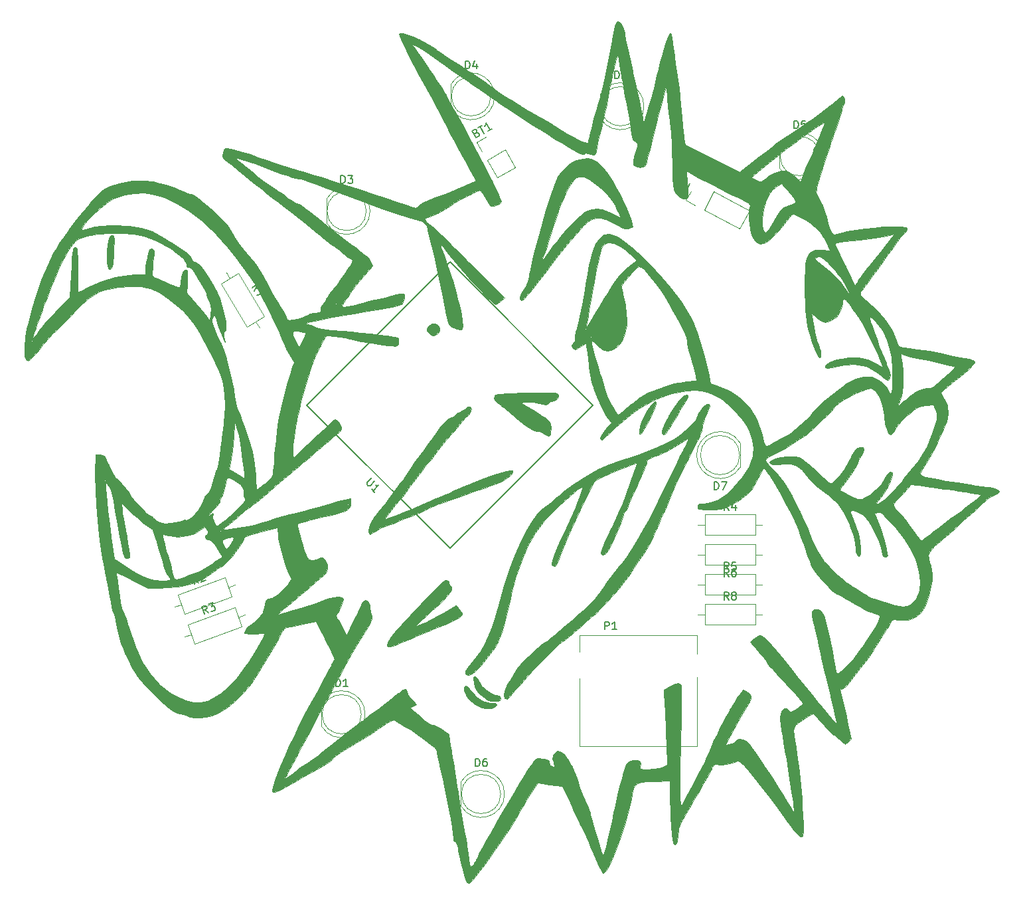
<source format=gbr>
G04 #@! TF.FileFunction,Legend,Top*
%FSLAX46Y46*%
G04 Gerber Fmt 4.6, Leading zero omitted, Abs format (unit mm)*
G04 Created by KiCad (PCBNEW 4.0.5) date Sun Feb 19 12:07:56 2017*
%MOMM*%
%LPD*%
G01*
G04 APERTURE LIST*
%ADD10C,0.100000*%
%ADD11C,0.120000*%
%ADD12C,0.150000*%
%ADD13C,0.010000*%
G04 APERTURE END LIST*
D10*
D11*
X101083186Y-67804852D02*
X102383186Y-70056518D01*
X102383186Y-70056518D02*
X104686814Y-68726518D01*
X104686814Y-68726518D02*
X103386814Y-66474852D01*
X103386814Y-66474852D02*
X101083186Y-67804852D01*
X100448186Y-66705000D02*
X99783186Y-65553186D01*
X99783186Y-65553186D02*
X100935000Y-64888186D01*
X85540000Y-138430462D02*
G75*
G03X79990000Y-136885170I-2990000J462D01*
G01*
X85540000Y-138429538D02*
G75*
G02X79990000Y-139974830I-2990000J-462D01*
G01*
X85050000Y-138430000D02*
G75*
G03X85050000Y-138430000I-2500000J0D01*
G01*
X79990000Y-136885000D02*
X79990000Y-139975000D01*
X121100000Y-60960462D02*
G75*
G03X115550000Y-59415170I-2990000J462D01*
G01*
X121100000Y-60959538D02*
G75*
G02X115550000Y-62504830I-2990000J-462D01*
G01*
X120610000Y-60960000D02*
G75*
G03X120610000Y-60960000I-2500000J0D01*
G01*
X115550000Y-59415000D02*
X115550000Y-62505000D01*
X86175000Y-74295462D02*
G75*
G03X80625000Y-72750170I-2990000J462D01*
G01*
X86175000Y-74294538D02*
G75*
G02X80625000Y-75839830I-2990000J-462D01*
G01*
X85685000Y-74295000D02*
G75*
G03X85685000Y-74295000I-2500000J0D01*
G01*
X80625000Y-72750000D02*
X80625000Y-75840000D01*
X102050000Y-59690462D02*
G75*
G03X96500000Y-58145170I-2990000J462D01*
G01*
X102050000Y-59689538D02*
G75*
G02X96500000Y-61234830I-2990000J-462D01*
G01*
X101560000Y-59690000D02*
G75*
G03X101560000Y-59690000I-2500000J0D01*
G01*
X96500000Y-58145000D02*
X96500000Y-61235000D01*
X143960000Y-67310462D02*
G75*
G03X138410000Y-65765170I-2990000J462D01*
G01*
X143960000Y-67309538D02*
G75*
G02X138410000Y-68854830I-2990000J-462D01*
G01*
X143470000Y-67310000D02*
G75*
G03X143470000Y-67310000I-2500000J0D01*
G01*
X138410000Y-65765000D02*
X138410000Y-68855000D01*
X103320000Y-148590462D02*
G75*
G03X97770000Y-147045170I-2990000J462D01*
G01*
X103320000Y-148589538D02*
G75*
G02X97770000Y-150134830I-2990000J-462D01*
G01*
X102830000Y-148590000D02*
G75*
G03X102830000Y-148590000I-2500000J0D01*
G01*
X97770000Y-147045000D02*
X97770000Y-150135000D01*
X127820000Y-105409538D02*
G75*
G03X133370000Y-106954830I2990000J-462D01*
G01*
X127820000Y-105410462D02*
G75*
G02X133370000Y-103865170I2990000J462D01*
G01*
X133310000Y-105410000D02*
G75*
G03X133310000Y-105410000I-2500000J0D01*
G01*
X133370000Y-106955000D02*
X133370000Y-103865000D01*
X127890000Y-128400000D02*
X127890000Y-130730000D01*
X112900000Y-128400000D02*
X112900000Y-130520000D01*
X127890000Y-128400000D02*
X112900000Y-128400000D01*
X127890000Y-142490000D02*
X112900000Y-142490000D01*
X127890000Y-133690000D02*
X127890000Y-142490000D01*
X112900000Y-133890000D02*
X112900000Y-142490000D01*
X128766946Y-74160549D02*
X133305297Y-76573633D01*
X133305297Y-76573633D02*
X134554091Y-74224992D01*
X134554091Y-74224992D02*
X130015741Y-71811909D01*
X130015741Y-71811909D02*
X128766946Y-74160549D01*
X127645603Y-73564320D02*
X126471283Y-72939923D01*
X126471283Y-72939923D02*
X127095680Y-71765603D01*
X61634179Y-123224425D02*
X62530272Y-125686420D01*
X62530272Y-125686420D02*
X68563098Y-123490650D01*
X68563098Y-123490650D02*
X67667005Y-121028656D01*
X67667005Y-121028656D02*
X61634179Y-123224425D01*
X61245899Y-124759820D02*
X62082225Y-124455422D01*
X68951378Y-121955255D02*
X68115052Y-122259653D01*
X62904179Y-127034425D02*
X63800272Y-129496420D01*
X63800272Y-129496420D02*
X69833098Y-127300650D01*
X69833098Y-127300650D02*
X68937005Y-124838656D01*
X68937005Y-124838656D02*
X62904179Y-127034425D01*
X62515899Y-128569820D02*
X63352225Y-128265422D01*
X70221378Y-125765255D02*
X69385052Y-126069653D01*
X128870000Y-112990000D02*
X128870000Y-115610000D01*
X128870000Y-115610000D02*
X135290000Y-115610000D01*
X135290000Y-115610000D02*
X135290000Y-112990000D01*
X135290000Y-112990000D02*
X128870000Y-112990000D01*
X127980000Y-114300000D02*
X128870000Y-114300000D01*
X136180000Y-114300000D02*
X135290000Y-114300000D01*
X128870000Y-120610000D02*
X128870000Y-123230000D01*
X128870000Y-123230000D02*
X135290000Y-123230000D01*
X135290000Y-123230000D02*
X135290000Y-120610000D01*
X135290000Y-120610000D02*
X128870000Y-120610000D01*
X127980000Y-121920000D02*
X128870000Y-121920000D01*
X136180000Y-121920000D02*
X135290000Y-121920000D01*
X135290000Y-119420000D02*
X135290000Y-116800000D01*
X135290000Y-116800000D02*
X128870000Y-116800000D01*
X128870000Y-116800000D02*
X128870000Y-119420000D01*
X128870000Y-119420000D02*
X135290000Y-119420000D01*
X136180000Y-118110000D02*
X135290000Y-118110000D01*
X127980000Y-118110000D02*
X128870000Y-118110000D01*
X69396010Y-82208203D02*
X67150232Y-83557603D01*
X67150232Y-83557603D02*
X70456776Y-89060617D01*
X70456776Y-89060617D02*
X72702555Y-87711217D01*
X72702555Y-87711217D02*
X69396010Y-82208203D01*
X67814737Y-82120024D02*
X68273121Y-82882903D01*
X72038050Y-89148796D02*
X71579666Y-88385917D01*
X128870000Y-124420000D02*
X128870000Y-127040000D01*
X128870000Y-127040000D02*
X135290000Y-127040000D01*
X135290000Y-127040000D02*
X135290000Y-124420000D01*
X135290000Y-124420000D02*
X128870000Y-124420000D01*
X127980000Y-125730000D02*
X128870000Y-125730000D01*
X136180000Y-125730000D02*
X135290000Y-125730000D01*
D12*
X78105000Y-99060000D02*
X96352880Y-80812120D01*
X96352880Y-80812120D02*
X114600761Y-99060000D01*
X114600761Y-99060000D02*
X96352880Y-117307880D01*
X96352880Y-117307880D02*
X78105000Y-99060000D01*
D13*
G36*
X118047503Y-50263363D02*
X118294940Y-50600435D01*
X118501198Y-51063032D01*
X118611670Y-51548036D01*
X118618000Y-51674139D01*
X118654489Y-51918031D01*
X118757593Y-52447057D01*
X118917763Y-53216358D01*
X119125452Y-54181076D01*
X119371112Y-55296354D01*
X119645195Y-56517332D01*
X119703839Y-56775792D01*
X119989986Y-58045825D01*
X120256311Y-59249075D01*
X120491820Y-60334210D01*
X120685520Y-61249899D01*
X120826417Y-61944809D01*
X120903518Y-62367610D01*
X120908201Y-62399334D01*
X121026724Y-63246000D01*
X121526622Y-61552667D01*
X121794275Y-60642198D01*
X122002480Y-59918716D01*
X122176485Y-59286616D01*
X122341539Y-58650295D01*
X122522890Y-57914148D01*
X122745785Y-56982572D01*
X122853746Y-56527410D01*
X123141932Y-55371357D01*
X123437440Y-54293281D01*
X123725327Y-53338722D01*
X123990653Y-52553219D01*
X124218476Y-51982311D01*
X124393856Y-51671539D01*
X124461253Y-51627905D01*
X124544835Y-51788906D01*
X124645840Y-52219694D01*
X124750984Y-52852784D01*
X124838927Y-53546565D01*
X124957079Y-54525966D01*
X125100382Y-55579734D01*
X125246252Y-56546353D01*
X125319098Y-56980667D01*
X125428083Y-57690768D01*
X125549896Y-58637580D01*
X125672730Y-59720046D01*
X125784774Y-60837109D01*
X125833596Y-61383334D01*
X125923586Y-62403159D01*
X126014331Y-63366756D01*
X126098146Y-64196971D01*
X126167348Y-64816653D01*
X126200702Y-65069013D01*
X126322667Y-65876026D01*
X133329015Y-69342000D01*
X135752507Y-67430029D01*
X136581008Y-66781396D01*
X137333806Y-66205481D01*
X138066591Y-65662845D01*
X138835049Y-65114049D01*
X139694871Y-64519656D01*
X140701745Y-63840225D01*
X141911359Y-63036319D01*
X142578667Y-62595753D01*
X143272002Y-62108890D01*
X144071409Y-61502694D01*
X144833521Y-60886910D01*
X145034000Y-60716236D01*
X145584152Y-60250104D01*
X146040978Y-59880826D01*
X146343533Y-59656696D01*
X146427774Y-59611745D01*
X146581325Y-59746504D01*
X146657152Y-60083731D01*
X146642870Y-60493590D01*
X146542751Y-60817228D01*
X146357577Y-61267143D01*
X146208590Y-61798638D01*
X146206919Y-61806667D01*
X146091539Y-62238063D01*
X145890820Y-62871134D01*
X145641594Y-63591694D01*
X145551485Y-63838667D01*
X145336780Y-64425387D01*
X145133042Y-65000385D01*
X144922352Y-65618192D01*
X144686787Y-66333341D01*
X144408427Y-67200364D01*
X144069350Y-68273792D01*
X143651636Y-69608158D01*
X143579901Y-69837994D01*
X143319920Y-70682443D01*
X143154596Y-71269280D01*
X143074645Y-71663213D01*
X143070779Y-71928953D01*
X143133712Y-72131206D01*
X143227537Y-72293328D01*
X143893061Y-73550889D01*
X144315491Y-74826053D01*
X144360672Y-75042989D01*
X144563003Y-75912877D01*
X144801680Y-76610935D01*
X145054556Y-77088609D01*
X145299481Y-77297344D01*
X145388128Y-77295350D01*
X146095340Y-77111153D01*
X147033883Y-76922687D01*
X148127146Y-76739785D01*
X149298519Y-76572279D01*
X150471390Y-76430003D01*
X151569148Y-76322790D01*
X152515181Y-76260472D01*
X153232879Y-76252882D01*
X153416000Y-76264980D01*
X153949980Y-76315887D01*
X154356864Y-76351043D01*
X154474333Y-76359132D01*
X154664063Y-76446220D01*
X154603731Y-76690765D01*
X154285351Y-77112812D01*
X154086047Y-77333577D01*
X153804668Y-77670713D01*
X153371948Y-78232805D01*
X152828119Y-78965534D01*
X152213413Y-79814580D01*
X151568063Y-80725624D01*
X151472485Y-80862291D01*
X150838454Y-81763051D01*
X150242015Y-82596673D01*
X149720101Y-83312601D01*
X149309643Y-83860278D01*
X149047571Y-84189149D01*
X149018001Y-84222295D01*
X148732214Y-84629612D01*
X148665460Y-84960442D01*
X148670616Y-84978671D01*
X148846284Y-85211101D01*
X149223389Y-85564926D01*
X149724924Y-85968761D01*
X149795415Y-86021334D01*
X150945591Y-87027847D01*
X151950438Y-88214641D01*
X152753545Y-89501471D01*
X153298504Y-90808092D01*
X153389028Y-91133388D01*
X153506440Y-91421002D01*
X153741994Y-91581891D01*
X154197131Y-91677935D01*
X154305646Y-91692523D01*
X155970955Y-91923300D01*
X157478199Y-92163581D01*
X158767131Y-92403040D01*
X159766000Y-92628393D01*
X160551079Y-92810594D01*
X161367051Y-92969561D01*
X162008132Y-93066970D01*
X162572202Y-93166689D01*
X163006699Y-93305675D01*
X163172103Y-93410753D01*
X163222959Y-93549020D01*
X163156458Y-93739283D01*
X162945914Y-94008532D01*
X162564643Y-94383751D01*
X161985959Y-94891929D01*
X161183177Y-95560053D01*
X160485667Y-96127598D01*
X159877147Y-96625801D01*
X159378925Y-97044858D01*
X159042491Y-97340673D01*
X158919333Y-97469075D01*
X159004703Y-97640872D01*
X159222554Y-97997171D01*
X159385000Y-98247540D01*
X159756394Y-99102466D01*
X159854739Y-100077934D01*
X159677722Y-101091023D01*
X159478532Y-101600000D01*
X159245651Y-102109468D01*
X158936844Y-102807830D01*
X158606561Y-103571415D01*
X158491787Y-103841057D01*
X158092860Y-104690930D01*
X157603813Y-105601884D01*
X157118172Y-106401742D01*
X157028418Y-106535067D01*
X156623734Y-107142800D01*
X156400846Y-107542408D01*
X156334305Y-107793617D01*
X156398662Y-107956156D01*
X156415357Y-107973929D01*
X156603622Y-108073802D01*
X156997980Y-108191093D01*
X157620447Y-108329983D01*
X158493043Y-108494654D01*
X159637787Y-108689289D01*
X161076697Y-108918070D01*
X162644667Y-109157110D01*
X163471526Y-109276486D01*
X164221590Y-109376068D01*
X164804340Y-109444351D01*
X165100000Y-109469169D01*
X165581262Y-109550402D01*
X166025222Y-109723151D01*
X166316492Y-109934257D01*
X166370000Y-110054238D01*
X166228433Y-110203216D01*
X165875004Y-110398378D01*
X165735000Y-110459291D01*
X165407761Y-110657952D01*
X164890319Y-111049293D01*
X164235362Y-111589989D01*
X163495580Y-112236714D01*
X162814000Y-112861236D01*
X161939433Y-113672481D01*
X161008501Y-114522118D01*
X160104782Y-115334766D01*
X159311856Y-116035040D01*
X158919333Y-116373929D01*
X158226359Y-116969207D01*
X157758573Y-117412989D01*
X157486328Y-117776834D01*
X157379974Y-118132299D01*
X157409865Y-118550943D01*
X157546351Y-119104325D01*
X157644462Y-119450939D01*
X157790502Y-120054049D01*
X157845805Y-120595514D01*
X157816784Y-121220010D01*
X157748336Y-121794414D01*
X157451939Y-123313787D01*
X157010514Y-124529354D01*
X156420423Y-125445049D01*
X155678028Y-126064807D01*
X154779689Y-126392561D01*
X153721770Y-126432246D01*
X153484624Y-126405127D01*
X152992568Y-126350219D01*
X152734635Y-126386690D01*
X152610725Y-126551240D01*
X152554135Y-126746269D01*
X152355650Y-127194490D01*
X152041042Y-127630563D01*
X151755095Y-127998679D01*
X151391436Y-128547139D01*
X151034108Y-129147981D01*
X150673131Y-129743531D01*
X150186880Y-130475333D01*
X149614294Y-131291934D01*
X148994312Y-132141879D01*
X148365873Y-132973715D01*
X147767916Y-133735987D01*
X147239379Y-134377243D01*
X146819200Y-134846028D01*
X146546320Y-135090888D01*
X146529202Y-135100777D01*
X146100464Y-135327554D01*
X146417034Y-136624777D01*
X146592120Y-137372438D01*
X146799564Y-138303534D01*
X147006536Y-139269167D01*
X147104855Y-139744243D01*
X147476107Y-141566486D01*
X146767335Y-142275258D01*
X146091811Y-141664962D01*
X145695591Y-141324366D01*
X145401000Y-141102836D01*
X145304129Y-141054667D01*
X145146683Y-140938695D01*
X144827638Y-140634721D01*
X144409505Y-140208652D01*
X143954790Y-139726400D01*
X143526001Y-139253873D01*
X143185647Y-138856982D01*
X143036164Y-138663284D01*
X142800944Y-138412081D01*
X142661006Y-138345334D01*
X142459372Y-138434428D01*
X142054432Y-138671851D01*
X141521091Y-139012810D01*
X141315947Y-139149667D01*
X140775665Y-139518724D01*
X140418068Y-139814118D01*
X140218366Y-140112873D01*
X140151772Y-140492010D01*
X140193497Y-141028551D01*
X140318755Y-141799520D01*
X140369397Y-142090819D01*
X140685096Y-144019099D01*
X140924778Y-145753687D01*
X141103665Y-147427033D01*
X141236979Y-149171592D01*
X141291409Y-150114000D01*
X141355352Y-151359088D01*
X141397716Y-152306564D01*
X141416610Y-152996909D01*
X141410143Y-153470606D01*
X141376422Y-153768137D01*
X141313558Y-153929983D01*
X141219657Y-153996626D01*
X141109441Y-154008667D01*
X140972047Y-153979049D01*
X140805127Y-153866521D01*
X140578458Y-153635570D01*
X140261816Y-153250686D01*
X139824976Y-152676356D01*
X139237715Y-151877068D01*
X138903313Y-151416587D01*
X137998577Y-150189320D01*
X137001380Y-148872718D01*
X135987132Y-147564313D01*
X135031243Y-146361640D01*
X134378632Y-145564447D01*
X133803926Y-144906540D01*
X133390631Y-144511063D01*
X133114953Y-144356909D01*
X133023965Y-144362650D01*
X132347683Y-144584084D01*
X131638067Y-144748702D01*
X131002138Y-144837709D01*
X130546918Y-144832308D01*
X130467332Y-144811659D01*
X130205812Y-144759641D01*
X130002713Y-144881159D01*
X129771972Y-145238085D01*
X129706765Y-145358440D01*
X129102991Y-146480103D01*
X128567399Y-147450541D01*
X128025687Y-148401595D01*
X127403556Y-149465105D01*
X127169846Y-149860000D01*
X126593941Y-150835001D01*
X126167478Y-151575815D01*
X125865911Y-152138815D01*
X125664698Y-152580371D01*
X125539292Y-152956856D01*
X125465149Y-153324641D01*
X125417725Y-153740097D01*
X125401721Y-153920843D01*
X125325283Y-154555467D01*
X125221590Y-154905153D01*
X125073700Y-155023472D01*
X125052667Y-155024667D01*
X124943698Y-154962766D01*
X124853332Y-154746812D01*
X124772944Y-154331427D01*
X124693909Y-153671235D01*
X124607600Y-152720858D01*
X124602034Y-152654000D01*
X124524397Y-151597486D01*
X124458585Y-150475997D01*
X124411572Y-149423802D01*
X124390367Y-148579103D01*
X124375333Y-146874873D01*
X122396765Y-146950607D01*
X121420651Y-146999897D01*
X120725380Y-147085816D01*
X120253128Y-147245866D01*
X119946072Y-147517550D01*
X119746389Y-147938368D01*
X119596256Y-148545823D01*
X119546699Y-148799046D01*
X119292647Y-149983394D01*
X118973966Y-151235616D01*
X118606298Y-152513563D01*
X118205282Y-153775087D01*
X117786560Y-154978040D01*
X117365773Y-156080273D01*
X116958562Y-157039637D01*
X116580567Y-157813984D01*
X116247429Y-158361165D01*
X115974790Y-158639033D01*
X115885424Y-158665334D01*
X115730474Y-158510744D01*
X115476282Y-158066897D01*
X115136943Y-157363673D01*
X114726549Y-156430955D01*
X114259195Y-155298624D01*
X114053606Y-154781619D01*
X113754197Y-154045291D01*
X113479139Y-153412375D01*
X113262355Y-152958436D01*
X113151690Y-152772548D01*
X113014305Y-152540374D01*
X112769373Y-152056969D01*
X112445386Y-151381246D01*
X112070837Y-150572116D01*
X111835997Y-150052263D01*
X110726661Y-147574000D01*
X109803997Y-147471446D01*
X109124189Y-147387714D01*
X108455698Y-147292704D01*
X108200517Y-147251459D01*
X107519701Y-147134026D01*
X106507184Y-148705791D01*
X106058167Y-149420362D01*
X105650592Y-150100406D01*
X105338480Y-150654127D01*
X105205943Y-150916940D01*
X104968720Y-151364374D01*
X104581851Y-152002986D01*
X104074321Y-152791962D01*
X103475116Y-153690486D01*
X102813220Y-154657743D01*
X102117620Y-155652919D01*
X101417302Y-156635198D01*
X100741250Y-157563766D01*
X100118450Y-158397807D01*
X99577888Y-159096507D01*
X99148549Y-159619050D01*
X98859419Y-159924622D01*
X98764691Y-159986963D01*
X98515675Y-159873675D01*
X98328406Y-159478963D01*
X98169190Y-158911349D01*
X97974336Y-158148844D01*
X97769789Y-157301107D01*
X97581494Y-156477801D01*
X97435397Y-155788586D01*
X97368561Y-155422016D01*
X97243303Y-154990594D01*
X97058521Y-154726642D01*
X97023394Y-154707664D01*
X96840301Y-154485407D01*
X96773967Y-154140981D01*
X96735630Y-153600458D01*
X96627699Y-152788130D01*
X96460714Y-151761243D01*
X96245212Y-150577044D01*
X95991733Y-149292776D01*
X95710814Y-147965687D01*
X95412994Y-146653021D01*
X95335357Y-146326418D01*
X95104727Y-145343472D01*
X94911019Y-144474164D01*
X94765252Y-143771703D01*
X94678445Y-143289294D01*
X94661618Y-143080146D01*
X94662616Y-143078119D01*
X94591524Y-142907138D01*
X94320589Y-142629000D01*
X94190600Y-142521333D01*
X93066937Y-141645901D01*
X92165408Y-140960552D01*
X91495308Y-140472052D01*
X91065930Y-140187170D01*
X90886568Y-140112673D01*
X90884791Y-140114098D01*
X90711805Y-140074401D01*
X90358695Y-139884270D01*
X90106128Y-139722133D01*
X89658569Y-139422850D01*
X89311421Y-139197114D01*
X89210735Y-139135058D01*
X88977175Y-139166095D01*
X88586200Y-139367844D01*
X88279402Y-139579871D01*
X87835616Y-139894785D01*
X87191489Y-140322518D01*
X86438242Y-140803589D01*
X85767333Y-141217891D01*
X84390013Y-142059305D01*
X83289886Y-142744919D01*
X82449661Y-143286193D01*
X81852048Y-143694586D01*
X81479759Y-143981555D01*
X81315501Y-144158561D01*
X81309107Y-144172543D01*
X81119242Y-144358573D01*
X80657363Y-144677169D01*
X79954407Y-145109519D01*
X79041313Y-145636811D01*
X77949018Y-146240235D01*
X77591442Y-146433063D01*
X77102958Y-146703203D01*
X76447410Y-147076350D01*
X75748522Y-147481907D01*
X75588350Y-147576063D01*
X74966481Y-147920440D01*
X74419744Y-148183416D01*
X74037233Y-148323565D01*
X73953922Y-148336000D01*
X73808918Y-148319928D01*
X73728433Y-148241753D01*
X73721507Y-148056540D01*
X73797180Y-147719354D01*
X73964491Y-147185258D01*
X74232479Y-146409316D01*
X74484220Y-145699864D01*
X74819247Y-144835102D01*
X75281620Y-143747736D01*
X75836129Y-142512271D01*
X76447565Y-141203208D01*
X77080720Y-139895050D01*
X77700385Y-138662299D01*
X78271351Y-137579459D01*
X78600047Y-136990667D01*
X79073429Y-136151970D01*
X79586864Y-135216462D01*
X80045583Y-134357344D01*
X80137703Y-134180416D01*
X80511941Y-133464706D01*
X80881585Y-132771055D01*
X81181580Y-132221192D01*
X81247593Y-132103663D01*
X81648515Y-131397829D01*
X81210257Y-130494907D01*
X80934948Y-129928611D01*
X80572825Y-129184984D01*
X80185731Y-128390988D01*
X80029702Y-128071229D01*
X79287405Y-126550474D01*
X77997702Y-126844950D01*
X77249321Y-127006238D01*
X76513632Y-127149043D01*
X75946651Y-127243127D01*
X75934623Y-127244780D01*
X75463880Y-127333552D01*
X75170594Y-127497766D01*
X74937610Y-127828870D01*
X74776558Y-128148733D01*
X74328151Y-129025999D01*
X73757641Y-130062831D01*
X73115332Y-131174760D01*
X72451525Y-132277315D01*
X71816525Y-133286025D01*
X71260634Y-134116420D01*
X71042497Y-134419077D01*
X69983870Y-135736744D01*
X68971316Y-136776712D01*
X67954516Y-137585938D01*
X67093749Y-138104246D01*
X66367605Y-138457846D01*
X65759612Y-138667210D01*
X65107665Y-138778235D01*
X64563725Y-138820565D01*
X63810644Y-138844196D01*
X63301679Y-138803353D01*
X62946625Y-138687636D01*
X62831824Y-138620905D01*
X62350464Y-138412454D01*
X61939624Y-138344701D01*
X61556491Y-138292059D01*
X61135838Y-138117159D01*
X60642102Y-137793022D01*
X60039719Y-137292670D01*
X59293125Y-136589122D01*
X58366757Y-135655402D01*
X58289151Y-135575455D01*
X57554620Y-134809896D01*
X56981406Y-134179963D01*
X56523105Y-133615540D01*
X56133313Y-133046513D01*
X55765628Y-132402765D01*
X55373644Y-131614182D01*
X54910958Y-130610647D01*
X54713171Y-130172192D01*
X54392695Y-129372779D01*
X54110363Y-128464405D01*
X53847113Y-127375525D01*
X53583883Y-126034598D01*
X53529585Y-125730000D01*
X53421119Y-125425267D01*
X53402825Y-125391334D01*
X53323395Y-125146874D01*
X53211085Y-124674477D01*
X53098940Y-124121334D01*
X52949149Y-123336715D01*
X52775944Y-122446951D01*
X52654833Y-121835334D01*
X52523798Y-121175789D01*
X52410135Y-120595365D01*
X52367375Y-120371345D01*
X53764612Y-120371345D01*
X53790214Y-120584808D01*
X53855397Y-121028271D01*
X53928720Y-121496667D01*
X54037036Y-122208403D01*
X54136867Y-122923166D01*
X54181307Y-123274667D01*
X54317391Y-124218087D01*
X54476763Y-124888490D01*
X54675451Y-125351450D01*
X54698092Y-125388850D01*
X54830085Y-125684863D01*
X55024623Y-126225811D01*
X55253787Y-126930268D01*
X55453744Y-127592667D01*
X56214808Y-129805001D01*
X57124477Y-131720488D01*
X58188708Y-133349441D01*
X59413458Y-134702174D01*
X59718792Y-134975581D01*
X60533403Y-135621458D01*
X61316202Y-136101575D01*
X62220596Y-136504320D01*
X62644651Y-136661378D01*
X63652482Y-136929506D01*
X64561450Y-136948211D01*
X65488737Y-136710004D01*
X66103290Y-136440334D01*
X67115128Y-135816512D01*
X68139318Y-134925825D01*
X69194853Y-133748784D01*
X70300725Y-132265901D01*
X70600077Y-131826000D01*
X71196819Y-130910007D01*
X71727062Y-130050237D01*
X72165575Y-129292009D01*
X72487129Y-128680642D01*
X72666495Y-128261455D01*
X72683474Y-128083696D01*
X72492552Y-128072968D01*
X72080515Y-128120784D01*
X71786891Y-128170537D01*
X71251320Y-128236128D01*
X70827813Y-128227705D01*
X70700469Y-128193552D01*
X70362652Y-128116314D01*
X70238123Y-128135285D01*
X70144899Y-128081893D01*
X70251761Y-127773675D01*
X70292859Y-127689070D01*
X70508610Y-127338935D01*
X70692438Y-127171708D01*
X70708581Y-127169334D01*
X70955345Y-127050295D01*
X71334343Y-126745123D01*
X71765740Y-126331733D01*
X72169701Y-125888041D01*
X72466391Y-125491963D01*
X72517344Y-125404059D01*
X72698020Y-124905904D01*
X72749261Y-124433803D01*
X72748890Y-124429775D01*
X72851975Y-123987014D01*
X73220152Y-123699787D01*
X73710283Y-123613334D01*
X73970549Y-123492720D01*
X74389435Y-123164394D01*
X74906151Y-122678625D01*
X75166851Y-122408797D01*
X75689696Y-121836570D01*
X75999092Y-121451851D01*
X76125345Y-121207031D01*
X76098759Y-121054502D01*
X76056093Y-121011797D01*
X75864918Y-120728770D01*
X75627661Y-120184073D01*
X75365430Y-119447970D01*
X75099332Y-118590726D01*
X74850475Y-117682606D01*
X74639968Y-116793873D01*
X74488918Y-115994793D01*
X74440366Y-115633328D01*
X74337333Y-114680656D01*
X72251984Y-115185613D01*
X71374829Y-115404348D01*
X70771771Y-115575825D01*
X70385713Y-115723529D01*
X70159557Y-115870946D01*
X70036203Y-116041562D01*
X70007637Y-116108764D01*
X69780845Y-116562498D01*
X69417988Y-117134792D01*
X68969743Y-117761693D01*
X68486787Y-118379253D01*
X68019799Y-118923520D01*
X67619455Y-119330544D01*
X67336432Y-119536374D01*
X67281168Y-119549334D01*
X67074489Y-119644012D01*
X66687397Y-119891212D01*
X66244401Y-120207591D01*
X65106441Y-120983878D01*
X64012898Y-121556234D01*
X62880348Y-121950552D01*
X61625368Y-122192725D01*
X60164532Y-122308644D01*
X59417272Y-122326521D01*
X57874543Y-122343334D01*
X55818938Y-121302679D01*
X55072064Y-120932040D01*
X54446590Y-120635879D01*
X53996916Y-120438858D01*
X53777439Y-120365637D01*
X53764612Y-120371345D01*
X52367375Y-120371345D01*
X52339759Y-120226667D01*
X52260298Y-119807608D01*
X52148518Y-119232664D01*
X52094107Y-118956667D01*
X51827826Y-117402234D01*
X51590646Y-115610485D01*
X51391447Y-113682167D01*
X51239108Y-111718028D01*
X51142509Y-109818814D01*
X51130155Y-109149101D01*
X52436405Y-109149101D01*
X52456410Y-109644252D01*
X52513572Y-110385739D01*
X52603440Y-111328971D01*
X52721561Y-112429357D01*
X52863482Y-113642304D01*
X53024750Y-114923222D01*
X53144438Y-115819423D01*
X53526112Y-118608845D01*
X54703056Y-119429561D01*
X55986597Y-120265048D01*
X57080821Y-120846728D01*
X58007395Y-121185711D01*
X58226122Y-121235980D01*
X58857734Y-121331028D01*
X59507010Y-121380810D01*
X60088228Y-121385094D01*
X60515668Y-121343650D01*
X60703612Y-121256247D01*
X60706000Y-121242667D01*
X60596964Y-121005133D01*
X60394937Y-120762271D01*
X60147140Y-120393824D01*
X59936579Y-119886037D01*
X59908461Y-119788604D01*
X59785677Y-119343780D01*
X59606446Y-118718082D01*
X59390794Y-117978747D01*
X59158746Y-117193014D01*
X58930328Y-116428119D01*
X58725565Y-115751301D01*
X58723112Y-115743357D01*
X59736262Y-115743357D01*
X59809724Y-116164212D01*
X59934748Y-116716616D01*
X60087717Y-117304374D01*
X60245014Y-117831293D01*
X60383024Y-118201179D01*
X60394855Y-118225828D01*
X60498812Y-118527519D01*
X60638290Y-119051535D01*
X60784127Y-119687772D01*
X60792271Y-119726296D01*
X60929357Y-120340411D01*
X61052032Y-120824601D01*
X61135704Y-121082537D01*
X61140953Y-121092135D01*
X61418301Y-121232346D01*
X61922352Y-121168219D01*
X62613673Y-120904853D01*
X62623012Y-120900472D01*
X63139648Y-120678056D01*
X63583075Y-120521052D01*
X63705273Y-120490051D01*
X64335816Y-120270538D01*
X65174725Y-119812357D01*
X66232043Y-119110007D01*
X66259142Y-119090844D01*
X67324950Y-118336220D01*
X67021142Y-117870191D01*
X66726066Y-117414963D01*
X66384896Y-116885215D01*
X66319607Y-116783414D01*
X65935807Y-116323695D01*
X65784622Y-116261008D01*
X67310000Y-116261008D01*
X67375920Y-116581298D01*
X67530353Y-116959889D01*
X67708306Y-117258839D01*
X67822151Y-117348000D01*
X67979519Y-117220720D01*
X68247109Y-116896603D01*
X68412792Y-116667600D01*
X68668970Y-116258549D01*
X68798189Y-115971666D01*
X68797094Y-115899984D01*
X68562362Y-115848078D01*
X68166278Y-115892311D01*
X67739391Y-116000988D01*
X67412252Y-116142417D01*
X67310000Y-116261008D01*
X65784622Y-116261008D01*
X65549731Y-116163614D01*
X65515274Y-116162667D01*
X65201663Y-116057080D01*
X65104738Y-115825793D01*
X65258710Y-115597021D01*
X65351974Y-115550672D01*
X65504354Y-115342441D01*
X65438457Y-115062000D01*
X66971333Y-115062000D01*
X67056000Y-115146667D01*
X67140667Y-115062000D01*
X67056000Y-114977334D01*
X66971333Y-115062000D01*
X65438457Y-115062000D01*
X65418779Y-114978260D01*
X65322981Y-114826398D01*
X67471132Y-114826398D01*
X67539075Y-114943400D01*
X67904879Y-114910858D01*
X68273572Y-114819691D01*
X68859229Y-114697638D01*
X69422027Y-114640225D01*
X69466570Y-114639611D01*
X69962237Y-114602363D01*
X70604219Y-114484428D01*
X71441264Y-114274254D01*
X72522121Y-113960286D01*
X73152000Y-113766150D01*
X74015665Y-113504138D01*
X74957678Y-113231242D01*
X75892855Y-112970834D01*
X76736013Y-112746285D01*
X77401969Y-112580967D01*
X77724000Y-112511719D01*
X78032076Y-112438843D01*
X78571570Y-112296392D01*
X79248727Y-112109434D01*
X79586667Y-112013666D01*
X80773819Y-111675334D01*
X83227333Y-111675334D01*
X83312000Y-111760000D01*
X83396667Y-111675334D01*
X83312000Y-111590667D01*
X83227333Y-111675334D01*
X80773819Y-111675334D01*
X80841259Y-111656114D01*
X81808482Y-111383502D01*
X82526167Y-111186219D01*
X83032143Y-111054654D01*
X83364242Y-110979194D01*
X83560295Y-110950229D01*
X83658131Y-110958145D01*
X83682201Y-110973090D01*
X83715585Y-111185411D01*
X83677159Y-111587727D01*
X83662002Y-111674465D01*
X83554114Y-112023293D01*
X83345037Y-112299347D01*
X82985070Y-112528086D01*
X82424515Y-112734966D01*
X81613670Y-112945448D01*
X80856667Y-113111481D01*
X79978938Y-113303145D01*
X79059054Y-113515391D01*
X78259221Y-113710500D01*
X78062667Y-113761172D01*
X77448582Y-113932649D01*
X77097979Y-114071835D01*
X76944015Y-114221148D01*
X76919847Y-114423002D01*
X76925770Y-114482596D01*
X76997769Y-114833560D01*
X77147127Y-115412901D01*
X77346714Y-116126851D01*
X77569399Y-116881643D01*
X77788052Y-117583508D01*
X77975542Y-118138680D01*
X78012690Y-118239154D01*
X78327182Y-118671534D01*
X78801796Y-118833534D01*
X79373352Y-118709397D01*
X79542831Y-118620817D01*
X79885840Y-118438459D01*
X80103713Y-118448161D01*
X80342324Y-118680173D01*
X80448862Y-118808713D01*
X80721769Y-119352013D01*
X80745990Y-119934501D01*
X80520810Y-120432814D01*
X80458659Y-120499333D01*
X80259899Y-120675902D01*
X79850363Y-121029111D01*
X79278632Y-121517818D01*
X78593288Y-122100883D01*
X77842914Y-122737165D01*
X77076091Y-123385523D01*
X76341402Y-124004816D01*
X75687428Y-124553904D01*
X75162752Y-124991646D01*
X74838711Y-125258469D01*
X74168000Y-125802937D01*
X75268667Y-125490687D01*
X76428161Y-125158755D01*
X77341172Y-124888761D01*
X78088305Y-124654838D01*
X78750161Y-124431120D01*
X79407346Y-124191742D01*
X79892870Y-124006752D01*
X80745721Y-123718644D01*
X81509685Y-123536349D01*
X82129790Y-123465813D01*
X82551064Y-123512985D01*
X82718535Y-123683811D01*
X82719333Y-123700941D01*
X82651893Y-124072327D01*
X82483856Y-124585509D01*
X82266648Y-125111154D01*
X82051693Y-125519932D01*
X81940718Y-125659123D01*
X81781115Y-125855032D01*
X81882546Y-126069057D01*
X81940454Y-126135280D01*
X82143595Y-126426890D01*
X82424523Y-126911291D01*
X82675621Y-127391390D01*
X83165125Y-128375447D01*
X84127562Y-126433592D01*
X84490747Y-125688588D01*
X84791210Y-125048960D01*
X85000161Y-124577716D01*
X85088811Y-124337861D01*
X85090000Y-124327269D01*
X85206532Y-124092435D01*
X85344000Y-123952000D01*
X85655984Y-123843142D01*
X85918030Y-124048333D01*
X86108606Y-124544145D01*
X86163620Y-124843711D01*
X86253118Y-125408048D01*
X86347238Y-125900955D01*
X86366089Y-125984000D01*
X86368575Y-126267176D01*
X86238380Y-126651967D01*
X85949984Y-127196624D01*
X85550008Y-127846667D01*
X84854540Y-128974061D01*
X84056226Y-130329773D01*
X83198667Y-131836758D01*
X82325461Y-133417967D01*
X81480211Y-134996355D01*
X81189973Y-135551334D01*
X80774450Y-136342066D01*
X80389791Y-137057090D01*
X80074974Y-137625090D01*
X79868976Y-137974749D01*
X79848042Y-138006667D01*
X79651681Y-138334171D01*
X79351401Y-138878779D01*
X78993982Y-139554303D01*
X78745110Y-140038667D01*
X78321350Y-140862606D01*
X77806169Y-141847622D01*
X77271001Y-142857849D01*
X76875512Y-143594667D01*
X76449292Y-144385106D01*
X76054911Y-145120933D01*
X75734771Y-145722751D01*
X75531273Y-146111162D01*
X75523621Y-146126098D01*
X75225049Y-146710196D01*
X75712524Y-146400511D01*
X76207287Y-146048284D01*
X76623333Y-145704533D01*
X76991603Y-145416628D01*
X77531956Y-145049074D01*
X78062667Y-144720396D01*
X78705318Y-144300920D01*
X79440749Y-143759443D01*
X80117108Y-143208167D01*
X80159670Y-143170920D01*
X80582205Y-142817117D01*
X81229459Y-142298568D01*
X82054029Y-141652133D01*
X83008511Y-140914671D01*
X84045501Y-140123039D01*
X85117596Y-139314098D01*
X85181083Y-139266505D01*
X86228094Y-138479817D01*
X87220872Y-137729939D01*
X88117099Y-137049139D01*
X88874454Y-136469686D01*
X89450616Y-136023850D01*
X89803266Y-135743900D01*
X89831164Y-135720808D01*
X90343463Y-135346387D01*
X90670102Y-135241950D01*
X90827241Y-135405521D01*
X90847333Y-135596521D01*
X90959260Y-135871620D01*
X91244948Y-136265145D01*
X91459241Y-136502371D01*
X92071148Y-137129021D01*
X91194788Y-137588193D01*
X92539162Y-138725712D01*
X93116919Y-139190870D01*
X93615119Y-139548410D01*
X93970044Y-139755074D01*
X94101101Y-139786162D01*
X94343485Y-139836028D01*
X94764710Y-140041661D01*
X95244545Y-140339546D01*
X96170424Y-140970000D01*
X96392290Y-142324667D01*
X96523383Y-143122205D01*
X96657458Y-143933243D01*
X96766397Y-144587717D01*
X96770242Y-144610667D01*
X96855770Y-145137053D01*
X96976268Y-145899882D01*
X97116328Y-146800694D01*
X97260541Y-147741035D01*
X97273769Y-147828000D01*
X97645939Y-150177007D01*
X98023811Y-152350789D01*
X98270847Y-153670000D01*
X98369586Y-154241012D01*
X98487487Y-155006550D01*
X98602995Y-155824929D01*
X98631508Y-156040667D01*
X98747786Y-156911016D01*
X98841550Y-157480804D01*
X98932477Y-157785495D01*
X99040248Y-157860556D01*
X99184542Y-157741452D01*
X99385041Y-157463649D01*
X99404910Y-157434437D01*
X99658851Y-157042497D01*
X99806670Y-156779073D01*
X99822000Y-156733015D01*
X99904776Y-156524456D01*
X100137777Y-156064889D01*
X100498010Y-155394324D01*
X100962481Y-154552770D01*
X101508200Y-153580236D01*
X102112172Y-152516731D01*
X102751405Y-151402266D01*
X103402906Y-150276849D01*
X104043684Y-149180490D01*
X104650745Y-148153198D01*
X105201096Y-147234983D01*
X105671745Y-146465854D01*
X106039699Y-145885819D01*
X106155960Y-145711334D01*
X106526720Y-145157011D01*
X106838385Y-144672428D01*
X107024659Y-144360713D01*
X107026800Y-144356667D01*
X107342573Y-144082643D01*
X107619858Y-144053279D01*
X108289077Y-144115866D01*
X108689348Y-144179970D01*
X108889546Y-144271024D01*
X108958543Y-144414460D01*
X108965663Y-144550217D01*
X109113293Y-144913953D01*
X109495398Y-145105800D01*
X109649008Y-145118667D01*
X109688919Y-144984019D01*
X109598519Y-144652042D01*
X109566317Y-144571656D01*
X109427915Y-144136794D01*
X109472498Y-143788479D01*
X109578840Y-143555656D01*
X109803200Y-143226566D01*
X110006097Y-143086711D01*
X110008695Y-143086667D01*
X110432152Y-143219464D01*
X110902558Y-143553115D01*
X111305885Y-143990512D01*
X111508361Y-144363821D01*
X111669936Y-144747337D01*
X111820797Y-144942922D01*
X111843924Y-144949334D01*
X111947961Y-145100801D01*
X112125513Y-145513033D01*
X112351572Y-146122778D01*
X112597138Y-146854334D01*
X112894587Y-147730462D01*
X113218307Y-148600956D01*
X113523607Y-149349423D01*
X113711679Y-149756863D01*
X113971643Y-150308044D01*
X114153539Y-150763043D01*
X114215333Y-151005645D01*
X114263116Y-151258600D01*
X114393214Y-151761561D01*
X114585754Y-152441654D01*
X114820692Y-153225449D01*
X115076418Y-154060108D01*
X115313247Y-154838580D01*
X115503263Y-155468781D01*
X115611473Y-155834085D01*
X115754963Y-156203760D01*
X115889906Y-156355201D01*
X115924849Y-156342085D01*
X116009615Y-156131386D01*
X116150179Y-155644468D01*
X116333292Y-154936663D01*
X116545701Y-154063305D01*
X116774156Y-153079729D01*
X117005408Y-152041266D01*
X117226206Y-151003251D01*
X117354353Y-150372541D01*
X117526164Y-149578932D01*
X117750600Y-148641838D01*
X118004957Y-147646354D01*
X118266530Y-146677574D01*
X118512614Y-145820590D01*
X118720504Y-145160499D01*
X118813255Y-144904846D01*
X119134673Y-144480280D01*
X119677704Y-144291798D01*
X120248539Y-144301112D01*
X120602629Y-144412833D01*
X120703877Y-144674530D01*
X120573308Y-145143144D01*
X120566027Y-145161000D01*
X120535730Y-145319813D01*
X120651967Y-145409292D01*
X120979357Y-145448708D01*
X121559790Y-145457334D01*
X122348974Y-145406657D01*
X123075162Y-145272933D01*
X123378245Y-145176009D01*
X124081344Y-144894685D01*
X123972093Y-142170342D01*
X123924720Y-141027163D01*
X123871242Y-139798146D01*
X123817484Y-138613690D01*
X123769272Y-137604192D01*
X123758623Y-137391579D01*
X123654405Y-135337158D01*
X124410746Y-134893912D01*
X125067825Y-134562133D01*
X125516118Y-134468278D01*
X125784432Y-134608931D01*
X125845440Y-134723800D01*
X125864185Y-134948953D01*
X125872903Y-135474383D01*
X125872005Y-136261862D01*
X125861905Y-137273159D01*
X125843015Y-138470046D01*
X125815746Y-139814295D01*
X125780511Y-141267677D01*
X125771033Y-141624133D01*
X125733723Y-143134156D01*
X125704797Y-144575310D01*
X125684644Y-145903739D01*
X125673653Y-147075582D01*
X125672216Y-148046984D01*
X125680720Y-148774086D01*
X125699558Y-149213031D01*
X125703240Y-149250787D01*
X125814667Y-150250240D01*
X126446903Y-148996787D01*
X126832051Y-148250486D01*
X127245366Y-147476480D01*
X127600291Y-146836737D01*
X127614479Y-146812000D01*
X127996049Y-146125942D01*
X128391683Y-145377459D01*
X128768039Y-144634334D01*
X129091778Y-143964351D01*
X129329557Y-143435297D01*
X129448037Y-143114955D01*
X129455333Y-143069406D01*
X129529163Y-142848482D01*
X129729559Y-142391499D01*
X130024879Y-141761843D01*
X130383480Y-141022896D01*
X130773721Y-140238042D01*
X131163961Y-139470665D01*
X131522556Y-138784150D01*
X131817865Y-138241879D01*
X132018247Y-137907238D01*
X132060976Y-137849888D01*
X132277203Y-137539617D01*
X132549174Y-137069135D01*
X132659963Y-136856641D01*
X132953844Y-136341419D01*
X133258799Y-135908860D01*
X133357026Y-135798308D01*
X133602720Y-135494334D01*
X133688667Y-135290115D01*
X133803154Y-135275909D01*
X134092640Y-135443799D01*
X134261831Y-135570901D01*
X134551538Y-135835439D01*
X134704550Y-136100585D01*
X134709874Y-136421959D01*
X134556519Y-136855186D01*
X134233494Y-137455888D01*
X133729808Y-138279687D01*
X133725064Y-138287257D01*
X133233899Y-139101778D01*
X132689835Y-140053010D01*
X132159094Y-141021330D01*
X131707894Y-141887116D01*
X131522201Y-142266577D01*
X131633040Y-142298060D01*
X131973957Y-142246217D01*
X132155808Y-142203646D01*
X132580680Y-142046463D01*
X132821522Y-141861698D01*
X132842000Y-141801226D01*
X132978552Y-141630276D01*
X133314662Y-141583532D01*
X133740013Y-141648551D01*
X134144286Y-141812894D01*
X134347120Y-141970958D01*
X134548448Y-142229793D01*
X134899853Y-142724137D01*
X135368529Y-143404457D01*
X135921672Y-144221222D01*
X136526475Y-145124897D01*
X137150134Y-146065950D01*
X137759843Y-146994847D01*
X138322797Y-147862057D01*
X138806190Y-148618046D01*
X139177217Y-149213280D01*
X139403072Y-149598229D01*
X139420912Y-149631886D01*
X139698852Y-150128957D01*
X139967066Y-150548244D01*
X140021505Y-150622000D01*
X140172803Y-150794105D01*
X140236477Y-150761741D01*
X140228998Y-150475813D01*
X140191952Y-150114000D01*
X140123486Y-149584119D01*
X140007235Y-148786137D01*
X139853803Y-147785547D01*
X139673793Y-146647845D01*
X139477809Y-145438523D01*
X139276455Y-144223077D01*
X139080335Y-143067000D01*
X138900054Y-142035786D01*
X138758067Y-141257737D01*
X138618365Y-140456251D01*
X138508265Y-139712839D01*
X138442323Y-139132102D01*
X138430000Y-138900404D01*
X138517175Y-138361012D01*
X138738465Y-137949905D01*
X139033514Y-137716525D01*
X139341969Y-137710313D01*
X139587992Y-137951798D01*
X139705562Y-138089788D01*
X139885569Y-138090629D01*
X140204332Y-137933901D01*
X140618903Y-137675976D01*
X141093347Y-137363079D01*
X141324787Y-137161256D01*
X141356566Y-137000743D01*
X141232025Y-136811781D01*
X141188163Y-136759712D01*
X140803858Y-136317035D01*
X140281894Y-135729282D01*
X139674734Y-135054038D01*
X139034838Y-134348890D01*
X138414669Y-133671423D01*
X137866689Y-133079223D01*
X137443360Y-132629876D01*
X137210052Y-132393062D01*
X136903692Y-132059862D01*
X136743469Y-131802337D01*
X136736667Y-131765759D01*
X136630889Y-131528153D01*
X136374410Y-131195221D01*
X136355667Y-131174704D01*
X136033720Y-130812415D01*
X135609395Y-130317884D01*
X135314214Y-129965996D01*
X134653762Y-129169978D01*
X135144881Y-128768412D01*
X135382502Y-128576101D01*
X135593175Y-128435207D01*
X135799289Y-128365564D01*
X136023232Y-128387002D01*
X136287391Y-128519352D01*
X136614154Y-128782446D01*
X137025909Y-129196116D01*
X137545044Y-129780192D01*
X138193947Y-130554507D01*
X138995005Y-131538890D01*
X139970607Y-132753175D01*
X140769536Y-133750793D01*
X141648679Y-134844241D01*
X142502471Y-135898077D01*
X143305070Y-136881113D01*
X144030629Y-137762159D01*
X144653306Y-138510027D01*
X145147256Y-139093529D01*
X145486635Y-139481475D01*
X145645598Y-139642678D01*
X145653599Y-139644845D01*
X145635766Y-139469537D01*
X145550156Y-139022161D01*
X145409550Y-138359597D01*
X145226729Y-137538726D01*
X145014471Y-136616425D01*
X144785559Y-135649574D01*
X144552772Y-134695053D01*
X144441484Y-134250336D01*
X144226942Y-133368829D01*
X143982180Y-132312733D01*
X143743238Y-131239583D01*
X143608571Y-130609670D01*
X143403368Y-129655655D01*
X143180087Y-128661010D01*
X142969943Y-127762834D01*
X142844590Y-127254000D01*
X142636564Y-126398456D01*
X142528391Y-125811029D01*
X142522645Y-125435441D01*
X142621896Y-125215415D01*
X142828719Y-125094675D01*
X142944834Y-125060895D01*
X143371314Y-125059243D01*
X143720289Y-125312429D01*
X144018906Y-125850553D01*
X144235645Y-126492000D01*
X144416090Y-127188837D01*
X144633307Y-128138670D01*
X144870224Y-129260139D01*
X145109767Y-130471882D01*
X145334860Y-131692538D01*
X145375208Y-131922335D01*
X145491803Y-132521138D01*
X145606699Y-132995341D01*
X145689638Y-133230230D01*
X145872147Y-133226545D01*
X146254703Y-132967141D01*
X146825172Y-132460260D01*
X146829983Y-132455683D01*
X147303303Y-131954973D01*
X147850124Y-131295233D01*
X148439933Y-130522806D01*
X149042218Y-129684037D01*
X149626467Y-128825269D01*
X150162167Y-127992847D01*
X150618805Y-127233115D01*
X150965869Y-126592416D01*
X151172846Y-126117096D01*
X151209223Y-125853497D01*
X151192563Y-125829576D01*
X150951048Y-125709951D01*
X150511342Y-125554966D01*
X150283333Y-125486709D01*
X149725862Y-125281278D01*
X149047942Y-124965660D01*
X148505333Y-124670514D01*
X147835747Y-124274846D01*
X147145134Y-123866869D01*
X146699517Y-123603702D01*
X146187171Y-123317702D01*
X145746904Y-123099924D01*
X145575894Y-123031424D01*
X145330748Y-122863854D01*
X144929425Y-122496537D01*
X144430066Y-121991954D01*
X143890814Y-121412583D01*
X143369809Y-120820906D01*
X142925195Y-120279401D01*
X142615112Y-119850548D01*
X142613501Y-119848009D01*
X142459898Y-119529852D01*
X142229166Y-118956815D01*
X141946884Y-118196734D01*
X141638628Y-117317446D01*
X141467993Y-116809755D01*
X141113504Y-115793516D01*
X140722974Y-114764726D01*
X140336574Y-113823820D01*
X139994474Y-113071233D01*
X139892378Y-112870413D01*
X139246513Y-111670069D01*
X138618001Y-110534222D01*
X138032276Y-109506427D01*
X137514773Y-108630237D01*
X137090928Y-107949206D01*
X136786176Y-107506887D01*
X136698445Y-107401315D01*
X136326421Y-107005314D01*
X135757933Y-108154229D01*
X135266222Y-109081953D01*
X134799607Y-109781249D01*
X134277948Y-110345592D01*
X133621104Y-110868456D01*
X133167009Y-111176249D01*
X132282186Y-111719571D01*
X131541609Y-112075162D01*
X130834321Y-112277923D01*
X130049362Y-112362756D01*
X129370667Y-112370367D01*
X128695443Y-112354900D01*
X128287211Y-112316736D01*
X128074305Y-112235592D01*
X127985059Y-112091187D01*
X127961889Y-111971667D01*
X127960365Y-111742626D01*
X128095276Y-111629718D01*
X128447740Y-111592209D01*
X128723889Y-111589013D01*
X129666469Y-111459272D01*
X130618652Y-111061642D01*
X131614460Y-110377739D01*
X132564724Y-109513663D01*
X133662079Y-108238397D01*
X134470879Y-106906472D01*
X134794300Y-106028338D01*
X136567333Y-106028338D01*
X136683271Y-106284754D01*
X136987360Y-106680264D01*
X137414010Y-107129663D01*
X137418170Y-107133657D01*
X137995504Y-107734855D01*
X138590215Y-108427354D01*
X138940878Y-108881334D01*
X139371587Y-109547069D01*
X139885399Y-110449876D01*
X140442480Y-111511261D01*
X141002996Y-112652728D01*
X141527113Y-113795783D01*
X141971809Y-114853886D01*
X142554134Y-116229133D01*
X143130924Y-117412396D01*
X143678213Y-118358426D01*
X144172036Y-119021975D01*
X144189722Y-119041334D01*
X144992357Y-119900278D01*
X145623357Y-120545452D01*
X146130462Y-121021097D01*
X146561410Y-121371455D01*
X146963938Y-121640768D01*
X147048389Y-121690626D01*
X147642115Y-122057963D01*
X148226093Y-122455770D01*
X148420667Y-122600360D01*
X148956397Y-122977889D01*
X149514984Y-123318954D01*
X149606000Y-123367952D01*
X150089545Y-123580902D01*
X150760397Y-123825567D01*
X151537434Y-124078247D01*
X152339533Y-124315242D01*
X153085575Y-124512853D01*
X153694436Y-124647379D01*
X154084995Y-124695121D01*
X154135667Y-124691293D01*
X154624251Y-124604250D01*
X154923351Y-124545619D01*
X155306177Y-124315316D01*
X155713774Y-123802385D01*
X155787708Y-123680947D01*
X156196026Y-122657767D01*
X156324422Y-121493205D01*
X156183913Y-120219230D01*
X155785514Y-118867810D01*
X155140242Y-117470913D01*
X154259112Y-116060510D01*
X153153139Y-114668568D01*
X152410382Y-113879687D01*
X151966430Y-113422038D01*
X151625552Y-113044989D01*
X151452871Y-112821050D01*
X151445659Y-112805589D01*
X151255259Y-112706759D01*
X150947969Y-112719352D01*
X150511939Y-112804150D01*
X151069692Y-114193252D01*
X151327498Y-114901151D01*
X151586828Y-115723836D01*
X151822635Y-116567927D01*
X152009871Y-117340047D01*
X152123488Y-117946817D01*
X152146000Y-118205737D01*
X152005069Y-118337184D01*
X151829148Y-118364000D01*
X151621803Y-118291374D01*
X151490343Y-118023581D01*
X151403355Y-117542756D01*
X151256171Y-116968875D01*
X150964614Y-116210285D01*
X150574697Y-115362364D01*
X150132434Y-114520488D01*
X149683838Y-113780034D01*
X149393426Y-113376560D01*
X149052476Y-113067539D01*
X148584854Y-112781690D01*
X148092221Y-112564467D01*
X147676235Y-112461329D01*
X147448144Y-112506745D01*
X147463536Y-112697009D01*
X147595574Y-113101394D01*
X147791655Y-113576815D01*
X148149781Y-114495250D01*
X148433794Y-115451775D01*
X148630946Y-116374375D01*
X148728489Y-117191034D01*
X148713677Y-117829738D01*
X148605608Y-118175210D01*
X148463385Y-118291583D01*
X148305112Y-118121936D01*
X148256495Y-118034979D01*
X148133127Y-117661892D01*
X148142379Y-117434897D01*
X148146301Y-117151663D01*
X148066653Y-116659635D01*
X147929334Y-116070509D01*
X147760245Y-115495977D01*
X147592149Y-115062000D01*
X147425805Y-114617998D01*
X147340156Y-114300000D01*
X147192879Y-113905565D01*
X146908965Y-113345650D01*
X146544374Y-112712436D01*
X146155072Y-112098104D01*
X145964367Y-111830052D01*
X152894460Y-111830052D01*
X153120884Y-112179757D01*
X153593503Y-112712519D01*
X153755651Y-112880725D01*
X154366175Y-113561397D01*
X154996420Y-114351847D01*
X155515983Y-115087956D01*
X155542576Y-115129633D01*
X155903800Y-115676224D01*
X156207602Y-116091974D01*
X156403100Y-116308728D01*
X156434978Y-116324963D01*
X156617678Y-116226504D01*
X156995577Y-115955844D01*
X157505467Y-115559692D01*
X157857590Y-115273667D01*
X158577598Y-114698827D01*
X159439917Y-114039162D01*
X160306279Y-113399503D01*
X160705257Y-113114667D01*
X161457422Y-112576382D01*
X162198897Y-112029214D01*
X162881538Y-111510643D01*
X163457203Y-111058149D01*
X163877749Y-110709212D01*
X164095034Y-110501314D01*
X164112488Y-110462044D01*
X163937529Y-110420100D01*
X163496414Y-110339534D01*
X162857985Y-110231440D01*
X162091083Y-110106913D01*
X161264550Y-109977046D01*
X160447227Y-109852936D01*
X159707955Y-109745676D01*
X159427333Y-109706974D01*
X158737159Y-109614450D01*
X157867823Y-109498797D01*
X156975966Y-109380836D01*
X156718000Y-109346869D01*
X155109333Y-109135334D01*
X154093333Y-110299088D01*
X153622385Y-110835838D01*
X153223569Y-111285467D01*
X152958209Y-111579042D01*
X152899074Y-111641476D01*
X152894460Y-111830052D01*
X145964367Y-111830052D01*
X145797020Y-111594834D01*
X145526183Y-111294807D01*
X145506704Y-111279996D01*
X145122098Y-110966351D01*
X144900239Y-110756007D01*
X144617803Y-110515037D01*
X144149829Y-110164013D01*
X143595099Y-109776883D01*
X143567793Y-109758533D01*
X142486652Y-108848287D01*
X141874459Y-108082946D01*
X141225319Y-107254643D01*
X140565621Y-106735331D01*
X139844040Y-106497799D01*
X139009250Y-106514833D01*
X138938000Y-106526053D01*
X138231548Y-106601721D01*
X137648196Y-106587059D01*
X137253828Y-106490860D01*
X137114326Y-106321920D01*
X137121655Y-106283576D01*
X137354587Y-106058001D01*
X137850574Y-105859839D01*
X138534101Y-105708543D01*
X139329649Y-105623567D01*
X139728405Y-105612049D01*
X140374655Y-105621026D01*
X140813533Y-105681993D01*
X141176268Y-105840303D01*
X141594088Y-106141307D01*
X141845072Y-106343551D01*
X142423260Y-106834655D01*
X143102024Y-107441594D01*
X143742889Y-108040302D01*
X143795420Y-108090939D01*
X144304266Y-108576755D01*
X144638090Y-108859736D01*
X144864259Y-108973570D01*
X145050139Y-108951947D01*
X145263095Y-108828556D01*
X145266250Y-108826489D01*
X145654677Y-108475419D01*
X146133308Y-107901678D01*
X146644578Y-107187323D01*
X147130921Y-106414411D01*
X147534772Y-105665000D01*
X147633311Y-105452334D01*
X147901800Y-104929097D01*
X148154727Y-104579858D01*
X148312832Y-104478667D01*
X148695194Y-104418851D01*
X148830150Y-104375883D01*
X149033826Y-104409008D01*
X149104243Y-104650942D01*
X149047718Y-105001925D01*
X148870565Y-105362196D01*
X148759333Y-105494667D01*
X148509928Y-105807625D01*
X148420667Y-106028727D01*
X148328521Y-106330943D01*
X148085530Y-106822396D01*
X147741860Y-107419765D01*
X147347677Y-108039727D01*
X146953150Y-108598960D01*
X146649690Y-108970139D01*
X146319697Y-109370712D01*
X146125787Y-109685786D01*
X146101977Y-109799266D01*
X146270845Y-109952262D01*
X146665782Y-110202066D01*
X147207399Y-110499232D01*
X147310690Y-110552089D01*
X147911046Y-110846164D01*
X148312948Y-111000083D01*
X148616057Y-111034388D01*
X148920033Y-110969617D01*
X149076787Y-110916077D01*
X149883001Y-110490550D01*
X150683163Y-109829064D01*
X151379601Y-109021700D01*
X151722667Y-108475850D01*
X152110742Y-107853584D01*
X152433492Y-107554943D01*
X152545357Y-107527259D01*
X152759493Y-107586835D01*
X152782970Y-107828544D01*
X152749179Y-107992334D01*
X152485042Y-108753190D01*
X152058663Y-109615061D01*
X151545186Y-110437415D01*
X151207209Y-110876151D01*
X150872514Y-111281466D01*
X150745309Y-111496047D01*
X150804544Y-111579090D01*
X150953146Y-111590667D01*
X151252200Y-111459450D01*
X151735376Y-111078103D01*
X152380503Y-110465079D01*
X152702008Y-110135023D01*
X153249833Y-109554592D01*
X153705831Y-109057705D01*
X154021624Y-108698024D01*
X154148325Y-108530712D01*
X154289557Y-108324940D01*
X154580321Y-107982002D01*
X154721758Y-107827357D01*
X156053358Y-106185261D01*
X157147326Y-104381944D01*
X157956522Y-102496821D01*
X158044868Y-102229427D01*
X158289209Y-101436838D01*
X158430841Y-100879674D01*
X158477974Y-100473372D01*
X158438820Y-100133367D01*
X158321588Y-99775098D01*
X158290754Y-99696958D01*
X158021100Y-99023026D01*
X157073217Y-99091589D01*
X156470044Y-99179628D01*
X155973530Y-99330022D01*
X155786667Y-99434457D01*
X155481209Y-99681144D01*
X155016654Y-100055534D01*
X154535652Y-100442714D01*
X153929558Y-101012186D01*
X153414020Y-101642778D01*
X153205339Y-101981000D01*
X152928675Y-102431917D01*
X152668317Y-102723777D01*
X152542712Y-102785334D01*
X152284221Y-102621751D01*
X152056501Y-102152833D01*
X151870424Y-101411328D01*
X151736858Y-100429982D01*
X151727695Y-100330000D01*
X151530280Y-99053682D01*
X151523749Y-99034976D01*
X153500667Y-99034976D01*
X153610521Y-99044013D01*
X153903516Y-98850508D01*
X154324799Y-98492866D01*
X154474333Y-98353280D01*
X155106212Y-97816745D01*
X155758466Y-97369672D01*
X156247273Y-97121098D01*
X156785086Y-96959970D01*
X157245645Y-96895725D01*
X157401480Y-96909338D01*
X157674357Y-96890270D01*
X158041554Y-96683841D01*
X158556883Y-96257362D01*
X158718873Y-96109090D01*
X159282638Y-95589873D01*
X159839605Y-95083297D01*
X160270212Y-94698095D01*
X160274000Y-94694762D01*
X160618876Y-94356724D01*
X160703194Y-94165105D01*
X160612667Y-94094751D01*
X160114144Y-93959165D01*
X159360505Y-93778006D01*
X158429391Y-93568702D01*
X157398439Y-93348681D01*
X156345288Y-93135372D01*
X156294667Y-93125436D01*
X155510681Y-92962440D01*
X154827066Y-92803134D01*
X154326649Y-92667848D01*
X154112408Y-92589796D01*
X153896196Y-92506809D01*
X153849974Y-92638132D01*
X153897508Y-92903261D01*
X154023232Y-93701607D01*
X154094016Y-94622644D01*
X154112835Y-95594099D01*
X154082662Y-96543696D01*
X154006473Y-97399160D01*
X153887239Y-98088218D01*
X153727936Y-98538594D01*
X153661963Y-98627771D01*
X153511755Y-98934514D01*
X153500667Y-99034976D01*
X151523749Y-99034976D01*
X151183516Y-98060560D01*
X150677980Y-97325421D01*
X150562525Y-97212207D01*
X150258872Y-96965192D01*
X149989625Y-96888920D01*
X149606468Y-96958930D01*
X149396523Y-97019886D01*
X148742919Y-97253326D01*
X148008204Y-97575370D01*
X147256843Y-97949979D01*
X146553301Y-98341112D01*
X145962045Y-98712731D01*
X145547538Y-99028796D01*
X145374247Y-99253266D01*
X145372667Y-99269438D01*
X145255697Y-99456035D01*
X144939522Y-99818775D01*
X144476247Y-100306778D01*
X143917972Y-100869163D01*
X143316802Y-101455050D01*
X142724839Y-102013558D01*
X142194187Y-102493806D01*
X141776947Y-102844915D01*
X141546445Y-103005894D01*
X141164034Y-103226655D01*
X140615073Y-103569336D01*
X140011857Y-103963659D01*
X139952539Y-104003452D01*
X139214648Y-104460304D01*
X138382086Y-104917397D01*
X137708872Y-105242053D01*
X137011517Y-105585699D01*
X136638955Y-105868798D01*
X136567333Y-106028338D01*
X134794300Y-106028338D01*
X134967881Y-105557042D01*
X135003383Y-105405292D01*
X135061999Y-104524824D01*
X134912577Y-103506811D01*
X134578959Y-102460542D01*
X134186706Y-101661644D01*
X133585855Y-100793340D01*
X132809453Y-99895751D01*
X131943177Y-99052898D01*
X131072705Y-98348802D01*
X130351718Y-97900781D01*
X129373773Y-97463433D01*
X128485464Y-97209364D01*
X127581286Y-97126697D01*
X126555732Y-97203557D01*
X125604640Y-97366417D01*
X124670509Y-97564978D01*
X123917369Y-97766599D01*
X123234000Y-98012577D01*
X122509183Y-98344213D01*
X121631698Y-98802804D01*
X121405825Y-98925538D01*
X120407683Y-99510250D01*
X119477481Y-100150172D01*
X118528372Y-100911028D01*
X117473513Y-101858542D01*
X117240473Y-102077871D01*
X116663192Y-102616776D01*
X116175126Y-103057724D01*
X115828048Y-103354941D01*
X115674140Y-103462667D01*
X115543900Y-103344530D01*
X115601130Y-103037658D01*
X115816335Y-102613355D01*
X116160020Y-102142928D01*
X116272837Y-102015278D01*
X116975674Y-101252790D01*
X116629677Y-100876062D01*
X116308884Y-100431653D01*
X115920816Y-99750026D01*
X115506205Y-98914945D01*
X115105781Y-98010175D01*
X114760275Y-97119479D01*
X114658323Y-96821885D01*
X114452302Y-96075864D01*
X114253152Y-95152938D01*
X114094159Y-94213837D01*
X114052278Y-93895334D01*
X113957550Y-93108839D01*
X113868771Y-92391673D01*
X113798997Y-91848424D01*
X113773331Y-91660813D01*
X113695419Y-91119625D01*
X113085079Y-91533813D01*
X112633999Y-91823066D01*
X112358500Y-91924012D01*
X112161576Y-91849317D01*
X111998792Y-91675676D01*
X111867854Y-91431342D01*
X112015297Y-91227744D01*
X112078083Y-91180112D01*
X112274968Y-90887505D01*
X114384667Y-90887505D01*
X114439003Y-91281780D01*
X114594003Y-91951230D01*
X114837650Y-92851657D01*
X115157926Y-93938865D01*
X115542816Y-95168657D01*
X115580312Y-95285123D01*
X115832243Y-96080528D01*
X116040601Y-96766285D01*
X116185377Y-97274477D01*
X116246559Y-97537185D01*
X116247333Y-97549092D01*
X116324429Y-97773792D01*
X116524939Y-98188586D01*
X116802698Y-98711424D01*
X117111537Y-99260257D01*
X117405293Y-99753038D01*
X117637797Y-100107716D01*
X117762691Y-100242252D01*
X117940305Y-100143988D01*
X118277284Y-99900339D01*
X118435610Y-99776585D01*
X118952274Y-99355785D01*
X119504542Y-98894075D01*
X119620943Y-98794851D01*
X120612990Y-98020546D01*
X121464719Y-97522175D01*
X121750667Y-97403790D01*
X122146401Y-97255858D01*
X122744541Y-97027019D01*
X123432385Y-96760473D01*
X123613333Y-96689808D01*
X124916382Y-96275755D01*
X126234981Y-96072144D01*
X126379201Y-96061163D01*
X127790402Y-95962491D01*
X127680984Y-95352245D01*
X127585692Y-94927133D01*
X127418797Y-94282249D01*
X127207863Y-93521644D01*
X127074116Y-93061414D01*
X126862587Y-92298968D01*
X126695768Y-91606688D01*
X126595630Y-91080908D01*
X126576667Y-90880147D01*
X126485122Y-90438986D01*
X126229970Y-89771726D01*
X125840432Y-88930675D01*
X125345731Y-87968143D01*
X124775088Y-86936439D01*
X124157726Y-85887873D01*
X123522866Y-84874754D01*
X122899732Y-83949392D01*
X122317543Y-83164096D01*
X122152073Y-82959828D01*
X121536893Y-82226517D01*
X121085500Y-81735891D01*
X120743858Y-81471312D01*
X120457929Y-81416140D01*
X120173678Y-81553738D01*
X119837069Y-81867468D01*
X119560870Y-82161973D01*
X118957321Y-82820758D01*
X118557005Y-83294528D01*
X118326900Y-83640917D01*
X118233985Y-83917560D01*
X118245236Y-84182091D01*
X118292842Y-84375102D01*
X118516018Y-85282307D01*
X118701837Y-86281001D01*
X118836382Y-87268167D01*
X118905734Y-88140790D01*
X118895976Y-88795857D01*
X118893317Y-88819737D01*
X118665711Y-89908165D01*
X118276053Y-90823172D01*
X117754566Y-91523697D01*
X117131474Y-91968679D01*
X116466060Y-92117334D01*
X116055029Y-92064290D01*
X115672314Y-91865984D01*
X115211332Y-91463651D01*
X115124386Y-91377614D01*
X114727625Y-91016019D01*
X114465742Y-90848920D01*
X114384667Y-90887505D01*
X112274968Y-90887505D01*
X112297817Y-90853548D01*
X112281799Y-90636810D01*
X112278649Y-90339334D01*
X114215333Y-90339334D01*
X114300000Y-90424000D01*
X114384667Y-90339334D01*
X114300000Y-90254667D01*
X114215333Y-90339334D01*
X112278649Y-90339334D01*
X112278293Y-90305764D01*
X112376885Y-89792457D01*
X112494143Y-89396708D01*
X112515859Y-89323334D01*
X113538000Y-89323334D01*
X113622667Y-89408000D01*
X113707333Y-89323334D01*
X113622667Y-89238667D01*
X113538000Y-89323334D01*
X112515859Y-89323334D01*
X112631338Y-88933160D01*
X112634023Y-88922092D01*
X113723159Y-88922092D01*
X113765075Y-89062093D01*
X113929303Y-88896816D01*
X114230185Y-88429158D01*
X114577518Y-87841667D01*
X114931815Y-87247137D01*
X115413479Y-86457085D01*
X115967285Y-85561219D01*
X116538010Y-84649247D01*
X116725456Y-84352461D01*
X117330835Y-83415836D01*
X117818565Y-82714763D01*
X118236960Y-82189579D01*
X118634334Y-81780623D01*
X119058999Y-81428232D01*
X119146006Y-81363302D01*
X120134409Y-80635682D01*
X119451343Y-79931830D01*
X118703371Y-79256644D01*
X117938594Y-78733842D01*
X117223873Y-78400214D01*
X116626064Y-78292552D01*
X116497331Y-78306245D01*
X115977690Y-78546457D01*
X115758810Y-78849541D01*
X115624029Y-79242289D01*
X115446803Y-79897129D01*
X115242703Y-80742491D01*
X115027299Y-81706805D01*
X114816160Y-82718504D01*
X114624858Y-83706017D01*
X114468961Y-84597774D01*
X114382775Y-85174667D01*
X114257730Y-86021641D01*
X114107083Y-86908829D01*
X113961525Y-87656567D01*
X113948890Y-87714667D01*
X113789211Y-88473916D01*
X113723159Y-88922092D01*
X112634023Y-88922092D01*
X112792085Y-88270736D01*
X112981451Y-87384198D01*
X113204505Y-86248306D01*
X113466313Y-84837821D01*
X113771945Y-83127503D01*
X113902908Y-82380667D01*
X114012247Y-81755895D01*
X114108588Y-81207952D01*
X114155799Y-80941334D01*
X114476798Y-79577947D01*
X114895663Y-78521868D01*
X115407215Y-77777411D01*
X116006272Y-77348891D01*
X116687653Y-77240624D01*
X117446179Y-77456923D01*
X117967813Y-77766333D01*
X119719657Y-79116190D01*
X121443522Y-80667917D01*
X123085315Y-82360658D01*
X124590943Y-84133557D01*
X125906314Y-85925758D01*
X126977335Y-87676403D01*
X127261994Y-88222667D01*
X127540234Y-88870155D01*
X127866240Y-89768508D01*
X128215550Y-90837717D01*
X128563701Y-91997771D01*
X128886234Y-93168660D01*
X129158684Y-94270374D01*
X129278242Y-94817453D01*
X129572301Y-96247572D01*
X130342548Y-96510786D01*
X131994509Y-97232020D01*
X133398233Y-98177580D01*
X134545564Y-99338269D01*
X135428344Y-100704891D01*
X136038415Y-102268249D01*
X136247459Y-103168337D01*
X136367568Y-103762044D01*
X136504403Y-104105086D01*
X136721475Y-104216364D01*
X137082296Y-104114777D01*
X137650377Y-103819224D01*
X137922000Y-103666644D01*
X138546320Y-103324775D01*
X139197487Y-102983160D01*
X139393592Y-102884122D01*
X139839753Y-102595930D01*
X140431923Y-102124197D01*
X141092841Y-101540029D01*
X141745249Y-100914535D01*
X142311885Y-100318820D01*
X142709850Y-99831969D01*
X143021969Y-99479791D01*
X143542791Y-98983775D01*
X144206775Y-98398792D01*
X144948381Y-97779716D01*
X145702069Y-97181420D01*
X146402299Y-96658777D01*
X146923036Y-96304500D01*
X148078879Y-95707017D01*
X149153511Y-95427490D01*
X150137240Y-95468248D01*
X150270042Y-95500421D01*
X150901335Y-95765855D01*
X151507319Y-96178840D01*
X151989162Y-96657980D01*
X152248033Y-97121877D01*
X152250533Y-97131533D01*
X152378471Y-97439472D01*
X152495351Y-97536000D01*
X152644231Y-97372786D01*
X152747391Y-96902084D01*
X152802317Y-96152307D01*
X152806493Y-95151867D01*
X152778693Y-94335022D01*
X152665783Y-92987615D01*
X152442949Y-91833418D01*
X152074469Y-90735203D01*
X151544761Y-89594918D01*
X151307573Y-89223005D01*
X150963434Y-88785422D01*
X150577942Y-88352649D01*
X150216699Y-87995164D01*
X149945305Y-87783445D01*
X149839763Y-87763126D01*
X149866945Y-87942075D01*
X149996525Y-88377276D01*
X150207034Y-89009778D01*
X150477003Y-89780634D01*
X150784964Y-90630892D01*
X151109447Y-91501603D01*
X151428984Y-92333817D01*
X151722107Y-93068584D01*
X151967346Y-93646954D01*
X152042195Y-93810667D01*
X152342150Y-94567910D01*
X152476652Y-95188786D01*
X152443066Y-95626085D01*
X152238757Y-95832598D01*
X152155602Y-95842667D01*
X151801368Y-95713161D01*
X151601386Y-95521218D01*
X151347594Y-95278947D01*
X150891803Y-94944109D01*
X150329321Y-94586322D01*
X150288598Y-94562324D01*
X149607768Y-94196428D01*
X149026096Y-93985733D01*
X148375198Y-93877794D01*
X147993038Y-93847358D01*
X146694032Y-93872667D01*
X145841162Y-94044252D01*
X145019847Y-94250481D01*
X144485496Y-94305497D01*
X144222297Y-94209821D01*
X144187333Y-94098409D01*
X144343993Y-93839665D01*
X144766396Y-93575303D01*
X145383175Y-93332158D01*
X146122965Y-93137060D01*
X146914401Y-93016842D01*
X147102991Y-93002181D01*
X148444964Y-93014059D01*
X149597705Y-93243576D01*
X150645721Y-93708972D01*
X150798199Y-93799690D01*
X151567065Y-94271890D01*
X150778325Y-92305612D01*
X150260338Y-91106437D01*
X149674148Y-89902343D01*
X149065253Y-88778019D01*
X148479152Y-87818153D01*
X148031918Y-87193635D01*
X147703338Y-86762541D01*
X147315642Y-86226967D01*
X147170534Y-86019423D01*
X146821013Y-85600429D01*
X146573993Y-85503731D01*
X146430644Y-85729125D01*
X146391259Y-86156743D01*
X146271045Y-86717068D01*
X145970791Y-87334883D01*
X145571516Y-87851937D01*
X145481385Y-87933983D01*
X144821092Y-88349922D01*
X144188765Y-88444751D01*
X143546902Y-88215693D01*
X142946737Y-87746227D01*
X142468140Y-87291334D01*
X142556492Y-87714667D01*
X142630416Y-88137202D01*
X142715266Y-88716506D01*
X142750232Y-88984667D01*
X142869609Y-89728906D01*
X143029543Y-90442419D01*
X143203630Y-91022679D01*
X143362887Y-91363735D01*
X143495110Y-91664418D01*
X143589291Y-92092613D01*
X143632642Y-92530102D01*
X143612373Y-92858665D01*
X143535991Y-92964000D01*
X143344025Y-92853769D01*
X143124896Y-92505591D01*
X142866808Y-91893235D01*
X142557966Y-90990474D01*
X142355734Y-90339334D01*
X142124450Y-89553395D01*
X141949936Y-88882525D01*
X141823681Y-88255633D01*
X141737175Y-87601628D01*
X141681909Y-86849418D01*
X141649372Y-85927914D01*
X141631056Y-84766025D01*
X141626025Y-84243334D01*
X141623029Y-82935528D01*
X141644268Y-81919325D01*
X141696614Y-81148107D01*
X141786938Y-80575256D01*
X141840283Y-80409070D01*
X142934436Y-80409070D01*
X143160973Y-80693463D01*
X143692991Y-81095561D01*
X143696521Y-81097958D01*
X144923754Y-82081100D01*
X146049920Y-83266442D01*
X146687890Y-84116334D01*
X147068991Y-84670015D01*
X147287566Y-84946151D01*
X147356097Y-84957139D01*
X147287069Y-84715374D01*
X147284723Y-84709000D01*
X147126706Y-84376320D01*
X146873276Y-83926204D01*
X146808656Y-83820000D01*
X146559140Y-83395751D01*
X146393593Y-83075932D01*
X146372952Y-83024693D01*
X146236229Y-82822637D01*
X145919513Y-82432611D01*
X145473173Y-81914896D01*
X145056383Y-81449038D01*
X144472257Y-80823086D01*
X144050597Y-80420327D01*
X143740638Y-80200841D01*
X143491616Y-80124707D01*
X143376108Y-80127678D01*
X143007956Y-80225951D01*
X142934436Y-80409070D01*
X141840283Y-80409070D01*
X141922112Y-80154154D01*
X142109008Y-79838183D01*
X142306981Y-79623625D01*
X142598663Y-79394517D01*
X142912926Y-79282495D01*
X143368159Y-79260215D01*
X143791800Y-79280653D01*
X144835600Y-79346866D01*
X144541492Y-78747100D01*
X144428259Y-78512688D01*
X145482099Y-78512688D01*
X145491502Y-78554369D01*
X145590894Y-78792117D01*
X145801185Y-79254845D01*
X146093503Y-79882208D01*
X146438976Y-80613860D01*
X146808732Y-81389455D01*
X147173899Y-82148648D01*
X147505605Y-82831093D01*
X147774978Y-83376445D01*
X147953147Y-83724358D01*
X148010807Y-83820000D01*
X148110863Y-83688061D01*
X148323015Y-83351373D01*
X148473146Y-83100334D01*
X148775746Y-82646018D01*
X149226070Y-82041213D01*
X149746595Y-81388332D01*
X149979218Y-81110667D01*
X151408636Y-79364561D01*
X152783780Y-77555542D01*
X152816768Y-77510290D01*
X152971648Y-77268442D01*
X152892268Y-77226946D01*
X152732101Y-77268909D01*
X152013182Y-77444082D01*
X151037227Y-77627105D01*
X149885239Y-77805220D01*
X148638221Y-77965670D01*
X147631639Y-78072260D01*
X146718931Y-78164274D01*
X146095842Y-78243461D01*
X145714153Y-78320684D01*
X145525645Y-78406806D01*
X145482099Y-78512688D01*
X144428259Y-78512688D01*
X144271311Y-78187779D01*
X144014948Y-77644718D01*
X144000810Y-77614207D01*
X143633954Y-77067077D01*
X143045758Y-76457088D01*
X142324077Y-75859560D01*
X141556765Y-75349816D01*
X141063790Y-75096185D01*
X140553457Y-74875301D01*
X140181045Y-74723109D01*
X140041347Y-74676000D01*
X139914316Y-74800572D01*
X139621155Y-75140073D01*
X139205033Y-75643184D01*
X138709118Y-76258583D01*
X138690794Y-76281590D01*
X137821671Y-77294520D01*
X137069248Y-77996339D01*
X136423025Y-78389809D01*
X135872504Y-78477690D01*
X135407185Y-78262744D01*
X135016568Y-77747732D01*
X134815524Y-77300667D01*
X134643404Y-76670856D01*
X134524094Y-75886979D01*
X134487341Y-75372272D01*
X136130552Y-75372272D01*
X136132470Y-76081154D01*
X136231133Y-76634910D01*
X136431170Y-76972203D01*
X136633099Y-77046667D01*
X136817671Y-76906529D01*
X137103020Y-76532123D01*
X137439200Y-75992460D01*
X137582886Y-75734334D01*
X138011613Y-74958032D01*
X138348756Y-74422399D01*
X138652447Y-74064327D01*
X138980819Y-73820707D01*
X139392003Y-73628433D01*
X139593737Y-73551375D01*
X140057129Y-73376267D01*
X140366368Y-73252759D01*
X140432918Y-73221593D01*
X140411216Y-73046180D01*
X140205755Y-72683229D01*
X139859178Y-72197072D01*
X139414128Y-71652038D01*
X139325932Y-71551609D01*
X138613198Y-70749404D01*
X137954912Y-71222588D01*
X137480983Y-71628925D01*
X137087522Y-72076169D01*
X136997798Y-72212220D01*
X136659003Y-72928237D01*
X136398446Y-73734477D01*
X136220753Y-74569601D01*
X136130552Y-75372272D01*
X134487341Y-75372272D01*
X134465498Y-75066387D01*
X134475515Y-74326430D01*
X134562048Y-73784461D01*
X134576012Y-73743498D01*
X134618602Y-73639719D01*
X134638059Y-73551608D01*
X134602458Y-73460066D01*
X134479876Y-73345996D01*
X134238392Y-73190300D01*
X133846080Y-72973878D01*
X133271017Y-72677634D01*
X132481281Y-72282469D01*
X131444948Y-71769284D01*
X130471333Y-71287872D01*
X129536399Y-70821595D01*
X128668107Y-70381698D01*
X127965699Y-70019334D01*
X134731409Y-70019334D01*
X135268371Y-70308569D01*
X135750773Y-70537798D01*
X136074845Y-70569284D01*
X136364264Y-70392812D01*
X136554477Y-70202352D01*
X136938060Y-69895039D01*
X137481840Y-69573140D01*
X137782788Y-69429854D01*
X138536090Y-69189798D01*
X139178988Y-69203350D01*
X139802029Y-69488709D01*
X140375396Y-69950960D01*
X141087201Y-70607079D01*
X141301946Y-69889873D01*
X141490591Y-69367759D01*
X141776644Y-68694986D01*
X142090012Y-68033894D01*
X142367091Y-67460966D01*
X142570590Y-66997158D01*
X142661743Y-66731644D01*
X142663333Y-66715055D01*
X142730410Y-66495810D01*
X142912114Y-66040666D01*
X143179158Y-65420291D01*
X143441893Y-64836499D01*
X143747259Y-64145435D01*
X143979050Y-63572303D01*
X144111990Y-63183028D01*
X144128413Y-63045969D01*
X143947407Y-63092975D01*
X143536421Y-63326127D01*
X142930109Y-63720234D01*
X142163125Y-64250102D01*
X141270121Y-64890538D01*
X140285752Y-65616350D01*
X139244670Y-66402343D01*
X138181530Y-67223327D01*
X137130984Y-68054107D01*
X136199704Y-68810107D01*
X134731409Y-70019334D01*
X127965699Y-70019334D01*
X127927944Y-69999857D01*
X127377395Y-69707746D01*
X127101635Y-69551944D01*
X126525937Y-69198360D01*
X126637483Y-70794180D01*
X126684189Y-71688068D01*
X126666684Y-72286820D01*
X126569714Y-72630411D01*
X126378025Y-72758814D01*
X126076365Y-72712003D01*
X125927214Y-72655549D01*
X125577165Y-72483740D01*
X125301834Y-72265037D01*
X125091998Y-71959291D01*
X124938431Y-71526355D01*
X124831908Y-70926082D01*
X124763204Y-70118324D01*
X124723095Y-69062934D01*
X124702355Y-67719764D01*
X124698934Y-67310000D01*
X124653324Y-65780938D01*
X124545971Y-64258905D01*
X124388191Y-62898404D01*
X124364028Y-62738000D01*
X124233917Y-61803602D01*
X124127686Y-60855534D01*
X124058002Y-60018474D01*
X124037147Y-59520667D01*
X124013280Y-58883313D01*
X123956590Y-58577884D01*
X123874191Y-58595176D01*
X123794803Y-58822998D01*
X123647589Y-59334659D01*
X123444563Y-60084878D01*
X123197742Y-61028374D01*
X122919142Y-62119864D01*
X122620777Y-63314067D01*
X122604066Y-63381692D01*
X122303676Y-64590038D01*
X122022202Y-65707305D01*
X121771849Y-66686217D01*
X121564822Y-67479497D01*
X121413328Y-68039867D01*
X121329571Y-68320052D01*
X121328123Y-68323921D01*
X121151389Y-68611126D01*
X120841834Y-68714601D01*
X120569296Y-68716889D01*
X120018763Y-68630006D01*
X119738557Y-68392965D01*
X119704726Y-67962947D01*
X119847452Y-67426309D01*
X120110134Y-66608138D01*
X120237960Y-66048804D01*
X120234527Y-65698069D01*
X120103433Y-65505699D01*
X119988784Y-65452449D01*
X119684352Y-65185789D01*
X119559047Y-64802790D01*
X119497045Y-64406027D01*
X119400273Y-63775329D01*
X119284174Y-63011679D01*
X119208624Y-62511512D01*
X119064829Y-61621434D01*
X118901560Y-60710174D01*
X118745238Y-59921926D01*
X118681187Y-59632845D01*
X118574450Y-59126258D01*
X118435919Y-58398808D01*
X118280250Y-57535901D01*
X118122100Y-56622943D01*
X117976126Y-55745339D01*
X117856986Y-54988496D01*
X117779335Y-54437820D01*
X117761064Y-54271334D01*
X117717375Y-54339671D01*
X117614347Y-54671446D01*
X117471868Y-55200828D01*
X117428490Y-55372000D01*
X117310982Y-55852992D01*
X117192987Y-56364816D01*
X117064038Y-56957906D01*
X116913670Y-57682698D01*
X116731416Y-58589627D01*
X116506809Y-59729127D01*
X116233719Y-61129334D01*
X116117798Y-61681266D01*
X115945043Y-62449959D01*
X115740981Y-63323674D01*
X115576061Y-64008000D01*
X115374691Y-64846472D01*
X115193627Y-65628787D01*
X115054602Y-66259358D01*
X114985742Y-66604487D01*
X114882352Y-67021345D01*
X114740897Y-67165154D01*
X114586005Y-67135609D01*
X114029035Y-66945130D01*
X113669666Y-66932725D01*
X113488754Y-67026604D01*
X113310553Y-67055431D01*
X112972324Y-66948662D01*
X112438513Y-66690391D01*
X111673567Y-66264710D01*
X111302364Y-66048385D01*
X110491752Y-65565919D01*
X109713017Y-65092126D01*
X109051220Y-64679398D01*
X108591421Y-64380129D01*
X108568532Y-64364463D01*
X108130173Y-64073619D01*
X107812399Y-63882671D01*
X107711293Y-63838667D01*
X107532073Y-63746491D01*
X107107951Y-63484957D01*
X106473107Y-63076558D01*
X105661726Y-62543785D01*
X104707988Y-61909130D01*
X103646076Y-61195087D01*
X102510173Y-60424145D01*
X102192667Y-60207404D01*
X101664188Y-59847018D01*
X100934001Y-59350218D01*
X100080810Y-58770497D01*
X99183320Y-58161347D01*
X98721333Y-57848065D01*
X97750986Y-57184392D01*
X96707973Y-56461172D01*
X95697982Y-55752289D01*
X94826703Y-55131627D01*
X94572667Y-54947878D01*
X93663762Y-54301578D01*
X92885327Y-53776832D01*
X92261996Y-53387305D01*
X91818406Y-53146658D01*
X91579192Y-53068557D01*
X91568991Y-53166664D01*
X91736333Y-53374808D01*
X91991730Y-53684012D01*
X92356146Y-54183027D01*
X92849971Y-54901065D01*
X93493597Y-55867337D01*
X93774303Y-56294406D01*
X94249426Y-57017156D01*
X94713107Y-57718857D01*
X95098885Y-58299101D01*
X95268536Y-58551951D01*
X95546457Y-58980575D01*
X95723804Y-59287098D01*
X95758000Y-59373068D01*
X95838215Y-59550351D01*
X96055112Y-59954258D01*
X96373064Y-60519853D01*
X96661089Y-61019118D01*
X97236512Y-62024135D01*
X97866448Y-63155129D01*
X98531372Y-64374184D01*
X99211756Y-65643388D01*
X99888074Y-66924828D01*
X100540798Y-68180589D01*
X101150402Y-69372759D01*
X101697359Y-70463425D01*
X102162143Y-71414672D01*
X102525225Y-72188587D01*
X102767081Y-72747257D01*
X102868182Y-73052768D01*
X102870000Y-73074381D01*
X102730629Y-73307077D01*
X102395711Y-73522198D01*
X101990040Y-73670410D01*
X101638409Y-73702378D01*
X101485951Y-73621539D01*
X101326855Y-73367685D01*
X101056437Y-72930106D01*
X100802786Y-72517000D01*
X100498853Y-72050519D01*
X100254119Y-71728602D01*
X100136208Y-71628000D01*
X99925028Y-71703542D01*
X99495759Y-71903543D01*
X98924652Y-72188069D01*
X98287957Y-72517183D01*
X97661927Y-72850951D01*
X97122813Y-73149437D01*
X96746867Y-73372706D01*
X96612618Y-73473420D01*
X96401359Y-73649286D01*
X95969373Y-73919063D01*
X95401361Y-74238416D01*
X94782026Y-74563009D01*
X94196069Y-74848504D01*
X93728194Y-75050565D01*
X93463101Y-75124857D01*
X93458195Y-75124569D01*
X93162281Y-75177135D01*
X93126906Y-75375012D01*
X93337957Y-75665364D01*
X93672593Y-75927317D01*
X93937929Y-76142328D01*
X94409766Y-76568841D01*
X95057021Y-77177012D01*
X95848614Y-77936992D01*
X96753464Y-78818935D01*
X97740488Y-79792993D01*
X98778607Y-80829321D01*
X98806000Y-80856828D01*
X103293333Y-85363460D01*
X102818224Y-85777064D01*
X102449381Y-86050391D01*
X102157441Y-86187075D01*
X102124556Y-86190667D01*
X101906719Y-86068375D01*
X101507449Y-85727232D01*
X100965344Y-85205842D01*
X100319002Y-84542805D01*
X99607020Y-83776724D01*
X98867996Y-82946200D01*
X98786183Y-82851958D01*
X98234541Y-82215561D01*
X97654872Y-81547927D01*
X97170199Y-80990742D01*
X97159010Y-80977900D01*
X96680937Y-80410552D01*
X96211119Y-79823303D01*
X95959575Y-79490609D01*
X95535386Y-78933938D01*
X95270340Y-78656341D01*
X95162258Y-78663101D01*
X95208959Y-78959497D01*
X95408263Y-79550810D01*
X95663406Y-80208066D01*
X95995090Y-81071796D01*
X96308372Y-81950785D01*
X96561361Y-82724256D01*
X96681290Y-83142667D01*
X96864555Y-83835976D01*
X97098781Y-84695284D01*
X97340434Y-85561370D01*
X97398914Y-85767334D01*
X97610722Y-86597166D01*
X97789076Y-87454105D01*
X97903150Y-88185271D01*
X97919620Y-88349667D01*
X97958065Y-88927032D01*
X97941087Y-89244574D01*
X97849053Y-89379236D01*
X97662331Y-89407964D01*
X97649595Y-89408000D01*
X97258362Y-89336038D01*
X96775490Y-89160262D01*
X96721208Y-89135098D01*
X96466204Y-89000075D01*
X96285463Y-88838070D01*
X96148918Y-88581409D01*
X96026500Y-88162416D01*
X95888141Y-87513419D01*
X95799561Y-87060765D01*
X95362494Y-84836357D01*
X94975766Y-82931136D01*
X94636100Y-81329894D01*
X94340218Y-80017421D01*
X94084841Y-78978509D01*
X93951356Y-78486000D01*
X93756279Y-77759606D01*
X93601217Y-77109194D01*
X93509638Y-76636465D01*
X93495475Y-76510445D01*
X93456632Y-76204515D01*
X93402521Y-76128367D01*
X93267451Y-76063261D01*
X93096586Y-75860256D01*
X92802351Y-75595321D01*
X92573398Y-75521373D01*
X92242160Y-75461407D01*
X91628380Y-75290907D01*
X90765366Y-75021549D01*
X89686422Y-74665010D01*
X88424856Y-74232966D01*
X87013974Y-73737093D01*
X85487081Y-73189068D01*
X83877485Y-72600568D01*
X82218491Y-71983268D01*
X80543405Y-71348845D01*
X79243383Y-70848180D01*
X78507268Y-70580400D01*
X77821602Y-70362273D01*
X77292395Y-70226270D01*
X77126717Y-70199845D01*
X76569651Y-70093604D01*
X75967703Y-69904423D01*
X75882987Y-69870405D01*
X75413191Y-69696788D01*
X75049763Y-69601968D01*
X74985353Y-69596000D01*
X74733806Y-69532581D01*
X74251561Y-69361800D01*
X73617828Y-69112872D01*
X73172111Y-68927226D01*
X72334813Y-68589145D01*
X71452152Y-68262274D01*
X70672252Y-68000565D01*
X70429078Y-67928135D01*
X69794750Y-67745253D01*
X69253270Y-67581949D01*
X68920791Y-67473264D01*
X68918667Y-67472480D01*
X68879408Y-67498207D01*
X69078219Y-67678576D01*
X69473506Y-67977226D01*
X69596000Y-68064589D01*
X70248338Y-68553440D01*
X70917276Y-69099099D01*
X71374000Y-69505827D01*
X71842751Y-69907673D01*
X72498696Y-70413688D01*
X73241803Y-70948603D01*
X73744667Y-71289658D01*
X74392604Y-71720701D01*
X74931450Y-72086858D01*
X75300793Y-72346569D01*
X75438000Y-72454515D01*
X75733120Y-72708760D01*
X76206218Y-73016958D01*
X76724492Y-73298478D01*
X77072536Y-73446938D01*
X77388290Y-73618330D01*
X77900249Y-73967049D01*
X78548219Y-74449166D01*
X79272006Y-75020754D01*
X79612536Y-75300554D01*
X80834828Y-76311466D01*
X81882169Y-77164541D01*
X82738080Y-77846821D01*
X83386083Y-78345353D01*
X83809700Y-78647182D01*
X83987359Y-78740000D01*
X84168338Y-78843635D01*
X84517337Y-79112751D01*
X84876189Y-79417333D01*
X85305617Y-79776754D01*
X85639430Y-80022358D01*
X85783229Y-80094667D01*
X85937220Y-80232686D01*
X86146410Y-80574841D01*
X86198332Y-80679570D01*
X86475887Y-81264473D01*
X85268746Y-82659111D01*
X84751484Y-83268406D01*
X84303130Y-83817985D01*
X83980462Y-84237023D01*
X83856136Y-84421165D01*
X83634938Y-84768832D01*
X83300165Y-85245466D01*
X83100333Y-85515030D01*
X82792317Y-85946439D01*
X82592596Y-86273808D01*
X82550000Y-86385407D01*
X82615529Y-86487221D01*
X82837992Y-86516045D01*
X83256203Y-86466515D01*
X83908976Y-86333265D01*
X84835125Y-86110929D01*
X85198935Y-86019236D01*
X86017993Y-85813530D01*
X86751497Y-85633671D01*
X87317803Y-85499402D01*
X87630000Y-85431417D01*
X88041568Y-85336330D01*
X88607049Y-85182933D01*
X88900000Y-85096681D01*
X89483660Y-84945282D01*
X90006656Y-84851973D01*
X90194501Y-84837833D01*
X90488552Y-84864077D01*
X90578172Y-85012594D01*
X90518951Y-85382970D01*
X90513171Y-85408694D01*
X90398350Y-85842695D01*
X90292751Y-86128146D01*
X90285492Y-86140789D01*
X90086950Y-86233868D01*
X89628383Y-86359570D01*
X88984539Y-86499305D01*
X88442822Y-86599091D01*
X87550043Y-86753700D01*
X86471113Y-86942965D01*
X85353087Y-87140984D01*
X84497333Y-87294052D01*
X83477190Y-87476317D01*
X82390973Y-87668285D01*
X81378214Y-87845400D01*
X80671277Y-87967310D01*
X79841792Y-88122133D01*
X79111504Y-88282825D01*
X78524609Y-88436125D01*
X78125301Y-88568771D01*
X77957775Y-88667503D01*
X78066225Y-88719060D01*
X78151989Y-88723234D01*
X78628146Y-88828057D01*
X78953085Y-88992001D01*
X79125701Y-89101940D01*
X79323139Y-89188920D01*
X79596411Y-89261053D01*
X79996527Y-89326450D01*
X80574499Y-89393225D01*
X81381340Y-89469488D01*
X82468059Y-89563351D01*
X82634667Y-89577448D01*
X83734171Y-89678077D01*
X84943667Y-89801632D01*
X86177253Y-89938176D01*
X87349029Y-90077771D01*
X88373091Y-90210480D01*
X89163539Y-90326364D01*
X89291016Y-90347496D01*
X89670485Y-90446301D01*
X89806344Y-90639645D01*
X89799016Y-90983886D01*
X89747366Y-91314977D01*
X89612385Y-91465312D01*
X89295841Y-91494675D01*
X88984667Y-91479498D01*
X88463555Y-91429168D01*
X87721879Y-91332698D01*
X86844569Y-91203846D01*
X85916554Y-91056372D01*
X85022765Y-90904035D01*
X84248132Y-90760594D01*
X83677587Y-90639807D01*
X83481333Y-90587948D01*
X82998204Y-90474601D01*
X82317364Y-90356869D01*
X81578819Y-90255704D01*
X80922576Y-90192056D01*
X80783817Y-90184286D01*
X80634763Y-90196244D01*
X80496564Y-90278162D01*
X80338158Y-90477489D01*
X80128482Y-90841676D01*
X79836474Y-91418171D01*
X79437884Y-92240264D01*
X79041732Y-93162431D01*
X78610560Y-94335151D01*
X78169715Y-95675735D01*
X77744544Y-97101491D01*
X77360393Y-98529729D01*
X77042610Y-99877761D01*
X76932192Y-100414667D01*
X76675217Y-101814362D01*
X76480762Y-103043487D01*
X76351750Y-104071904D01*
X76291099Y-104869476D01*
X76301732Y-105406067D01*
X76386569Y-105651539D01*
X76423463Y-105664000D01*
X76624395Y-105549855D01*
X76903065Y-105283000D01*
X77167396Y-105010328D01*
X77610951Y-104576799D01*
X78183992Y-104028766D01*
X78836781Y-103412585D01*
X79519583Y-102774611D01*
X80182658Y-102161196D01*
X80776270Y-101618698D01*
X81250682Y-101193468D01*
X81556156Y-100931864D01*
X81631911Y-100875775D01*
X81877965Y-100904523D01*
X82148743Y-101197189D01*
X82390398Y-101688266D01*
X82451753Y-101873145D01*
X82453832Y-102154609D01*
X82244477Y-102445073D01*
X81919051Y-102717134D01*
X81514147Y-103042086D01*
X80948500Y-103517866D01*
X80312340Y-104067910D01*
X79946021Y-104391323D01*
X79308860Y-104952231D01*
X78688922Y-105486777D01*
X78177088Y-105917090D01*
X77966703Y-106087334D01*
X77606935Y-106379159D01*
X77055115Y-106837247D01*
X76376154Y-107407261D01*
X75634965Y-108034863D01*
X75337000Y-108288667D01*
X74230510Y-109232287D01*
X73348722Y-109982417D01*
X72659165Y-110565919D01*
X72129365Y-111009659D01*
X71726850Y-111340500D01*
X71419147Y-111585305D01*
X71173786Y-111770939D01*
X70958291Y-111924266D01*
X70866000Y-111987446D01*
X70329200Y-112387386D01*
X69799187Y-112834253D01*
X69743187Y-112885910D01*
X69328717Y-113248252D01*
X68767727Y-113706452D01*
X68227663Y-114126129D01*
X67700759Y-114555444D01*
X67471132Y-114826398D01*
X65322981Y-114826398D01*
X65232149Y-114682410D01*
X65055845Y-114593791D01*
X64775638Y-114730041D01*
X64573072Y-114889901D01*
X63766307Y-115375924D01*
X62770294Y-115683995D01*
X61695507Y-115793838D01*
X60652418Y-115685179D01*
X60478455Y-115641379D01*
X60046461Y-115547399D01*
X59770842Y-115535574D01*
X59737978Y-115550245D01*
X59736262Y-115743357D01*
X58723112Y-115743357D01*
X58564482Y-115229795D01*
X58467104Y-114930840D01*
X58448197Y-114885623D01*
X58165882Y-114735851D01*
X57700879Y-114405231D01*
X57117386Y-113944739D01*
X56479602Y-113405352D01*
X55851726Y-112838046D01*
X55757673Y-112749232D01*
X54450013Y-111506000D01*
X54525077Y-112361128D01*
X54585463Y-112835815D01*
X54700165Y-113556659D01*
X54854595Y-114438234D01*
X55034167Y-115395113D01*
X55103395Y-115747795D01*
X55269163Y-116635080D01*
X55393093Y-117405723D01*
X55466933Y-117998680D01*
X55482429Y-118352909D01*
X55464978Y-118422214D01*
X55195561Y-118515296D01*
X55012146Y-118505170D01*
X54885625Y-118435635D01*
X54771105Y-118249065D01*
X54655564Y-117899441D01*
X54525980Y-117340744D01*
X54369333Y-116526956D01*
X54229060Y-115737623D01*
X53958818Y-114192495D01*
X53737560Y-112944739D01*
X53557456Y-111957860D01*
X53410673Y-111195363D01*
X53289381Y-110620752D01*
X53185749Y-110197534D01*
X53091944Y-109889213D01*
X53000137Y-109659293D01*
X52902494Y-109471281D01*
X52873990Y-109422760D01*
X52643309Y-109086800D01*
X52481666Y-108940060D01*
X52458011Y-108944878D01*
X52436405Y-109149101D01*
X51130155Y-109149101D01*
X51120529Y-108627334D01*
X52239333Y-108627334D01*
X52324000Y-108712000D01*
X52408667Y-108627334D01*
X52324000Y-108542667D01*
X52239333Y-108627334D01*
X51120529Y-108627334D01*
X51110529Y-108085272D01*
X51112147Y-107815266D01*
X51137457Y-105309865D01*
X51723940Y-105359933D01*
X52035559Y-105406446D01*
X52251823Y-105528959D01*
X52433825Y-105799160D01*
X52642660Y-106288739D01*
X52746598Y-106559961D01*
X53168232Y-107461614D01*
X53738413Y-108257667D01*
X54121643Y-108676628D01*
X54637449Y-109240852D01*
X55110394Y-109814968D01*
X55443308Y-110280583D01*
X55458542Y-110305529D01*
X55750071Y-110719358D01*
X56172048Y-111232265D01*
X56665142Y-111782169D01*
X57170021Y-112306990D01*
X57627354Y-112744650D01*
X57977810Y-113033069D01*
X58143330Y-113114667D01*
X58326726Y-113202484D01*
X58336490Y-113241667D01*
X58464630Y-113406759D01*
X58784696Y-113669149D01*
X58932710Y-113773929D01*
X59287254Y-113988014D01*
X59626264Y-114096877D01*
X60066890Y-114120462D01*
X60724138Y-114078891D01*
X61355060Y-114002065D01*
X61868370Y-113896222D01*
X62154914Y-113783988D01*
X62157762Y-113781685D01*
X62483004Y-113658560D01*
X62640369Y-113678928D01*
X62955468Y-113634495D01*
X63370475Y-113356508D01*
X63683461Y-113050623D01*
X65597522Y-113050623D01*
X65645686Y-113095402D01*
X65883036Y-112937581D01*
X65900031Y-112923734D01*
X66099995Y-112789360D01*
X66121981Y-112914440D01*
X66082721Y-113081882D01*
X66092870Y-113405804D01*
X66209552Y-113827946D01*
X66382946Y-114218947D01*
X66563227Y-114449447D01*
X66616683Y-114468263D01*
X66780269Y-114375748D01*
X67114041Y-114140757D01*
X67294016Y-114006093D01*
X67688461Y-113681770D01*
X68234096Y-113201914D01*
X68839755Y-112647550D01*
X69125877Y-112377968D01*
X69702578Y-111810797D01*
X70052651Y-111414499D01*
X70209862Y-111143410D01*
X70207978Y-110951862D01*
X70197143Y-110929172D01*
X70072163Y-110557853D01*
X70058941Y-110398296D01*
X70050628Y-109867373D01*
X69914301Y-109479903D01*
X69589187Y-109133549D01*
X69098905Y-108781663D01*
X68603543Y-108483508D01*
X68208948Y-108301875D01*
X68009631Y-108274886D01*
X67884717Y-108487023D01*
X67740551Y-108923956D01*
X67646744Y-109313928D01*
X67492630Y-109930852D01*
X67311837Y-110481106D01*
X67213061Y-110707976D01*
X67039832Y-111108725D01*
X66972376Y-111391390D01*
X66853904Y-111623141D01*
X66551109Y-111975909D01*
X66294000Y-112223502D01*
X65951094Y-112562391D01*
X65709130Y-112855525D01*
X65597522Y-113050623D01*
X63683461Y-113050623D01*
X63826693Y-112910642D01*
X64265423Y-112362573D01*
X64627967Y-111777977D01*
X64855628Y-111222529D01*
X64863816Y-111191167D01*
X65015417Y-110810727D01*
X65173965Y-110614837D01*
X65541992Y-110217955D01*
X65884501Y-109534513D01*
X66176552Y-108616617D01*
X66224039Y-108421046D01*
X66378722Y-107834755D01*
X66531260Y-107388804D01*
X66637572Y-107198606D01*
X68218530Y-107198606D01*
X69161265Y-107781436D01*
X69641190Y-108078231D01*
X69982877Y-108289707D01*
X70110298Y-108368800D01*
X70127691Y-108228992D01*
X70149764Y-107992334D01*
X70136528Y-107658647D01*
X70072854Y-107092390D01*
X69970845Y-106393838D01*
X69919864Y-106087334D01*
X69793274Y-105308760D01*
X69686188Y-104568007D01*
X69616527Y-103991818D01*
X69604819Y-103859545D01*
X69546361Y-103450776D01*
X69433758Y-102917345D01*
X69290901Y-102347209D01*
X69141684Y-101828322D01*
X69009999Y-101448638D01*
X68919740Y-101296115D01*
X68909478Y-101299831D01*
X68880642Y-101477314D01*
X68839002Y-101918778D01*
X68790987Y-102550082D01*
X68758638Y-103039334D01*
X68686664Y-103944831D01*
X68586309Y-104893326D01*
X68475368Y-105723571D01*
X68435706Y-105965637D01*
X68218530Y-107198606D01*
X66637572Y-107198606D01*
X66649159Y-107177878D01*
X66651125Y-107176592D01*
X66738346Y-106974720D01*
X66839187Y-106515155D01*
X66937926Y-105877596D01*
X66985491Y-105481344D01*
X67097662Y-104524246D01*
X67237655Y-103440214D01*
X67378496Y-102436517D01*
X67403438Y-102269942D01*
X67512331Y-101358232D01*
X67596396Y-100284933D01*
X67643138Y-99226898D01*
X67648667Y-98799186D01*
X67616805Y-97771478D01*
X67507105Y-96834332D01*
X67298389Y-95915320D01*
X66969483Y-94942013D01*
X66499210Y-93841983D01*
X65866396Y-92542803D01*
X65756271Y-92326516D01*
X64968056Y-90831003D01*
X64264450Y-89603569D01*
X63611725Y-88594973D01*
X62976155Y-87755973D01*
X62324012Y-87037329D01*
X61789578Y-86535211D01*
X60499871Y-85483406D01*
X59303186Y-84710249D01*
X58131029Y-84196714D01*
X56914905Y-83923780D01*
X55586320Y-83872422D01*
X54076780Y-84023618D01*
X53255333Y-84164922D01*
X52378868Y-84365365D01*
X51612210Y-84630181D01*
X50899783Y-84996534D01*
X50186009Y-85501587D01*
X49415312Y-86182502D01*
X48532117Y-87076444D01*
X47928204Y-87727103D01*
X47329236Y-88350661D01*
X46641493Y-89020756D01*
X46150204Y-89470610D01*
X45643378Y-89963083D01*
X45030070Y-90628824D01*
X44401507Y-91366137D01*
X44023607Y-91841277D01*
X43371324Y-92648094D01*
X42880864Y-93161024D01*
X42553262Y-93379017D01*
X42499607Y-93387334D01*
X42282759Y-93231223D01*
X42145293Y-92796927D01*
X42087247Y-92135504D01*
X42108657Y-91298010D01*
X42155902Y-90847334D01*
X42926000Y-90847334D01*
X43010667Y-90932000D01*
X43095333Y-90847334D01*
X43010667Y-90762667D01*
X42926000Y-90847334D01*
X42155902Y-90847334D01*
X42202299Y-90404758D01*
X43156129Y-90404758D01*
X43180982Y-90535881D01*
X43225284Y-90508667D01*
X43393805Y-90298961D01*
X43702925Y-89894416D01*
X44093003Y-89373321D01*
X44192743Y-89238667D01*
X44665411Y-88648367D01*
X45292358Y-87932824D01*
X45979486Y-87197023D01*
X46437018Y-86734824D01*
X47867750Y-85331648D01*
X48010063Y-82501491D01*
X48076077Y-81291457D01*
X48140559Y-80380206D01*
X48210247Y-79727955D01*
X48291878Y-79294920D01*
X48392191Y-79041317D01*
X48517923Y-78927365D01*
X48618416Y-78909334D01*
X48706340Y-78967238D01*
X48770127Y-79168916D01*
X48813190Y-79556313D01*
X48838942Y-80171374D01*
X48850797Y-81056044D01*
X48852667Y-81788000D01*
X48856314Y-82732681D01*
X48866421Y-83547120D01*
X48881736Y-84176336D01*
X48901006Y-84565343D01*
X48918218Y-84666667D01*
X49086224Y-84592323D01*
X49483837Y-84392582D01*
X50042355Y-84102383D01*
X50405964Y-83910102D01*
X51991389Y-83210725D01*
X53698939Y-82711648D01*
X55403018Y-82445519D01*
X56176333Y-82410139D01*
X57488667Y-82402948D01*
X57494615Y-81883807D01*
X57530874Y-81464208D01*
X57618705Y-80892570D01*
X57737334Y-80270867D01*
X57865988Y-79701075D01*
X57983892Y-79285170D01*
X58054947Y-79133275D01*
X58273674Y-79102835D01*
X58431207Y-79144203D01*
X58620290Y-79319408D01*
X58634145Y-79688229D01*
X58617086Y-79800122D01*
X58550557Y-80260684D01*
X58472158Y-80905841D01*
X58410063Y-81486558D01*
X58357352Y-82093955D01*
X58363179Y-82450980D01*
X58446514Y-82643606D01*
X58626326Y-82757810D01*
X58697153Y-82787690D01*
X59033355Y-82926519D01*
X59582386Y-83154972D01*
X60244788Y-83431632D01*
X60490473Y-83534477D01*
X61883612Y-84118023D01*
X61979790Y-83503345D01*
X62129796Y-82690268D01*
X62286685Y-82168772D01*
X62468206Y-81891944D01*
X62617004Y-81819080D01*
X62775538Y-81831787D01*
X62860935Y-81993446D01*
X62891789Y-82373061D01*
X62890454Y-82833917D01*
X62863716Y-83470563D01*
X62811729Y-84022789D01*
X62760552Y-84307954D01*
X62742577Y-84556291D01*
X62859289Y-84834209D01*
X63151557Y-85208532D01*
X63606694Y-85691483D01*
X64160603Y-86290033D01*
X64702748Y-86929365D01*
X65118647Y-87474277D01*
X65129200Y-87489528D01*
X65692541Y-88307334D01*
X65833223Y-87471019D01*
X65893169Y-86849999D01*
X65811320Y-86309564D01*
X65625952Y-85797438D01*
X65430058Y-85298147D01*
X65303852Y-84922872D01*
X65278000Y-84800382D01*
X65195774Y-84597820D01*
X64973063Y-84172454D01*
X64645815Y-83590557D01*
X64325803Y-83044963D01*
X63876479Y-82309969D01*
X63546674Y-81826946D01*
X63294849Y-81549949D01*
X63079462Y-81433033D01*
X62865000Y-81429281D01*
X62766942Y-81302181D01*
X62738000Y-81060093D01*
X62637059Y-80766198D01*
X62312353Y-80386989D01*
X61731055Y-79885656D01*
X61595000Y-79778326D01*
X60954619Y-79286643D01*
X60442627Y-78925724D01*
X59954492Y-78634613D01*
X59385683Y-78352354D01*
X58631672Y-78017991D01*
X58420000Y-77926852D01*
X57225278Y-77496750D01*
X55982419Y-77228739D01*
X54601044Y-77109259D01*
X53054749Y-77121965D01*
X51420616Y-77253115D01*
X50098174Y-77494134D01*
X49090912Y-77844219D01*
X48581538Y-78148918D01*
X48173716Y-78579286D01*
X47691735Y-79285066D01*
X47160310Y-80217757D01*
X46604156Y-81328859D01*
X46047986Y-82569872D01*
X45516516Y-83892295D01*
X45173962Y-84836000D01*
X44991065Y-85324423D01*
X44832474Y-85682156D01*
X44782443Y-85767334D01*
X44676724Y-85992994D01*
X44496392Y-86461818D01*
X44271039Y-87094731D01*
X44127766Y-87516639D01*
X43886200Y-88225886D01*
X43669894Y-88834420D01*
X43509931Y-89256049D01*
X43456082Y-89379306D01*
X43314313Y-89725502D01*
X43207451Y-90100976D01*
X43156129Y-90404758D01*
X42202299Y-90404758D01*
X42209560Y-90335501D01*
X42389994Y-89299033D01*
X42496299Y-88825613D01*
X43030445Y-86815053D01*
X43652470Y-84827095D01*
X44336256Y-82931675D01*
X45055682Y-81198728D01*
X45784630Y-79698190D01*
X46145048Y-79056026D01*
X46540967Y-78430715D01*
X47072909Y-77646247D01*
X47677270Y-76791018D01*
X47809480Y-76610420D01*
X49353501Y-76610420D01*
X49507986Y-76680818D01*
X49928967Y-76596346D01*
X50461333Y-76435332D01*
X51093077Y-76293700D01*
X51951256Y-76205485D01*
X53083047Y-76166482D01*
X53509333Y-76163709D01*
X55391274Y-76245842D01*
X56994340Y-76499184D01*
X58333697Y-76926912D01*
X59140891Y-77343168D01*
X59695908Y-77677468D01*
X60384368Y-78078349D01*
X60954423Y-78401334D01*
X62033794Y-79050366D01*
X62791508Y-79616076D01*
X63233005Y-80102907D01*
X63347709Y-80356281D01*
X63546284Y-80692849D01*
X63763054Y-80772000D01*
X64100055Y-80920408D01*
X64530854Y-81330558D01*
X65023237Y-81949839D01*
X65544993Y-82725643D01*
X66063913Y-83605358D01*
X66547783Y-84536375D01*
X66964393Y-85466083D01*
X67281531Y-86341873D01*
X67374761Y-86670934D01*
X67588517Y-87602312D01*
X67727244Y-88410018D01*
X67785940Y-89042551D01*
X67759602Y-89448409D01*
X67657097Y-89577334D01*
X67531205Y-89698155D01*
X67522689Y-90086625D01*
X67546867Y-90297000D01*
X67644170Y-91016667D01*
X67403130Y-90508667D01*
X67228564Y-90088701D01*
X67003495Y-89477941D01*
X66778874Y-88815334D01*
X66558503Y-88141421D01*
X66412664Y-87741436D01*
X66312135Y-87566927D01*
X66227695Y-87569439D01*
X66130124Y-87700518D01*
X66118052Y-87719571D01*
X65992319Y-88026532D01*
X65988966Y-88407856D01*
X66121694Y-88919246D01*
X66404203Y-89616403D01*
X66780703Y-90413748D01*
X67157752Y-91234311D01*
X67502975Y-92075682D01*
X67767919Y-92815413D01*
X67869917Y-93166457D01*
X68214002Y-94602419D01*
X68507159Y-95913966D01*
X68737025Y-97042250D01*
X68891234Y-97928421D01*
X68930354Y-98213334D01*
X69043558Y-98845611D01*
X69206707Y-99420848D01*
X69302186Y-99650267D01*
X69441178Y-99947580D01*
X69610370Y-100364854D01*
X69826613Y-100948112D01*
X70106757Y-101743383D01*
X70467654Y-102796691D01*
X70635949Y-103293334D01*
X71113893Y-104937680D01*
X71432558Y-106541505D01*
X71571496Y-107997954D01*
X71575632Y-108204000D01*
X71589519Y-108875227D01*
X71616067Y-109413825D01*
X71650382Y-109732220D01*
X71663424Y-109775607D01*
X71816140Y-109736238D01*
X72153510Y-109513483D01*
X72609872Y-109152075D01*
X72732882Y-109047015D01*
X73257022Y-108570099D01*
X73570585Y-108205639D01*
X73734852Y-107864131D01*
X73808903Y-107475408D01*
X73852034Y-107044223D01*
X73912497Y-106361176D01*
X73983001Y-105512173D01*
X74056258Y-104583122D01*
X74073405Y-104358240D01*
X74154410Y-103400688D01*
X74247286Y-102481531D01*
X74341584Y-101694410D01*
X74426855Y-101132965D01*
X74441856Y-101056240D01*
X74859971Y-99148371D01*
X75270719Y-97475041D01*
X75664578Y-96073188D01*
X75951490Y-95198816D01*
X76178229Y-94539343D01*
X76351783Y-93986705D01*
X76445151Y-93628922D01*
X76454000Y-93560808D01*
X76351741Y-93285259D01*
X76100587Y-92910444D01*
X76050379Y-92848975D01*
X75804102Y-92471472D01*
X75497814Y-91881406D01*
X75185241Y-91185212D01*
X75082260Y-90930983D01*
X74723976Y-90072102D01*
X74606253Y-89809958D01*
X76284667Y-89809958D01*
X76350069Y-90090490D01*
X76513099Y-90514922D01*
X76723993Y-90976819D01*
X76932984Y-91369745D01*
X77090309Y-91587266D01*
X77122742Y-91602393D01*
X77239672Y-91458399D01*
X77443193Y-91094363D01*
X77614900Y-90745404D01*
X77817269Y-90262771D01*
X77919835Y-89911690D01*
X77914293Y-89795849D01*
X77698944Y-89720400D01*
X77271275Y-89645809D01*
X77049726Y-89619992D01*
X76566738Y-89594841D01*
X76337676Y-89659090D01*
X76284667Y-89809958D01*
X74606253Y-89809958D01*
X74259634Y-89038112D01*
X73727145Y-87906240D01*
X73164419Y-86753714D01*
X72609366Y-85657764D01*
X72099897Y-84695618D01*
X71673921Y-83944505D01*
X71567637Y-83771169D01*
X70795952Y-82608297D01*
X69891142Y-81347106D01*
X68916955Y-80069365D01*
X67937134Y-78856844D01*
X67015426Y-77791315D01*
X66381380Y-77118406D01*
X64700977Y-75562264D01*
X63013328Y-74262801D01*
X61346093Y-73237308D01*
X59726929Y-72503074D01*
X58376648Y-72114215D01*
X57308456Y-72000813D01*
X56114413Y-72042281D01*
X54921102Y-72222764D01*
X53855107Y-72526408D01*
X53365798Y-72741803D01*
X52592916Y-73225531D01*
X51727116Y-73895202D01*
X50871433Y-74660541D01*
X50128902Y-75431273D01*
X49731145Y-75926329D01*
X49437294Y-76365481D01*
X49353501Y-76610420D01*
X47809480Y-76610420D01*
X48290446Y-75953427D01*
X48848834Y-75221874D01*
X49288829Y-74684756D01*
X49296516Y-74676000D01*
X49502325Y-74436547D01*
X49862227Y-74012739D01*
X50312583Y-73479619D01*
X50517180Y-73236667D01*
X51104429Y-72548506D01*
X51553697Y-72064235D01*
X51940254Y-71724644D01*
X52339367Y-71470527D01*
X52826306Y-71242675D01*
X53290869Y-71054807D01*
X54555547Y-70671903D01*
X55913936Y-70460320D01*
X57265340Y-70424500D01*
X58509060Y-70568886D01*
X59289953Y-70790187D01*
X59765727Y-70916371D01*
X60086801Y-70950667D01*
X60412758Y-71021818D01*
X60938140Y-71210309D01*
X61561147Y-71478701D01*
X61698242Y-71543334D01*
X62318567Y-71822835D01*
X62852045Y-72031358D01*
X63202235Y-72131995D01*
X63246828Y-72136000D01*
X63597215Y-72255111D01*
X64138593Y-72592862D01*
X64831330Y-73119884D01*
X65635796Y-73806806D01*
X66196660Y-74322138D01*
X66895528Y-74987139D01*
X67401638Y-75490918D01*
X67771929Y-75901042D01*
X68063343Y-76285080D01*
X68332819Y-76710600D01*
X68592859Y-77165569D01*
X68961358Y-77749678D01*
X69482667Y-78479481D01*
X70080331Y-79251407D01*
X70544925Y-79809872D01*
X71543356Y-81073653D01*
X72400085Y-82413423D01*
X72886591Y-83312000D01*
X73351325Y-84188014D01*
X73851661Y-85082075D01*
X74323438Y-85882002D01*
X74661740Y-86415585D01*
X75022258Y-86976402D01*
X75293727Y-87444057D01*
X75430220Y-87737901D01*
X75438000Y-87778719D01*
X75516672Y-88081061D01*
X75780447Y-88213623D01*
X76270957Y-88183649D01*
X76904161Y-88033878D01*
X77500136Y-87852223D01*
X77977710Y-87676909D01*
X78224866Y-87551254D01*
X78514035Y-87422260D01*
X78991069Y-87305310D01*
X79195580Y-87272263D01*
X79662192Y-87187425D01*
X79869271Y-87067837D01*
X79895427Y-86859886D01*
X79885611Y-86801645D01*
X79962034Y-86378948D01*
X80166781Y-86117360D01*
X80176443Y-86106000D01*
X81703333Y-86106000D01*
X81788000Y-86190667D01*
X81872667Y-86106000D01*
X81788000Y-86021334D01*
X81703333Y-86106000D01*
X80176443Y-86106000D01*
X80426741Y-85811736D01*
X80518000Y-85585867D01*
X80605314Y-85347285D01*
X80649587Y-85315778D01*
X80786721Y-85166309D01*
X81076109Y-84796652D01*
X81476107Y-84264285D01*
X81945073Y-83626686D01*
X82441362Y-82941335D01*
X82923332Y-82265711D01*
X83349340Y-81657291D01*
X83677742Y-81173556D01*
X83859342Y-80885460D01*
X83972567Y-80599329D01*
X83836215Y-80428842D01*
X83654235Y-80342869D01*
X83205497Y-80085171D01*
X82937559Y-79868099D01*
X82674697Y-79645117D01*
X82209498Y-79284768D01*
X81616871Y-78844183D01*
X81195333Y-78539351D01*
X80471654Y-78001428D01*
X79744648Y-77426742D01*
X79128911Y-76907151D01*
X78909333Y-76706951D01*
X78543079Y-76385690D01*
X77952249Y-75898960D01*
X77183653Y-75283890D01*
X76284102Y-74577608D01*
X75300405Y-73817241D01*
X74422000Y-73147759D01*
X73385938Y-72358774D01*
X72377208Y-71581938D01*
X71446424Y-70856882D01*
X70644195Y-70223236D01*
X70021134Y-69720629D01*
X69680667Y-69435157D01*
X69078239Y-68922110D01*
X68482283Y-68432120D01*
X68005086Y-68057177D01*
X67935097Y-68005058D01*
X67543030Y-67687687D01*
X67378366Y-67430609D01*
X67379586Y-67117424D01*
X67402604Y-66997496D01*
X67519251Y-66582136D01*
X67643738Y-66325398D01*
X67645488Y-66323485D01*
X67861557Y-66308383D01*
X68345269Y-66393313D01*
X69045484Y-66563973D01*
X69911060Y-66806066D01*
X70890857Y-67105291D01*
X71933733Y-67447349D01*
X72982667Y-67815800D01*
X73715034Y-68069547D01*
X74680524Y-68385414D01*
X75786195Y-68733993D01*
X76939106Y-69085872D01*
X77808667Y-69342920D01*
X78830591Y-69648247D01*
X80109377Y-70043297D01*
X81581674Y-70507522D01*
X83184131Y-71020377D01*
X84853397Y-71561316D01*
X86526122Y-72109793D01*
X88138955Y-72645261D01*
X89628544Y-73147175D01*
X90931540Y-73594988D01*
X91093150Y-73651385D01*
X91655781Y-73835938D01*
X91985445Y-73900471D01*
X92163056Y-73852136D01*
X92241439Y-73752846D01*
X92464916Y-73538297D01*
X92936551Y-73268769D01*
X93677801Y-72934256D01*
X94710120Y-72524755D01*
X95524499Y-72221970D01*
X96400447Y-71887578D01*
X97346390Y-71503193D01*
X98189118Y-71139697D01*
X98365878Y-71059236D01*
X99662758Y-70460041D01*
X98956270Y-69139020D01*
X98549071Y-68389704D01*
X98119073Y-67617613D01*
X97749382Y-66971678D01*
X97699420Y-66886667D01*
X97412639Y-66376339D01*
X97025823Y-65653396D01*
X96587276Y-64809675D01*
X96145298Y-63937013D01*
X96096292Y-63838667D01*
X95636535Y-62924609D01*
X95180458Y-62042276D01*
X94692889Y-61126472D01*
X94138653Y-60112002D01*
X93482578Y-58933671D01*
X92716107Y-57573334D01*
X92415929Y-57024597D01*
X92044524Y-56318499D01*
X91630237Y-55512125D01*
X91201415Y-54662563D01*
X90786402Y-53826898D01*
X90413546Y-53062217D01*
X90111191Y-52425607D01*
X89907683Y-51974155D01*
X89831368Y-51764946D01*
X89831333Y-51763563D01*
X89969389Y-51657031D01*
X90346900Y-51695193D01*
X90908880Y-51855411D01*
X91600344Y-52115045D01*
X92366307Y-52451457D01*
X93151782Y-52842009D01*
X93901786Y-53264062D01*
X94561332Y-53694977D01*
X94612531Y-53732071D01*
X95009026Y-54009913D01*
X95620695Y-54423804D01*
X96377578Y-54927049D01*
X97209718Y-55472954D01*
X97620667Y-55739881D01*
X98594664Y-56380045D01*
X99650850Y-57090320D01*
X100674609Y-57792694D01*
X101551327Y-58409157D01*
X101710149Y-58523375D01*
X102483712Y-59070243D01*
X103253382Y-59592956D01*
X103929636Y-60031959D01*
X104419482Y-60325787D01*
X104943650Y-60624063D01*
X105366719Y-60882245D01*
X105555060Y-61012561D01*
X105900832Y-61258518D01*
X106093852Y-61376722D01*
X106377145Y-61537235D01*
X106867384Y-61814288D01*
X107476493Y-62158120D01*
X107726792Y-62299313D01*
X108378320Y-62672024D01*
X108963249Y-63015924D01*
X109383889Y-63273272D01*
X109474000Y-63332059D01*
X110444339Y-63961584D01*
X111377630Y-64518830D01*
X112230207Y-64982195D01*
X112958404Y-65330075D01*
X113518554Y-65540867D01*
X113866991Y-65592968D01*
X113951818Y-65547395D01*
X114021944Y-65329963D01*
X114135477Y-64870974D01*
X114270291Y-64261135D01*
X114298471Y-64126097D01*
X114464017Y-63409125D01*
X114698055Y-62503980D01*
X114964971Y-61544754D01*
X115149153Y-60923226D01*
X115483461Y-59754494D01*
X115819689Y-58422816D01*
X116167732Y-56884536D01*
X116537483Y-55096000D01*
X116925248Y-53086000D01*
X117126142Y-52035769D01*
X117284237Y-51272911D01*
X117413617Y-50750944D01*
X117528370Y-50423387D01*
X117642582Y-50243758D01*
X117770338Y-50165574D01*
X117813495Y-50154936D01*
X118047503Y-50263363D01*
X118047503Y-50263363D01*
G37*
X118047503Y-50263363D02*
X118294940Y-50600435D01*
X118501198Y-51063032D01*
X118611670Y-51548036D01*
X118618000Y-51674139D01*
X118654489Y-51918031D01*
X118757593Y-52447057D01*
X118917763Y-53216358D01*
X119125452Y-54181076D01*
X119371112Y-55296354D01*
X119645195Y-56517332D01*
X119703839Y-56775792D01*
X119989986Y-58045825D01*
X120256311Y-59249075D01*
X120491820Y-60334210D01*
X120685520Y-61249899D01*
X120826417Y-61944809D01*
X120903518Y-62367610D01*
X120908201Y-62399334D01*
X121026724Y-63246000D01*
X121526622Y-61552667D01*
X121794275Y-60642198D01*
X122002480Y-59918716D01*
X122176485Y-59286616D01*
X122341539Y-58650295D01*
X122522890Y-57914148D01*
X122745785Y-56982572D01*
X122853746Y-56527410D01*
X123141932Y-55371357D01*
X123437440Y-54293281D01*
X123725327Y-53338722D01*
X123990653Y-52553219D01*
X124218476Y-51982311D01*
X124393856Y-51671539D01*
X124461253Y-51627905D01*
X124544835Y-51788906D01*
X124645840Y-52219694D01*
X124750984Y-52852784D01*
X124838927Y-53546565D01*
X124957079Y-54525966D01*
X125100382Y-55579734D01*
X125246252Y-56546353D01*
X125319098Y-56980667D01*
X125428083Y-57690768D01*
X125549896Y-58637580D01*
X125672730Y-59720046D01*
X125784774Y-60837109D01*
X125833596Y-61383334D01*
X125923586Y-62403159D01*
X126014331Y-63366756D01*
X126098146Y-64196971D01*
X126167348Y-64816653D01*
X126200702Y-65069013D01*
X126322667Y-65876026D01*
X133329015Y-69342000D01*
X135752507Y-67430029D01*
X136581008Y-66781396D01*
X137333806Y-66205481D01*
X138066591Y-65662845D01*
X138835049Y-65114049D01*
X139694871Y-64519656D01*
X140701745Y-63840225D01*
X141911359Y-63036319D01*
X142578667Y-62595753D01*
X143272002Y-62108890D01*
X144071409Y-61502694D01*
X144833521Y-60886910D01*
X145034000Y-60716236D01*
X145584152Y-60250104D01*
X146040978Y-59880826D01*
X146343533Y-59656696D01*
X146427774Y-59611745D01*
X146581325Y-59746504D01*
X146657152Y-60083731D01*
X146642870Y-60493590D01*
X146542751Y-60817228D01*
X146357577Y-61267143D01*
X146208590Y-61798638D01*
X146206919Y-61806667D01*
X146091539Y-62238063D01*
X145890820Y-62871134D01*
X145641594Y-63591694D01*
X145551485Y-63838667D01*
X145336780Y-64425387D01*
X145133042Y-65000385D01*
X144922352Y-65618192D01*
X144686787Y-66333341D01*
X144408427Y-67200364D01*
X144069350Y-68273792D01*
X143651636Y-69608158D01*
X143579901Y-69837994D01*
X143319920Y-70682443D01*
X143154596Y-71269280D01*
X143074645Y-71663213D01*
X143070779Y-71928953D01*
X143133712Y-72131206D01*
X143227537Y-72293328D01*
X143893061Y-73550889D01*
X144315491Y-74826053D01*
X144360672Y-75042989D01*
X144563003Y-75912877D01*
X144801680Y-76610935D01*
X145054556Y-77088609D01*
X145299481Y-77297344D01*
X145388128Y-77295350D01*
X146095340Y-77111153D01*
X147033883Y-76922687D01*
X148127146Y-76739785D01*
X149298519Y-76572279D01*
X150471390Y-76430003D01*
X151569148Y-76322790D01*
X152515181Y-76260472D01*
X153232879Y-76252882D01*
X153416000Y-76264980D01*
X153949980Y-76315887D01*
X154356864Y-76351043D01*
X154474333Y-76359132D01*
X154664063Y-76446220D01*
X154603731Y-76690765D01*
X154285351Y-77112812D01*
X154086047Y-77333577D01*
X153804668Y-77670713D01*
X153371948Y-78232805D01*
X152828119Y-78965534D01*
X152213413Y-79814580D01*
X151568063Y-80725624D01*
X151472485Y-80862291D01*
X150838454Y-81763051D01*
X150242015Y-82596673D01*
X149720101Y-83312601D01*
X149309643Y-83860278D01*
X149047571Y-84189149D01*
X149018001Y-84222295D01*
X148732214Y-84629612D01*
X148665460Y-84960442D01*
X148670616Y-84978671D01*
X148846284Y-85211101D01*
X149223389Y-85564926D01*
X149724924Y-85968761D01*
X149795415Y-86021334D01*
X150945591Y-87027847D01*
X151950438Y-88214641D01*
X152753545Y-89501471D01*
X153298504Y-90808092D01*
X153389028Y-91133388D01*
X153506440Y-91421002D01*
X153741994Y-91581891D01*
X154197131Y-91677935D01*
X154305646Y-91692523D01*
X155970955Y-91923300D01*
X157478199Y-92163581D01*
X158767131Y-92403040D01*
X159766000Y-92628393D01*
X160551079Y-92810594D01*
X161367051Y-92969561D01*
X162008132Y-93066970D01*
X162572202Y-93166689D01*
X163006699Y-93305675D01*
X163172103Y-93410753D01*
X163222959Y-93549020D01*
X163156458Y-93739283D01*
X162945914Y-94008532D01*
X162564643Y-94383751D01*
X161985959Y-94891929D01*
X161183177Y-95560053D01*
X160485667Y-96127598D01*
X159877147Y-96625801D01*
X159378925Y-97044858D01*
X159042491Y-97340673D01*
X158919333Y-97469075D01*
X159004703Y-97640872D01*
X159222554Y-97997171D01*
X159385000Y-98247540D01*
X159756394Y-99102466D01*
X159854739Y-100077934D01*
X159677722Y-101091023D01*
X159478532Y-101600000D01*
X159245651Y-102109468D01*
X158936844Y-102807830D01*
X158606561Y-103571415D01*
X158491787Y-103841057D01*
X158092860Y-104690930D01*
X157603813Y-105601884D01*
X157118172Y-106401742D01*
X157028418Y-106535067D01*
X156623734Y-107142800D01*
X156400846Y-107542408D01*
X156334305Y-107793617D01*
X156398662Y-107956156D01*
X156415357Y-107973929D01*
X156603622Y-108073802D01*
X156997980Y-108191093D01*
X157620447Y-108329983D01*
X158493043Y-108494654D01*
X159637787Y-108689289D01*
X161076697Y-108918070D01*
X162644667Y-109157110D01*
X163471526Y-109276486D01*
X164221590Y-109376068D01*
X164804340Y-109444351D01*
X165100000Y-109469169D01*
X165581262Y-109550402D01*
X166025222Y-109723151D01*
X166316492Y-109934257D01*
X166370000Y-110054238D01*
X166228433Y-110203216D01*
X165875004Y-110398378D01*
X165735000Y-110459291D01*
X165407761Y-110657952D01*
X164890319Y-111049293D01*
X164235362Y-111589989D01*
X163495580Y-112236714D01*
X162814000Y-112861236D01*
X161939433Y-113672481D01*
X161008501Y-114522118D01*
X160104782Y-115334766D01*
X159311856Y-116035040D01*
X158919333Y-116373929D01*
X158226359Y-116969207D01*
X157758573Y-117412989D01*
X157486328Y-117776834D01*
X157379974Y-118132299D01*
X157409865Y-118550943D01*
X157546351Y-119104325D01*
X157644462Y-119450939D01*
X157790502Y-120054049D01*
X157845805Y-120595514D01*
X157816784Y-121220010D01*
X157748336Y-121794414D01*
X157451939Y-123313787D01*
X157010514Y-124529354D01*
X156420423Y-125445049D01*
X155678028Y-126064807D01*
X154779689Y-126392561D01*
X153721770Y-126432246D01*
X153484624Y-126405127D01*
X152992568Y-126350219D01*
X152734635Y-126386690D01*
X152610725Y-126551240D01*
X152554135Y-126746269D01*
X152355650Y-127194490D01*
X152041042Y-127630563D01*
X151755095Y-127998679D01*
X151391436Y-128547139D01*
X151034108Y-129147981D01*
X150673131Y-129743531D01*
X150186880Y-130475333D01*
X149614294Y-131291934D01*
X148994312Y-132141879D01*
X148365873Y-132973715D01*
X147767916Y-133735987D01*
X147239379Y-134377243D01*
X146819200Y-134846028D01*
X146546320Y-135090888D01*
X146529202Y-135100777D01*
X146100464Y-135327554D01*
X146417034Y-136624777D01*
X146592120Y-137372438D01*
X146799564Y-138303534D01*
X147006536Y-139269167D01*
X147104855Y-139744243D01*
X147476107Y-141566486D01*
X146767335Y-142275258D01*
X146091811Y-141664962D01*
X145695591Y-141324366D01*
X145401000Y-141102836D01*
X145304129Y-141054667D01*
X145146683Y-140938695D01*
X144827638Y-140634721D01*
X144409505Y-140208652D01*
X143954790Y-139726400D01*
X143526001Y-139253873D01*
X143185647Y-138856982D01*
X143036164Y-138663284D01*
X142800944Y-138412081D01*
X142661006Y-138345334D01*
X142459372Y-138434428D01*
X142054432Y-138671851D01*
X141521091Y-139012810D01*
X141315947Y-139149667D01*
X140775665Y-139518724D01*
X140418068Y-139814118D01*
X140218366Y-140112873D01*
X140151772Y-140492010D01*
X140193497Y-141028551D01*
X140318755Y-141799520D01*
X140369397Y-142090819D01*
X140685096Y-144019099D01*
X140924778Y-145753687D01*
X141103665Y-147427033D01*
X141236979Y-149171592D01*
X141291409Y-150114000D01*
X141355352Y-151359088D01*
X141397716Y-152306564D01*
X141416610Y-152996909D01*
X141410143Y-153470606D01*
X141376422Y-153768137D01*
X141313558Y-153929983D01*
X141219657Y-153996626D01*
X141109441Y-154008667D01*
X140972047Y-153979049D01*
X140805127Y-153866521D01*
X140578458Y-153635570D01*
X140261816Y-153250686D01*
X139824976Y-152676356D01*
X139237715Y-151877068D01*
X138903313Y-151416587D01*
X137998577Y-150189320D01*
X137001380Y-148872718D01*
X135987132Y-147564313D01*
X135031243Y-146361640D01*
X134378632Y-145564447D01*
X133803926Y-144906540D01*
X133390631Y-144511063D01*
X133114953Y-144356909D01*
X133023965Y-144362650D01*
X132347683Y-144584084D01*
X131638067Y-144748702D01*
X131002138Y-144837709D01*
X130546918Y-144832308D01*
X130467332Y-144811659D01*
X130205812Y-144759641D01*
X130002713Y-144881159D01*
X129771972Y-145238085D01*
X129706765Y-145358440D01*
X129102991Y-146480103D01*
X128567399Y-147450541D01*
X128025687Y-148401595D01*
X127403556Y-149465105D01*
X127169846Y-149860000D01*
X126593941Y-150835001D01*
X126167478Y-151575815D01*
X125865911Y-152138815D01*
X125664698Y-152580371D01*
X125539292Y-152956856D01*
X125465149Y-153324641D01*
X125417725Y-153740097D01*
X125401721Y-153920843D01*
X125325283Y-154555467D01*
X125221590Y-154905153D01*
X125073700Y-155023472D01*
X125052667Y-155024667D01*
X124943698Y-154962766D01*
X124853332Y-154746812D01*
X124772944Y-154331427D01*
X124693909Y-153671235D01*
X124607600Y-152720858D01*
X124602034Y-152654000D01*
X124524397Y-151597486D01*
X124458585Y-150475997D01*
X124411572Y-149423802D01*
X124390367Y-148579103D01*
X124375333Y-146874873D01*
X122396765Y-146950607D01*
X121420651Y-146999897D01*
X120725380Y-147085816D01*
X120253128Y-147245866D01*
X119946072Y-147517550D01*
X119746389Y-147938368D01*
X119596256Y-148545823D01*
X119546699Y-148799046D01*
X119292647Y-149983394D01*
X118973966Y-151235616D01*
X118606298Y-152513563D01*
X118205282Y-153775087D01*
X117786560Y-154978040D01*
X117365773Y-156080273D01*
X116958562Y-157039637D01*
X116580567Y-157813984D01*
X116247429Y-158361165D01*
X115974790Y-158639033D01*
X115885424Y-158665334D01*
X115730474Y-158510744D01*
X115476282Y-158066897D01*
X115136943Y-157363673D01*
X114726549Y-156430955D01*
X114259195Y-155298624D01*
X114053606Y-154781619D01*
X113754197Y-154045291D01*
X113479139Y-153412375D01*
X113262355Y-152958436D01*
X113151690Y-152772548D01*
X113014305Y-152540374D01*
X112769373Y-152056969D01*
X112445386Y-151381246D01*
X112070837Y-150572116D01*
X111835997Y-150052263D01*
X110726661Y-147574000D01*
X109803997Y-147471446D01*
X109124189Y-147387714D01*
X108455698Y-147292704D01*
X108200517Y-147251459D01*
X107519701Y-147134026D01*
X106507184Y-148705791D01*
X106058167Y-149420362D01*
X105650592Y-150100406D01*
X105338480Y-150654127D01*
X105205943Y-150916940D01*
X104968720Y-151364374D01*
X104581851Y-152002986D01*
X104074321Y-152791962D01*
X103475116Y-153690486D01*
X102813220Y-154657743D01*
X102117620Y-155652919D01*
X101417302Y-156635198D01*
X100741250Y-157563766D01*
X100118450Y-158397807D01*
X99577888Y-159096507D01*
X99148549Y-159619050D01*
X98859419Y-159924622D01*
X98764691Y-159986963D01*
X98515675Y-159873675D01*
X98328406Y-159478963D01*
X98169190Y-158911349D01*
X97974336Y-158148844D01*
X97769789Y-157301107D01*
X97581494Y-156477801D01*
X97435397Y-155788586D01*
X97368561Y-155422016D01*
X97243303Y-154990594D01*
X97058521Y-154726642D01*
X97023394Y-154707664D01*
X96840301Y-154485407D01*
X96773967Y-154140981D01*
X96735630Y-153600458D01*
X96627699Y-152788130D01*
X96460714Y-151761243D01*
X96245212Y-150577044D01*
X95991733Y-149292776D01*
X95710814Y-147965687D01*
X95412994Y-146653021D01*
X95335357Y-146326418D01*
X95104727Y-145343472D01*
X94911019Y-144474164D01*
X94765252Y-143771703D01*
X94678445Y-143289294D01*
X94661618Y-143080146D01*
X94662616Y-143078119D01*
X94591524Y-142907138D01*
X94320589Y-142629000D01*
X94190600Y-142521333D01*
X93066937Y-141645901D01*
X92165408Y-140960552D01*
X91495308Y-140472052D01*
X91065930Y-140187170D01*
X90886568Y-140112673D01*
X90884791Y-140114098D01*
X90711805Y-140074401D01*
X90358695Y-139884270D01*
X90106128Y-139722133D01*
X89658569Y-139422850D01*
X89311421Y-139197114D01*
X89210735Y-139135058D01*
X88977175Y-139166095D01*
X88586200Y-139367844D01*
X88279402Y-139579871D01*
X87835616Y-139894785D01*
X87191489Y-140322518D01*
X86438242Y-140803589D01*
X85767333Y-141217891D01*
X84390013Y-142059305D01*
X83289886Y-142744919D01*
X82449661Y-143286193D01*
X81852048Y-143694586D01*
X81479759Y-143981555D01*
X81315501Y-144158561D01*
X81309107Y-144172543D01*
X81119242Y-144358573D01*
X80657363Y-144677169D01*
X79954407Y-145109519D01*
X79041313Y-145636811D01*
X77949018Y-146240235D01*
X77591442Y-146433063D01*
X77102958Y-146703203D01*
X76447410Y-147076350D01*
X75748522Y-147481907D01*
X75588350Y-147576063D01*
X74966481Y-147920440D01*
X74419744Y-148183416D01*
X74037233Y-148323565D01*
X73953922Y-148336000D01*
X73808918Y-148319928D01*
X73728433Y-148241753D01*
X73721507Y-148056540D01*
X73797180Y-147719354D01*
X73964491Y-147185258D01*
X74232479Y-146409316D01*
X74484220Y-145699864D01*
X74819247Y-144835102D01*
X75281620Y-143747736D01*
X75836129Y-142512271D01*
X76447565Y-141203208D01*
X77080720Y-139895050D01*
X77700385Y-138662299D01*
X78271351Y-137579459D01*
X78600047Y-136990667D01*
X79073429Y-136151970D01*
X79586864Y-135216462D01*
X80045583Y-134357344D01*
X80137703Y-134180416D01*
X80511941Y-133464706D01*
X80881585Y-132771055D01*
X81181580Y-132221192D01*
X81247593Y-132103663D01*
X81648515Y-131397829D01*
X81210257Y-130494907D01*
X80934948Y-129928611D01*
X80572825Y-129184984D01*
X80185731Y-128390988D01*
X80029702Y-128071229D01*
X79287405Y-126550474D01*
X77997702Y-126844950D01*
X77249321Y-127006238D01*
X76513632Y-127149043D01*
X75946651Y-127243127D01*
X75934623Y-127244780D01*
X75463880Y-127333552D01*
X75170594Y-127497766D01*
X74937610Y-127828870D01*
X74776558Y-128148733D01*
X74328151Y-129025999D01*
X73757641Y-130062831D01*
X73115332Y-131174760D01*
X72451525Y-132277315D01*
X71816525Y-133286025D01*
X71260634Y-134116420D01*
X71042497Y-134419077D01*
X69983870Y-135736744D01*
X68971316Y-136776712D01*
X67954516Y-137585938D01*
X67093749Y-138104246D01*
X66367605Y-138457846D01*
X65759612Y-138667210D01*
X65107665Y-138778235D01*
X64563725Y-138820565D01*
X63810644Y-138844196D01*
X63301679Y-138803353D01*
X62946625Y-138687636D01*
X62831824Y-138620905D01*
X62350464Y-138412454D01*
X61939624Y-138344701D01*
X61556491Y-138292059D01*
X61135838Y-138117159D01*
X60642102Y-137793022D01*
X60039719Y-137292670D01*
X59293125Y-136589122D01*
X58366757Y-135655402D01*
X58289151Y-135575455D01*
X57554620Y-134809896D01*
X56981406Y-134179963D01*
X56523105Y-133615540D01*
X56133313Y-133046513D01*
X55765628Y-132402765D01*
X55373644Y-131614182D01*
X54910958Y-130610647D01*
X54713171Y-130172192D01*
X54392695Y-129372779D01*
X54110363Y-128464405D01*
X53847113Y-127375525D01*
X53583883Y-126034598D01*
X53529585Y-125730000D01*
X53421119Y-125425267D01*
X53402825Y-125391334D01*
X53323395Y-125146874D01*
X53211085Y-124674477D01*
X53098940Y-124121334D01*
X52949149Y-123336715D01*
X52775944Y-122446951D01*
X52654833Y-121835334D01*
X52523798Y-121175789D01*
X52410135Y-120595365D01*
X52367375Y-120371345D01*
X53764612Y-120371345D01*
X53790214Y-120584808D01*
X53855397Y-121028271D01*
X53928720Y-121496667D01*
X54037036Y-122208403D01*
X54136867Y-122923166D01*
X54181307Y-123274667D01*
X54317391Y-124218087D01*
X54476763Y-124888490D01*
X54675451Y-125351450D01*
X54698092Y-125388850D01*
X54830085Y-125684863D01*
X55024623Y-126225811D01*
X55253787Y-126930268D01*
X55453744Y-127592667D01*
X56214808Y-129805001D01*
X57124477Y-131720488D01*
X58188708Y-133349441D01*
X59413458Y-134702174D01*
X59718792Y-134975581D01*
X60533403Y-135621458D01*
X61316202Y-136101575D01*
X62220596Y-136504320D01*
X62644651Y-136661378D01*
X63652482Y-136929506D01*
X64561450Y-136948211D01*
X65488737Y-136710004D01*
X66103290Y-136440334D01*
X67115128Y-135816512D01*
X68139318Y-134925825D01*
X69194853Y-133748784D01*
X70300725Y-132265901D01*
X70600077Y-131826000D01*
X71196819Y-130910007D01*
X71727062Y-130050237D01*
X72165575Y-129292009D01*
X72487129Y-128680642D01*
X72666495Y-128261455D01*
X72683474Y-128083696D01*
X72492552Y-128072968D01*
X72080515Y-128120784D01*
X71786891Y-128170537D01*
X71251320Y-128236128D01*
X70827813Y-128227705D01*
X70700469Y-128193552D01*
X70362652Y-128116314D01*
X70238123Y-128135285D01*
X70144899Y-128081893D01*
X70251761Y-127773675D01*
X70292859Y-127689070D01*
X70508610Y-127338935D01*
X70692438Y-127171708D01*
X70708581Y-127169334D01*
X70955345Y-127050295D01*
X71334343Y-126745123D01*
X71765740Y-126331733D01*
X72169701Y-125888041D01*
X72466391Y-125491963D01*
X72517344Y-125404059D01*
X72698020Y-124905904D01*
X72749261Y-124433803D01*
X72748890Y-124429775D01*
X72851975Y-123987014D01*
X73220152Y-123699787D01*
X73710283Y-123613334D01*
X73970549Y-123492720D01*
X74389435Y-123164394D01*
X74906151Y-122678625D01*
X75166851Y-122408797D01*
X75689696Y-121836570D01*
X75999092Y-121451851D01*
X76125345Y-121207031D01*
X76098759Y-121054502D01*
X76056093Y-121011797D01*
X75864918Y-120728770D01*
X75627661Y-120184073D01*
X75365430Y-119447970D01*
X75099332Y-118590726D01*
X74850475Y-117682606D01*
X74639968Y-116793873D01*
X74488918Y-115994793D01*
X74440366Y-115633328D01*
X74337333Y-114680656D01*
X72251984Y-115185613D01*
X71374829Y-115404348D01*
X70771771Y-115575825D01*
X70385713Y-115723529D01*
X70159557Y-115870946D01*
X70036203Y-116041562D01*
X70007637Y-116108764D01*
X69780845Y-116562498D01*
X69417988Y-117134792D01*
X68969743Y-117761693D01*
X68486787Y-118379253D01*
X68019799Y-118923520D01*
X67619455Y-119330544D01*
X67336432Y-119536374D01*
X67281168Y-119549334D01*
X67074489Y-119644012D01*
X66687397Y-119891212D01*
X66244401Y-120207591D01*
X65106441Y-120983878D01*
X64012898Y-121556234D01*
X62880348Y-121950552D01*
X61625368Y-122192725D01*
X60164532Y-122308644D01*
X59417272Y-122326521D01*
X57874543Y-122343334D01*
X55818938Y-121302679D01*
X55072064Y-120932040D01*
X54446590Y-120635879D01*
X53996916Y-120438858D01*
X53777439Y-120365637D01*
X53764612Y-120371345D01*
X52367375Y-120371345D01*
X52339759Y-120226667D01*
X52260298Y-119807608D01*
X52148518Y-119232664D01*
X52094107Y-118956667D01*
X51827826Y-117402234D01*
X51590646Y-115610485D01*
X51391447Y-113682167D01*
X51239108Y-111718028D01*
X51142509Y-109818814D01*
X51130155Y-109149101D01*
X52436405Y-109149101D01*
X52456410Y-109644252D01*
X52513572Y-110385739D01*
X52603440Y-111328971D01*
X52721561Y-112429357D01*
X52863482Y-113642304D01*
X53024750Y-114923222D01*
X53144438Y-115819423D01*
X53526112Y-118608845D01*
X54703056Y-119429561D01*
X55986597Y-120265048D01*
X57080821Y-120846728D01*
X58007395Y-121185711D01*
X58226122Y-121235980D01*
X58857734Y-121331028D01*
X59507010Y-121380810D01*
X60088228Y-121385094D01*
X60515668Y-121343650D01*
X60703612Y-121256247D01*
X60706000Y-121242667D01*
X60596964Y-121005133D01*
X60394937Y-120762271D01*
X60147140Y-120393824D01*
X59936579Y-119886037D01*
X59908461Y-119788604D01*
X59785677Y-119343780D01*
X59606446Y-118718082D01*
X59390794Y-117978747D01*
X59158746Y-117193014D01*
X58930328Y-116428119D01*
X58725565Y-115751301D01*
X58723112Y-115743357D01*
X59736262Y-115743357D01*
X59809724Y-116164212D01*
X59934748Y-116716616D01*
X60087717Y-117304374D01*
X60245014Y-117831293D01*
X60383024Y-118201179D01*
X60394855Y-118225828D01*
X60498812Y-118527519D01*
X60638290Y-119051535D01*
X60784127Y-119687772D01*
X60792271Y-119726296D01*
X60929357Y-120340411D01*
X61052032Y-120824601D01*
X61135704Y-121082537D01*
X61140953Y-121092135D01*
X61418301Y-121232346D01*
X61922352Y-121168219D01*
X62613673Y-120904853D01*
X62623012Y-120900472D01*
X63139648Y-120678056D01*
X63583075Y-120521052D01*
X63705273Y-120490051D01*
X64335816Y-120270538D01*
X65174725Y-119812357D01*
X66232043Y-119110007D01*
X66259142Y-119090844D01*
X67324950Y-118336220D01*
X67021142Y-117870191D01*
X66726066Y-117414963D01*
X66384896Y-116885215D01*
X66319607Y-116783414D01*
X65935807Y-116323695D01*
X65784622Y-116261008D01*
X67310000Y-116261008D01*
X67375920Y-116581298D01*
X67530353Y-116959889D01*
X67708306Y-117258839D01*
X67822151Y-117348000D01*
X67979519Y-117220720D01*
X68247109Y-116896603D01*
X68412792Y-116667600D01*
X68668970Y-116258549D01*
X68798189Y-115971666D01*
X68797094Y-115899984D01*
X68562362Y-115848078D01*
X68166278Y-115892311D01*
X67739391Y-116000988D01*
X67412252Y-116142417D01*
X67310000Y-116261008D01*
X65784622Y-116261008D01*
X65549731Y-116163614D01*
X65515274Y-116162667D01*
X65201663Y-116057080D01*
X65104738Y-115825793D01*
X65258710Y-115597021D01*
X65351974Y-115550672D01*
X65504354Y-115342441D01*
X65438457Y-115062000D01*
X66971333Y-115062000D01*
X67056000Y-115146667D01*
X67140667Y-115062000D01*
X67056000Y-114977334D01*
X66971333Y-115062000D01*
X65438457Y-115062000D01*
X65418779Y-114978260D01*
X65322981Y-114826398D01*
X67471132Y-114826398D01*
X67539075Y-114943400D01*
X67904879Y-114910858D01*
X68273572Y-114819691D01*
X68859229Y-114697638D01*
X69422027Y-114640225D01*
X69466570Y-114639611D01*
X69962237Y-114602363D01*
X70604219Y-114484428D01*
X71441264Y-114274254D01*
X72522121Y-113960286D01*
X73152000Y-113766150D01*
X74015665Y-113504138D01*
X74957678Y-113231242D01*
X75892855Y-112970834D01*
X76736013Y-112746285D01*
X77401969Y-112580967D01*
X77724000Y-112511719D01*
X78032076Y-112438843D01*
X78571570Y-112296392D01*
X79248727Y-112109434D01*
X79586667Y-112013666D01*
X80773819Y-111675334D01*
X83227333Y-111675334D01*
X83312000Y-111760000D01*
X83396667Y-111675334D01*
X83312000Y-111590667D01*
X83227333Y-111675334D01*
X80773819Y-111675334D01*
X80841259Y-111656114D01*
X81808482Y-111383502D01*
X82526167Y-111186219D01*
X83032143Y-111054654D01*
X83364242Y-110979194D01*
X83560295Y-110950229D01*
X83658131Y-110958145D01*
X83682201Y-110973090D01*
X83715585Y-111185411D01*
X83677159Y-111587727D01*
X83662002Y-111674465D01*
X83554114Y-112023293D01*
X83345037Y-112299347D01*
X82985070Y-112528086D01*
X82424515Y-112734966D01*
X81613670Y-112945448D01*
X80856667Y-113111481D01*
X79978938Y-113303145D01*
X79059054Y-113515391D01*
X78259221Y-113710500D01*
X78062667Y-113761172D01*
X77448582Y-113932649D01*
X77097979Y-114071835D01*
X76944015Y-114221148D01*
X76919847Y-114423002D01*
X76925770Y-114482596D01*
X76997769Y-114833560D01*
X77147127Y-115412901D01*
X77346714Y-116126851D01*
X77569399Y-116881643D01*
X77788052Y-117583508D01*
X77975542Y-118138680D01*
X78012690Y-118239154D01*
X78327182Y-118671534D01*
X78801796Y-118833534D01*
X79373352Y-118709397D01*
X79542831Y-118620817D01*
X79885840Y-118438459D01*
X80103713Y-118448161D01*
X80342324Y-118680173D01*
X80448862Y-118808713D01*
X80721769Y-119352013D01*
X80745990Y-119934501D01*
X80520810Y-120432814D01*
X80458659Y-120499333D01*
X80259899Y-120675902D01*
X79850363Y-121029111D01*
X79278632Y-121517818D01*
X78593288Y-122100883D01*
X77842914Y-122737165D01*
X77076091Y-123385523D01*
X76341402Y-124004816D01*
X75687428Y-124553904D01*
X75162752Y-124991646D01*
X74838711Y-125258469D01*
X74168000Y-125802937D01*
X75268667Y-125490687D01*
X76428161Y-125158755D01*
X77341172Y-124888761D01*
X78088305Y-124654838D01*
X78750161Y-124431120D01*
X79407346Y-124191742D01*
X79892870Y-124006752D01*
X80745721Y-123718644D01*
X81509685Y-123536349D01*
X82129790Y-123465813D01*
X82551064Y-123512985D01*
X82718535Y-123683811D01*
X82719333Y-123700941D01*
X82651893Y-124072327D01*
X82483856Y-124585509D01*
X82266648Y-125111154D01*
X82051693Y-125519932D01*
X81940718Y-125659123D01*
X81781115Y-125855032D01*
X81882546Y-126069057D01*
X81940454Y-126135280D01*
X82143595Y-126426890D01*
X82424523Y-126911291D01*
X82675621Y-127391390D01*
X83165125Y-128375447D01*
X84127562Y-126433592D01*
X84490747Y-125688588D01*
X84791210Y-125048960D01*
X85000161Y-124577716D01*
X85088811Y-124337861D01*
X85090000Y-124327269D01*
X85206532Y-124092435D01*
X85344000Y-123952000D01*
X85655984Y-123843142D01*
X85918030Y-124048333D01*
X86108606Y-124544145D01*
X86163620Y-124843711D01*
X86253118Y-125408048D01*
X86347238Y-125900955D01*
X86366089Y-125984000D01*
X86368575Y-126267176D01*
X86238380Y-126651967D01*
X85949984Y-127196624D01*
X85550008Y-127846667D01*
X84854540Y-128974061D01*
X84056226Y-130329773D01*
X83198667Y-131836758D01*
X82325461Y-133417967D01*
X81480211Y-134996355D01*
X81189973Y-135551334D01*
X80774450Y-136342066D01*
X80389791Y-137057090D01*
X80074974Y-137625090D01*
X79868976Y-137974749D01*
X79848042Y-138006667D01*
X79651681Y-138334171D01*
X79351401Y-138878779D01*
X78993982Y-139554303D01*
X78745110Y-140038667D01*
X78321350Y-140862606D01*
X77806169Y-141847622D01*
X77271001Y-142857849D01*
X76875512Y-143594667D01*
X76449292Y-144385106D01*
X76054911Y-145120933D01*
X75734771Y-145722751D01*
X75531273Y-146111162D01*
X75523621Y-146126098D01*
X75225049Y-146710196D01*
X75712524Y-146400511D01*
X76207287Y-146048284D01*
X76623333Y-145704533D01*
X76991603Y-145416628D01*
X77531956Y-145049074D01*
X78062667Y-144720396D01*
X78705318Y-144300920D01*
X79440749Y-143759443D01*
X80117108Y-143208167D01*
X80159670Y-143170920D01*
X80582205Y-142817117D01*
X81229459Y-142298568D01*
X82054029Y-141652133D01*
X83008511Y-140914671D01*
X84045501Y-140123039D01*
X85117596Y-139314098D01*
X85181083Y-139266505D01*
X86228094Y-138479817D01*
X87220872Y-137729939D01*
X88117099Y-137049139D01*
X88874454Y-136469686D01*
X89450616Y-136023850D01*
X89803266Y-135743900D01*
X89831164Y-135720808D01*
X90343463Y-135346387D01*
X90670102Y-135241950D01*
X90827241Y-135405521D01*
X90847333Y-135596521D01*
X90959260Y-135871620D01*
X91244948Y-136265145D01*
X91459241Y-136502371D01*
X92071148Y-137129021D01*
X91194788Y-137588193D01*
X92539162Y-138725712D01*
X93116919Y-139190870D01*
X93615119Y-139548410D01*
X93970044Y-139755074D01*
X94101101Y-139786162D01*
X94343485Y-139836028D01*
X94764710Y-140041661D01*
X95244545Y-140339546D01*
X96170424Y-140970000D01*
X96392290Y-142324667D01*
X96523383Y-143122205D01*
X96657458Y-143933243D01*
X96766397Y-144587717D01*
X96770242Y-144610667D01*
X96855770Y-145137053D01*
X96976268Y-145899882D01*
X97116328Y-146800694D01*
X97260541Y-147741035D01*
X97273769Y-147828000D01*
X97645939Y-150177007D01*
X98023811Y-152350789D01*
X98270847Y-153670000D01*
X98369586Y-154241012D01*
X98487487Y-155006550D01*
X98602995Y-155824929D01*
X98631508Y-156040667D01*
X98747786Y-156911016D01*
X98841550Y-157480804D01*
X98932477Y-157785495D01*
X99040248Y-157860556D01*
X99184542Y-157741452D01*
X99385041Y-157463649D01*
X99404910Y-157434437D01*
X99658851Y-157042497D01*
X99806670Y-156779073D01*
X99822000Y-156733015D01*
X99904776Y-156524456D01*
X100137777Y-156064889D01*
X100498010Y-155394324D01*
X100962481Y-154552770D01*
X101508200Y-153580236D01*
X102112172Y-152516731D01*
X102751405Y-151402266D01*
X103402906Y-150276849D01*
X104043684Y-149180490D01*
X104650745Y-148153198D01*
X105201096Y-147234983D01*
X105671745Y-146465854D01*
X106039699Y-145885819D01*
X106155960Y-145711334D01*
X106526720Y-145157011D01*
X106838385Y-144672428D01*
X107024659Y-144360713D01*
X107026800Y-144356667D01*
X107342573Y-144082643D01*
X107619858Y-144053279D01*
X108289077Y-144115866D01*
X108689348Y-144179970D01*
X108889546Y-144271024D01*
X108958543Y-144414460D01*
X108965663Y-144550217D01*
X109113293Y-144913953D01*
X109495398Y-145105800D01*
X109649008Y-145118667D01*
X109688919Y-144984019D01*
X109598519Y-144652042D01*
X109566317Y-144571656D01*
X109427915Y-144136794D01*
X109472498Y-143788479D01*
X109578840Y-143555656D01*
X109803200Y-143226566D01*
X110006097Y-143086711D01*
X110008695Y-143086667D01*
X110432152Y-143219464D01*
X110902558Y-143553115D01*
X111305885Y-143990512D01*
X111508361Y-144363821D01*
X111669936Y-144747337D01*
X111820797Y-144942922D01*
X111843924Y-144949334D01*
X111947961Y-145100801D01*
X112125513Y-145513033D01*
X112351572Y-146122778D01*
X112597138Y-146854334D01*
X112894587Y-147730462D01*
X113218307Y-148600956D01*
X113523607Y-149349423D01*
X113711679Y-149756863D01*
X113971643Y-150308044D01*
X114153539Y-150763043D01*
X114215333Y-151005645D01*
X114263116Y-151258600D01*
X114393214Y-151761561D01*
X114585754Y-152441654D01*
X114820692Y-153225449D01*
X115076418Y-154060108D01*
X115313247Y-154838580D01*
X115503263Y-155468781D01*
X115611473Y-155834085D01*
X115754963Y-156203760D01*
X115889906Y-156355201D01*
X115924849Y-156342085D01*
X116009615Y-156131386D01*
X116150179Y-155644468D01*
X116333292Y-154936663D01*
X116545701Y-154063305D01*
X116774156Y-153079729D01*
X117005408Y-152041266D01*
X117226206Y-151003251D01*
X117354353Y-150372541D01*
X117526164Y-149578932D01*
X117750600Y-148641838D01*
X118004957Y-147646354D01*
X118266530Y-146677574D01*
X118512614Y-145820590D01*
X118720504Y-145160499D01*
X118813255Y-144904846D01*
X119134673Y-144480280D01*
X119677704Y-144291798D01*
X120248539Y-144301112D01*
X120602629Y-144412833D01*
X120703877Y-144674530D01*
X120573308Y-145143144D01*
X120566027Y-145161000D01*
X120535730Y-145319813D01*
X120651967Y-145409292D01*
X120979357Y-145448708D01*
X121559790Y-145457334D01*
X122348974Y-145406657D01*
X123075162Y-145272933D01*
X123378245Y-145176009D01*
X124081344Y-144894685D01*
X123972093Y-142170342D01*
X123924720Y-141027163D01*
X123871242Y-139798146D01*
X123817484Y-138613690D01*
X123769272Y-137604192D01*
X123758623Y-137391579D01*
X123654405Y-135337158D01*
X124410746Y-134893912D01*
X125067825Y-134562133D01*
X125516118Y-134468278D01*
X125784432Y-134608931D01*
X125845440Y-134723800D01*
X125864185Y-134948953D01*
X125872903Y-135474383D01*
X125872005Y-136261862D01*
X125861905Y-137273159D01*
X125843015Y-138470046D01*
X125815746Y-139814295D01*
X125780511Y-141267677D01*
X125771033Y-141624133D01*
X125733723Y-143134156D01*
X125704797Y-144575310D01*
X125684644Y-145903739D01*
X125673653Y-147075582D01*
X125672216Y-148046984D01*
X125680720Y-148774086D01*
X125699558Y-149213031D01*
X125703240Y-149250787D01*
X125814667Y-150250240D01*
X126446903Y-148996787D01*
X126832051Y-148250486D01*
X127245366Y-147476480D01*
X127600291Y-146836737D01*
X127614479Y-146812000D01*
X127996049Y-146125942D01*
X128391683Y-145377459D01*
X128768039Y-144634334D01*
X129091778Y-143964351D01*
X129329557Y-143435297D01*
X129448037Y-143114955D01*
X129455333Y-143069406D01*
X129529163Y-142848482D01*
X129729559Y-142391499D01*
X130024879Y-141761843D01*
X130383480Y-141022896D01*
X130773721Y-140238042D01*
X131163961Y-139470665D01*
X131522556Y-138784150D01*
X131817865Y-138241879D01*
X132018247Y-137907238D01*
X132060976Y-137849888D01*
X132277203Y-137539617D01*
X132549174Y-137069135D01*
X132659963Y-136856641D01*
X132953844Y-136341419D01*
X133258799Y-135908860D01*
X133357026Y-135798308D01*
X133602720Y-135494334D01*
X133688667Y-135290115D01*
X133803154Y-135275909D01*
X134092640Y-135443799D01*
X134261831Y-135570901D01*
X134551538Y-135835439D01*
X134704550Y-136100585D01*
X134709874Y-136421959D01*
X134556519Y-136855186D01*
X134233494Y-137455888D01*
X133729808Y-138279687D01*
X133725064Y-138287257D01*
X133233899Y-139101778D01*
X132689835Y-140053010D01*
X132159094Y-141021330D01*
X131707894Y-141887116D01*
X131522201Y-142266577D01*
X131633040Y-142298060D01*
X131973957Y-142246217D01*
X132155808Y-142203646D01*
X132580680Y-142046463D01*
X132821522Y-141861698D01*
X132842000Y-141801226D01*
X132978552Y-141630276D01*
X133314662Y-141583532D01*
X133740013Y-141648551D01*
X134144286Y-141812894D01*
X134347120Y-141970958D01*
X134548448Y-142229793D01*
X134899853Y-142724137D01*
X135368529Y-143404457D01*
X135921672Y-144221222D01*
X136526475Y-145124897D01*
X137150134Y-146065950D01*
X137759843Y-146994847D01*
X138322797Y-147862057D01*
X138806190Y-148618046D01*
X139177217Y-149213280D01*
X139403072Y-149598229D01*
X139420912Y-149631886D01*
X139698852Y-150128957D01*
X139967066Y-150548244D01*
X140021505Y-150622000D01*
X140172803Y-150794105D01*
X140236477Y-150761741D01*
X140228998Y-150475813D01*
X140191952Y-150114000D01*
X140123486Y-149584119D01*
X140007235Y-148786137D01*
X139853803Y-147785547D01*
X139673793Y-146647845D01*
X139477809Y-145438523D01*
X139276455Y-144223077D01*
X139080335Y-143067000D01*
X138900054Y-142035786D01*
X138758067Y-141257737D01*
X138618365Y-140456251D01*
X138508265Y-139712839D01*
X138442323Y-139132102D01*
X138430000Y-138900404D01*
X138517175Y-138361012D01*
X138738465Y-137949905D01*
X139033514Y-137716525D01*
X139341969Y-137710313D01*
X139587992Y-137951798D01*
X139705562Y-138089788D01*
X139885569Y-138090629D01*
X140204332Y-137933901D01*
X140618903Y-137675976D01*
X141093347Y-137363079D01*
X141324787Y-137161256D01*
X141356566Y-137000743D01*
X141232025Y-136811781D01*
X141188163Y-136759712D01*
X140803858Y-136317035D01*
X140281894Y-135729282D01*
X139674734Y-135054038D01*
X139034838Y-134348890D01*
X138414669Y-133671423D01*
X137866689Y-133079223D01*
X137443360Y-132629876D01*
X137210052Y-132393062D01*
X136903692Y-132059862D01*
X136743469Y-131802337D01*
X136736667Y-131765759D01*
X136630889Y-131528153D01*
X136374410Y-131195221D01*
X136355667Y-131174704D01*
X136033720Y-130812415D01*
X135609395Y-130317884D01*
X135314214Y-129965996D01*
X134653762Y-129169978D01*
X135144881Y-128768412D01*
X135382502Y-128576101D01*
X135593175Y-128435207D01*
X135799289Y-128365564D01*
X136023232Y-128387002D01*
X136287391Y-128519352D01*
X136614154Y-128782446D01*
X137025909Y-129196116D01*
X137545044Y-129780192D01*
X138193947Y-130554507D01*
X138995005Y-131538890D01*
X139970607Y-132753175D01*
X140769536Y-133750793D01*
X141648679Y-134844241D01*
X142502471Y-135898077D01*
X143305070Y-136881113D01*
X144030629Y-137762159D01*
X144653306Y-138510027D01*
X145147256Y-139093529D01*
X145486635Y-139481475D01*
X145645598Y-139642678D01*
X145653599Y-139644845D01*
X145635766Y-139469537D01*
X145550156Y-139022161D01*
X145409550Y-138359597D01*
X145226729Y-137538726D01*
X145014471Y-136616425D01*
X144785559Y-135649574D01*
X144552772Y-134695053D01*
X144441484Y-134250336D01*
X144226942Y-133368829D01*
X143982180Y-132312733D01*
X143743238Y-131239583D01*
X143608571Y-130609670D01*
X143403368Y-129655655D01*
X143180087Y-128661010D01*
X142969943Y-127762834D01*
X142844590Y-127254000D01*
X142636564Y-126398456D01*
X142528391Y-125811029D01*
X142522645Y-125435441D01*
X142621896Y-125215415D01*
X142828719Y-125094675D01*
X142944834Y-125060895D01*
X143371314Y-125059243D01*
X143720289Y-125312429D01*
X144018906Y-125850553D01*
X144235645Y-126492000D01*
X144416090Y-127188837D01*
X144633307Y-128138670D01*
X144870224Y-129260139D01*
X145109767Y-130471882D01*
X145334860Y-131692538D01*
X145375208Y-131922335D01*
X145491803Y-132521138D01*
X145606699Y-132995341D01*
X145689638Y-133230230D01*
X145872147Y-133226545D01*
X146254703Y-132967141D01*
X146825172Y-132460260D01*
X146829983Y-132455683D01*
X147303303Y-131954973D01*
X147850124Y-131295233D01*
X148439933Y-130522806D01*
X149042218Y-129684037D01*
X149626467Y-128825269D01*
X150162167Y-127992847D01*
X150618805Y-127233115D01*
X150965869Y-126592416D01*
X151172846Y-126117096D01*
X151209223Y-125853497D01*
X151192563Y-125829576D01*
X150951048Y-125709951D01*
X150511342Y-125554966D01*
X150283333Y-125486709D01*
X149725862Y-125281278D01*
X149047942Y-124965660D01*
X148505333Y-124670514D01*
X147835747Y-124274846D01*
X147145134Y-123866869D01*
X146699517Y-123603702D01*
X146187171Y-123317702D01*
X145746904Y-123099924D01*
X145575894Y-123031424D01*
X145330748Y-122863854D01*
X144929425Y-122496537D01*
X144430066Y-121991954D01*
X143890814Y-121412583D01*
X143369809Y-120820906D01*
X142925195Y-120279401D01*
X142615112Y-119850548D01*
X142613501Y-119848009D01*
X142459898Y-119529852D01*
X142229166Y-118956815D01*
X141946884Y-118196734D01*
X141638628Y-117317446D01*
X141467993Y-116809755D01*
X141113504Y-115793516D01*
X140722974Y-114764726D01*
X140336574Y-113823820D01*
X139994474Y-113071233D01*
X139892378Y-112870413D01*
X139246513Y-111670069D01*
X138618001Y-110534222D01*
X138032276Y-109506427D01*
X137514773Y-108630237D01*
X137090928Y-107949206D01*
X136786176Y-107506887D01*
X136698445Y-107401315D01*
X136326421Y-107005314D01*
X135757933Y-108154229D01*
X135266222Y-109081953D01*
X134799607Y-109781249D01*
X134277948Y-110345592D01*
X133621104Y-110868456D01*
X133167009Y-111176249D01*
X132282186Y-111719571D01*
X131541609Y-112075162D01*
X130834321Y-112277923D01*
X130049362Y-112362756D01*
X129370667Y-112370367D01*
X128695443Y-112354900D01*
X128287211Y-112316736D01*
X128074305Y-112235592D01*
X127985059Y-112091187D01*
X127961889Y-111971667D01*
X127960365Y-111742626D01*
X128095276Y-111629718D01*
X128447740Y-111592209D01*
X128723889Y-111589013D01*
X129666469Y-111459272D01*
X130618652Y-111061642D01*
X131614460Y-110377739D01*
X132564724Y-109513663D01*
X133662079Y-108238397D01*
X134470879Y-106906472D01*
X134794300Y-106028338D01*
X136567333Y-106028338D01*
X136683271Y-106284754D01*
X136987360Y-106680264D01*
X137414010Y-107129663D01*
X137418170Y-107133657D01*
X137995504Y-107734855D01*
X138590215Y-108427354D01*
X138940878Y-108881334D01*
X139371587Y-109547069D01*
X139885399Y-110449876D01*
X140442480Y-111511261D01*
X141002996Y-112652728D01*
X141527113Y-113795783D01*
X141971809Y-114853886D01*
X142554134Y-116229133D01*
X143130924Y-117412396D01*
X143678213Y-118358426D01*
X144172036Y-119021975D01*
X144189722Y-119041334D01*
X144992357Y-119900278D01*
X145623357Y-120545452D01*
X146130462Y-121021097D01*
X146561410Y-121371455D01*
X146963938Y-121640768D01*
X147048389Y-121690626D01*
X147642115Y-122057963D01*
X148226093Y-122455770D01*
X148420667Y-122600360D01*
X148956397Y-122977889D01*
X149514984Y-123318954D01*
X149606000Y-123367952D01*
X150089545Y-123580902D01*
X150760397Y-123825567D01*
X151537434Y-124078247D01*
X152339533Y-124315242D01*
X153085575Y-124512853D01*
X153694436Y-124647379D01*
X154084995Y-124695121D01*
X154135667Y-124691293D01*
X154624251Y-124604250D01*
X154923351Y-124545619D01*
X155306177Y-124315316D01*
X155713774Y-123802385D01*
X155787708Y-123680947D01*
X156196026Y-122657767D01*
X156324422Y-121493205D01*
X156183913Y-120219230D01*
X155785514Y-118867810D01*
X155140242Y-117470913D01*
X154259112Y-116060510D01*
X153153139Y-114668568D01*
X152410382Y-113879687D01*
X151966430Y-113422038D01*
X151625552Y-113044989D01*
X151452871Y-112821050D01*
X151445659Y-112805589D01*
X151255259Y-112706759D01*
X150947969Y-112719352D01*
X150511939Y-112804150D01*
X151069692Y-114193252D01*
X151327498Y-114901151D01*
X151586828Y-115723836D01*
X151822635Y-116567927D01*
X152009871Y-117340047D01*
X152123488Y-117946817D01*
X152146000Y-118205737D01*
X152005069Y-118337184D01*
X151829148Y-118364000D01*
X151621803Y-118291374D01*
X151490343Y-118023581D01*
X151403355Y-117542756D01*
X151256171Y-116968875D01*
X150964614Y-116210285D01*
X150574697Y-115362364D01*
X150132434Y-114520488D01*
X149683838Y-113780034D01*
X149393426Y-113376560D01*
X149052476Y-113067539D01*
X148584854Y-112781690D01*
X148092221Y-112564467D01*
X147676235Y-112461329D01*
X147448144Y-112506745D01*
X147463536Y-112697009D01*
X147595574Y-113101394D01*
X147791655Y-113576815D01*
X148149781Y-114495250D01*
X148433794Y-115451775D01*
X148630946Y-116374375D01*
X148728489Y-117191034D01*
X148713677Y-117829738D01*
X148605608Y-118175210D01*
X148463385Y-118291583D01*
X148305112Y-118121936D01*
X148256495Y-118034979D01*
X148133127Y-117661892D01*
X148142379Y-117434897D01*
X148146301Y-117151663D01*
X148066653Y-116659635D01*
X147929334Y-116070509D01*
X147760245Y-115495977D01*
X147592149Y-115062000D01*
X147425805Y-114617998D01*
X147340156Y-114300000D01*
X147192879Y-113905565D01*
X146908965Y-113345650D01*
X146544374Y-112712436D01*
X146155072Y-112098104D01*
X145964367Y-111830052D01*
X152894460Y-111830052D01*
X153120884Y-112179757D01*
X153593503Y-112712519D01*
X153755651Y-112880725D01*
X154366175Y-113561397D01*
X154996420Y-114351847D01*
X155515983Y-115087956D01*
X155542576Y-115129633D01*
X155903800Y-115676224D01*
X156207602Y-116091974D01*
X156403100Y-116308728D01*
X156434978Y-116324963D01*
X156617678Y-116226504D01*
X156995577Y-115955844D01*
X157505467Y-115559692D01*
X157857590Y-115273667D01*
X158577598Y-114698827D01*
X159439917Y-114039162D01*
X160306279Y-113399503D01*
X160705257Y-113114667D01*
X161457422Y-112576382D01*
X162198897Y-112029214D01*
X162881538Y-111510643D01*
X163457203Y-111058149D01*
X163877749Y-110709212D01*
X164095034Y-110501314D01*
X164112488Y-110462044D01*
X163937529Y-110420100D01*
X163496414Y-110339534D01*
X162857985Y-110231440D01*
X162091083Y-110106913D01*
X161264550Y-109977046D01*
X160447227Y-109852936D01*
X159707955Y-109745676D01*
X159427333Y-109706974D01*
X158737159Y-109614450D01*
X157867823Y-109498797D01*
X156975966Y-109380836D01*
X156718000Y-109346869D01*
X155109333Y-109135334D01*
X154093333Y-110299088D01*
X153622385Y-110835838D01*
X153223569Y-111285467D01*
X152958209Y-111579042D01*
X152899074Y-111641476D01*
X152894460Y-111830052D01*
X145964367Y-111830052D01*
X145797020Y-111594834D01*
X145526183Y-111294807D01*
X145506704Y-111279996D01*
X145122098Y-110966351D01*
X144900239Y-110756007D01*
X144617803Y-110515037D01*
X144149829Y-110164013D01*
X143595099Y-109776883D01*
X143567793Y-109758533D01*
X142486652Y-108848287D01*
X141874459Y-108082946D01*
X141225319Y-107254643D01*
X140565621Y-106735331D01*
X139844040Y-106497799D01*
X139009250Y-106514833D01*
X138938000Y-106526053D01*
X138231548Y-106601721D01*
X137648196Y-106587059D01*
X137253828Y-106490860D01*
X137114326Y-106321920D01*
X137121655Y-106283576D01*
X137354587Y-106058001D01*
X137850574Y-105859839D01*
X138534101Y-105708543D01*
X139329649Y-105623567D01*
X139728405Y-105612049D01*
X140374655Y-105621026D01*
X140813533Y-105681993D01*
X141176268Y-105840303D01*
X141594088Y-106141307D01*
X141845072Y-106343551D01*
X142423260Y-106834655D01*
X143102024Y-107441594D01*
X143742889Y-108040302D01*
X143795420Y-108090939D01*
X144304266Y-108576755D01*
X144638090Y-108859736D01*
X144864259Y-108973570D01*
X145050139Y-108951947D01*
X145263095Y-108828556D01*
X145266250Y-108826489D01*
X145654677Y-108475419D01*
X146133308Y-107901678D01*
X146644578Y-107187323D01*
X147130921Y-106414411D01*
X147534772Y-105665000D01*
X147633311Y-105452334D01*
X147901800Y-104929097D01*
X148154727Y-104579858D01*
X148312832Y-104478667D01*
X148695194Y-104418851D01*
X148830150Y-104375883D01*
X149033826Y-104409008D01*
X149104243Y-104650942D01*
X149047718Y-105001925D01*
X148870565Y-105362196D01*
X148759333Y-105494667D01*
X148509928Y-105807625D01*
X148420667Y-106028727D01*
X148328521Y-106330943D01*
X148085530Y-106822396D01*
X147741860Y-107419765D01*
X147347677Y-108039727D01*
X146953150Y-108598960D01*
X146649690Y-108970139D01*
X146319697Y-109370712D01*
X146125787Y-109685786D01*
X146101977Y-109799266D01*
X146270845Y-109952262D01*
X146665782Y-110202066D01*
X147207399Y-110499232D01*
X147310690Y-110552089D01*
X147911046Y-110846164D01*
X148312948Y-111000083D01*
X148616057Y-111034388D01*
X148920033Y-110969617D01*
X149076787Y-110916077D01*
X149883001Y-110490550D01*
X150683163Y-109829064D01*
X151379601Y-109021700D01*
X151722667Y-108475850D01*
X152110742Y-107853584D01*
X152433492Y-107554943D01*
X152545357Y-107527259D01*
X152759493Y-107586835D01*
X152782970Y-107828544D01*
X152749179Y-107992334D01*
X152485042Y-108753190D01*
X152058663Y-109615061D01*
X151545186Y-110437415D01*
X151207209Y-110876151D01*
X150872514Y-111281466D01*
X150745309Y-111496047D01*
X150804544Y-111579090D01*
X150953146Y-111590667D01*
X151252200Y-111459450D01*
X151735376Y-111078103D01*
X152380503Y-110465079D01*
X152702008Y-110135023D01*
X153249833Y-109554592D01*
X153705831Y-109057705D01*
X154021624Y-108698024D01*
X154148325Y-108530712D01*
X154289557Y-108324940D01*
X154580321Y-107982002D01*
X154721758Y-107827357D01*
X156053358Y-106185261D01*
X157147326Y-104381944D01*
X157956522Y-102496821D01*
X158044868Y-102229427D01*
X158289209Y-101436838D01*
X158430841Y-100879674D01*
X158477974Y-100473372D01*
X158438820Y-100133367D01*
X158321588Y-99775098D01*
X158290754Y-99696958D01*
X158021100Y-99023026D01*
X157073217Y-99091589D01*
X156470044Y-99179628D01*
X155973530Y-99330022D01*
X155786667Y-99434457D01*
X155481209Y-99681144D01*
X155016654Y-100055534D01*
X154535652Y-100442714D01*
X153929558Y-101012186D01*
X153414020Y-101642778D01*
X153205339Y-101981000D01*
X152928675Y-102431917D01*
X152668317Y-102723777D01*
X152542712Y-102785334D01*
X152284221Y-102621751D01*
X152056501Y-102152833D01*
X151870424Y-101411328D01*
X151736858Y-100429982D01*
X151727695Y-100330000D01*
X151530280Y-99053682D01*
X151523749Y-99034976D01*
X153500667Y-99034976D01*
X153610521Y-99044013D01*
X153903516Y-98850508D01*
X154324799Y-98492866D01*
X154474333Y-98353280D01*
X155106212Y-97816745D01*
X155758466Y-97369672D01*
X156247273Y-97121098D01*
X156785086Y-96959970D01*
X157245645Y-96895725D01*
X157401480Y-96909338D01*
X157674357Y-96890270D01*
X158041554Y-96683841D01*
X158556883Y-96257362D01*
X158718873Y-96109090D01*
X159282638Y-95589873D01*
X159839605Y-95083297D01*
X160270212Y-94698095D01*
X160274000Y-94694762D01*
X160618876Y-94356724D01*
X160703194Y-94165105D01*
X160612667Y-94094751D01*
X160114144Y-93959165D01*
X159360505Y-93778006D01*
X158429391Y-93568702D01*
X157398439Y-93348681D01*
X156345288Y-93135372D01*
X156294667Y-93125436D01*
X155510681Y-92962440D01*
X154827066Y-92803134D01*
X154326649Y-92667848D01*
X154112408Y-92589796D01*
X153896196Y-92506809D01*
X153849974Y-92638132D01*
X153897508Y-92903261D01*
X154023232Y-93701607D01*
X154094016Y-94622644D01*
X154112835Y-95594099D01*
X154082662Y-96543696D01*
X154006473Y-97399160D01*
X153887239Y-98088218D01*
X153727936Y-98538594D01*
X153661963Y-98627771D01*
X153511755Y-98934514D01*
X153500667Y-99034976D01*
X151523749Y-99034976D01*
X151183516Y-98060560D01*
X150677980Y-97325421D01*
X150562525Y-97212207D01*
X150258872Y-96965192D01*
X149989625Y-96888920D01*
X149606468Y-96958930D01*
X149396523Y-97019886D01*
X148742919Y-97253326D01*
X148008204Y-97575370D01*
X147256843Y-97949979D01*
X146553301Y-98341112D01*
X145962045Y-98712731D01*
X145547538Y-99028796D01*
X145374247Y-99253266D01*
X145372667Y-99269438D01*
X145255697Y-99456035D01*
X144939522Y-99818775D01*
X144476247Y-100306778D01*
X143917972Y-100869163D01*
X143316802Y-101455050D01*
X142724839Y-102013558D01*
X142194187Y-102493806D01*
X141776947Y-102844915D01*
X141546445Y-103005894D01*
X141164034Y-103226655D01*
X140615073Y-103569336D01*
X140011857Y-103963659D01*
X139952539Y-104003452D01*
X139214648Y-104460304D01*
X138382086Y-104917397D01*
X137708872Y-105242053D01*
X137011517Y-105585699D01*
X136638955Y-105868798D01*
X136567333Y-106028338D01*
X134794300Y-106028338D01*
X134967881Y-105557042D01*
X135003383Y-105405292D01*
X135061999Y-104524824D01*
X134912577Y-103506811D01*
X134578959Y-102460542D01*
X134186706Y-101661644D01*
X133585855Y-100793340D01*
X132809453Y-99895751D01*
X131943177Y-99052898D01*
X131072705Y-98348802D01*
X130351718Y-97900781D01*
X129373773Y-97463433D01*
X128485464Y-97209364D01*
X127581286Y-97126697D01*
X126555732Y-97203557D01*
X125604640Y-97366417D01*
X124670509Y-97564978D01*
X123917369Y-97766599D01*
X123234000Y-98012577D01*
X122509183Y-98344213D01*
X121631698Y-98802804D01*
X121405825Y-98925538D01*
X120407683Y-99510250D01*
X119477481Y-100150172D01*
X118528372Y-100911028D01*
X117473513Y-101858542D01*
X117240473Y-102077871D01*
X116663192Y-102616776D01*
X116175126Y-103057724D01*
X115828048Y-103354941D01*
X115674140Y-103462667D01*
X115543900Y-103344530D01*
X115601130Y-103037658D01*
X115816335Y-102613355D01*
X116160020Y-102142928D01*
X116272837Y-102015278D01*
X116975674Y-101252790D01*
X116629677Y-100876062D01*
X116308884Y-100431653D01*
X115920816Y-99750026D01*
X115506205Y-98914945D01*
X115105781Y-98010175D01*
X114760275Y-97119479D01*
X114658323Y-96821885D01*
X114452302Y-96075864D01*
X114253152Y-95152938D01*
X114094159Y-94213837D01*
X114052278Y-93895334D01*
X113957550Y-93108839D01*
X113868771Y-92391673D01*
X113798997Y-91848424D01*
X113773331Y-91660813D01*
X113695419Y-91119625D01*
X113085079Y-91533813D01*
X112633999Y-91823066D01*
X112358500Y-91924012D01*
X112161576Y-91849317D01*
X111998792Y-91675676D01*
X111867854Y-91431342D01*
X112015297Y-91227744D01*
X112078083Y-91180112D01*
X112274968Y-90887505D01*
X114384667Y-90887505D01*
X114439003Y-91281780D01*
X114594003Y-91951230D01*
X114837650Y-92851657D01*
X115157926Y-93938865D01*
X115542816Y-95168657D01*
X115580312Y-95285123D01*
X115832243Y-96080528D01*
X116040601Y-96766285D01*
X116185377Y-97274477D01*
X116246559Y-97537185D01*
X116247333Y-97549092D01*
X116324429Y-97773792D01*
X116524939Y-98188586D01*
X116802698Y-98711424D01*
X117111537Y-99260257D01*
X117405293Y-99753038D01*
X117637797Y-100107716D01*
X117762691Y-100242252D01*
X117940305Y-100143988D01*
X118277284Y-99900339D01*
X118435610Y-99776585D01*
X118952274Y-99355785D01*
X119504542Y-98894075D01*
X119620943Y-98794851D01*
X120612990Y-98020546D01*
X121464719Y-97522175D01*
X121750667Y-97403790D01*
X122146401Y-97255858D01*
X122744541Y-97027019D01*
X123432385Y-96760473D01*
X123613333Y-96689808D01*
X124916382Y-96275755D01*
X126234981Y-96072144D01*
X126379201Y-96061163D01*
X127790402Y-95962491D01*
X127680984Y-95352245D01*
X127585692Y-94927133D01*
X127418797Y-94282249D01*
X127207863Y-93521644D01*
X127074116Y-93061414D01*
X126862587Y-92298968D01*
X126695768Y-91606688D01*
X126595630Y-91080908D01*
X126576667Y-90880147D01*
X126485122Y-90438986D01*
X126229970Y-89771726D01*
X125840432Y-88930675D01*
X125345731Y-87968143D01*
X124775088Y-86936439D01*
X124157726Y-85887873D01*
X123522866Y-84874754D01*
X122899732Y-83949392D01*
X122317543Y-83164096D01*
X122152073Y-82959828D01*
X121536893Y-82226517D01*
X121085500Y-81735891D01*
X120743858Y-81471312D01*
X120457929Y-81416140D01*
X120173678Y-81553738D01*
X119837069Y-81867468D01*
X119560870Y-82161973D01*
X118957321Y-82820758D01*
X118557005Y-83294528D01*
X118326900Y-83640917D01*
X118233985Y-83917560D01*
X118245236Y-84182091D01*
X118292842Y-84375102D01*
X118516018Y-85282307D01*
X118701837Y-86281001D01*
X118836382Y-87268167D01*
X118905734Y-88140790D01*
X118895976Y-88795857D01*
X118893317Y-88819737D01*
X118665711Y-89908165D01*
X118276053Y-90823172D01*
X117754566Y-91523697D01*
X117131474Y-91968679D01*
X116466060Y-92117334D01*
X116055029Y-92064290D01*
X115672314Y-91865984D01*
X115211332Y-91463651D01*
X115124386Y-91377614D01*
X114727625Y-91016019D01*
X114465742Y-90848920D01*
X114384667Y-90887505D01*
X112274968Y-90887505D01*
X112297817Y-90853548D01*
X112281799Y-90636810D01*
X112278649Y-90339334D01*
X114215333Y-90339334D01*
X114300000Y-90424000D01*
X114384667Y-90339334D01*
X114300000Y-90254667D01*
X114215333Y-90339334D01*
X112278649Y-90339334D01*
X112278293Y-90305764D01*
X112376885Y-89792457D01*
X112494143Y-89396708D01*
X112515859Y-89323334D01*
X113538000Y-89323334D01*
X113622667Y-89408000D01*
X113707333Y-89323334D01*
X113622667Y-89238667D01*
X113538000Y-89323334D01*
X112515859Y-89323334D01*
X112631338Y-88933160D01*
X112634023Y-88922092D01*
X113723159Y-88922092D01*
X113765075Y-89062093D01*
X113929303Y-88896816D01*
X114230185Y-88429158D01*
X114577518Y-87841667D01*
X114931815Y-87247137D01*
X115413479Y-86457085D01*
X115967285Y-85561219D01*
X116538010Y-84649247D01*
X116725456Y-84352461D01*
X117330835Y-83415836D01*
X117818565Y-82714763D01*
X118236960Y-82189579D01*
X118634334Y-81780623D01*
X119058999Y-81428232D01*
X119146006Y-81363302D01*
X120134409Y-80635682D01*
X119451343Y-79931830D01*
X118703371Y-79256644D01*
X117938594Y-78733842D01*
X117223873Y-78400214D01*
X116626064Y-78292552D01*
X116497331Y-78306245D01*
X115977690Y-78546457D01*
X115758810Y-78849541D01*
X115624029Y-79242289D01*
X115446803Y-79897129D01*
X115242703Y-80742491D01*
X115027299Y-81706805D01*
X114816160Y-82718504D01*
X114624858Y-83706017D01*
X114468961Y-84597774D01*
X114382775Y-85174667D01*
X114257730Y-86021641D01*
X114107083Y-86908829D01*
X113961525Y-87656567D01*
X113948890Y-87714667D01*
X113789211Y-88473916D01*
X113723159Y-88922092D01*
X112634023Y-88922092D01*
X112792085Y-88270736D01*
X112981451Y-87384198D01*
X113204505Y-86248306D01*
X113466313Y-84837821D01*
X113771945Y-83127503D01*
X113902908Y-82380667D01*
X114012247Y-81755895D01*
X114108588Y-81207952D01*
X114155799Y-80941334D01*
X114476798Y-79577947D01*
X114895663Y-78521868D01*
X115407215Y-77777411D01*
X116006272Y-77348891D01*
X116687653Y-77240624D01*
X117446179Y-77456923D01*
X117967813Y-77766333D01*
X119719657Y-79116190D01*
X121443522Y-80667917D01*
X123085315Y-82360658D01*
X124590943Y-84133557D01*
X125906314Y-85925758D01*
X126977335Y-87676403D01*
X127261994Y-88222667D01*
X127540234Y-88870155D01*
X127866240Y-89768508D01*
X128215550Y-90837717D01*
X128563701Y-91997771D01*
X128886234Y-93168660D01*
X129158684Y-94270374D01*
X129278242Y-94817453D01*
X129572301Y-96247572D01*
X130342548Y-96510786D01*
X131994509Y-97232020D01*
X133398233Y-98177580D01*
X134545564Y-99338269D01*
X135428344Y-100704891D01*
X136038415Y-102268249D01*
X136247459Y-103168337D01*
X136367568Y-103762044D01*
X136504403Y-104105086D01*
X136721475Y-104216364D01*
X137082296Y-104114777D01*
X137650377Y-103819224D01*
X137922000Y-103666644D01*
X138546320Y-103324775D01*
X139197487Y-102983160D01*
X139393592Y-102884122D01*
X139839753Y-102595930D01*
X140431923Y-102124197D01*
X141092841Y-101540029D01*
X141745249Y-100914535D01*
X142311885Y-100318820D01*
X142709850Y-99831969D01*
X143021969Y-99479791D01*
X143542791Y-98983775D01*
X144206775Y-98398792D01*
X144948381Y-97779716D01*
X145702069Y-97181420D01*
X146402299Y-96658777D01*
X146923036Y-96304500D01*
X148078879Y-95707017D01*
X149153511Y-95427490D01*
X150137240Y-95468248D01*
X150270042Y-95500421D01*
X150901335Y-95765855D01*
X151507319Y-96178840D01*
X151989162Y-96657980D01*
X152248033Y-97121877D01*
X152250533Y-97131533D01*
X152378471Y-97439472D01*
X152495351Y-97536000D01*
X152644231Y-97372786D01*
X152747391Y-96902084D01*
X152802317Y-96152307D01*
X152806493Y-95151867D01*
X152778693Y-94335022D01*
X152665783Y-92987615D01*
X152442949Y-91833418D01*
X152074469Y-90735203D01*
X151544761Y-89594918D01*
X151307573Y-89223005D01*
X150963434Y-88785422D01*
X150577942Y-88352649D01*
X150216699Y-87995164D01*
X149945305Y-87783445D01*
X149839763Y-87763126D01*
X149866945Y-87942075D01*
X149996525Y-88377276D01*
X150207034Y-89009778D01*
X150477003Y-89780634D01*
X150784964Y-90630892D01*
X151109447Y-91501603D01*
X151428984Y-92333817D01*
X151722107Y-93068584D01*
X151967346Y-93646954D01*
X152042195Y-93810667D01*
X152342150Y-94567910D01*
X152476652Y-95188786D01*
X152443066Y-95626085D01*
X152238757Y-95832598D01*
X152155602Y-95842667D01*
X151801368Y-95713161D01*
X151601386Y-95521218D01*
X151347594Y-95278947D01*
X150891803Y-94944109D01*
X150329321Y-94586322D01*
X150288598Y-94562324D01*
X149607768Y-94196428D01*
X149026096Y-93985733D01*
X148375198Y-93877794D01*
X147993038Y-93847358D01*
X146694032Y-93872667D01*
X145841162Y-94044252D01*
X145019847Y-94250481D01*
X144485496Y-94305497D01*
X144222297Y-94209821D01*
X144187333Y-94098409D01*
X144343993Y-93839665D01*
X144766396Y-93575303D01*
X145383175Y-93332158D01*
X146122965Y-93137060D01*
X146914401Y-93016842D01*
X147102991Y-93002181D01*
X148444964Y-93014059D01*
X149597705Y-93243576D01*
X150645721Y-93708972D01*
X150798199Y-93799690D01*
X151567065Y-94271890D01*
X150778325Y-92305612D01*
X150260338Y-91106437D01*
X149674148Y-89902343D01*
X149065253Y-88778019D01*
X148479152Y-87818153D01*
X148031918Y-87193635D01*
X147703338Y-86762541D01*
X147315642Y-86226967D01*
X147170534Y-86019423D01*
X146821013Y-85600429D01*
X146573993Y-85503731D01*
X146430644Y-85729125D01*
X146391259Y-86156743D01*
X146271045Y-86717068D01*
X145970791Y-87334883D01*
X145571516Y-87851937D01*
X145481385Y-87933983D01*
X144821092Y-88349922D01*
X144188765Y-88444751D01*
X143546902Y-88215693D01*
X142946737Y-87746227D01*
X142468140Y-87291334D01*
X142556492Y-87714667D01*
X142630416Y-88137202D01*
X142715266Y-88716506D01*
X142750232Y-88984667D01*
X142869609Y-89728906D01*
X143029543Y-90442419D01*
X143203630Y-91022679D01*
X143362887Y-91363735D01*
X143495110Y-91664418D01*
X143589291Y-92092613D01*
X143632642Y-92530102D01*
X143612373Y-92858665D01*
X143535991Y-92964000D01*
X143344025Y-92853769D01*
X143124896Y-92505591D01*
X142866808Y-91893235D01*
X142557966Y-90990474D01*
X142355734Y-90339334D01*
X142124450Y-89553395D01*
X141949936Y-88882525D01*
X141823681Y-88255633D01*
X141737175Y-87601628D01*
X141681909Y-86849418D01*
X141649372Y-85927914D01*
X141631056Y-84766025D01*
X141626025Y-84243334D01*
X141623029Y-82935528D01*
X141644268Y-81919325D01*
X141696614Y-81148107D01*
X141786938Y-80575256D01*
X141840283Y-80409070D01*
X142934436Y-80409070D01*
X143160973Y-80693463D01*
X143692991Y-81095561D01*
X143696521Y-81097958D01*
X144923754Y-82081100D01*
X146049920Y-83266442D01*
X146687890Y-84116334D01*
X147068991Y-84670015D01*
X147287566Y-84946151D01*
X147356097Y-84957139D01*
X147287069Y-84715374D01*
X147284723Y-84709000D01*
X147126706Y-84376320D01*
X146873276Y-83926204D01*
X146808656Y-83820000D01*
X146559140Y-83395751D01*
X146393593Y-83075932D01*
X146372952Y-83024693D01*
X146236229Y-82822637D01*
X145919513Y-82432611D01*
X145473173Y-81914896D01*
X145056383Y-81449038D01*
X144472257Y-80823086D01*
X144050597Y-80420327D01*
X143740638Y-80200841D01*
X143491616Y-80124707D01*
X143376108Y-80127678D01*
X143007956Y-80225951D01*
X142934436Y-80409070D01*
X141840283Y-80409070D01*
X141922112Y-80154154D01*
X142109008Y-79838183D01*
X142306981Y-79623625D01*
X142598663Y-79394517D01*
X142912926Y-79282495D01*
X143368159Y-79260215D01*
X143791800Y-79280653D01*
X144835600Y-79346866D01*
X144541492Y-78747100D01*
X144428259Y-78512688D01*
X145482099Y-78512688D01*
X145491502Y-78554369D01*
X145590894Y-78792117D01*
X145801185Y-79254845D01*
X146093503Y-79882208D01*
X146438976Y-80613860D01*
X146808732Y-81389455D01*
X147173899Y-82148648D01*
X147505605Y-82831093D01*
X147774978Y-83376445D01*
X147953147Y-83724358D01*
X148010807Y-83820000D01*
X148110863Y-83688061D01*
X148323015Y-83351373D01*
X148473146Y-83100334D01*
X148775746Y-82646018D01*
X149226070Y-82041213D01*
X149746595Y-81388332D01*
X149979218Y-81110667D01*
X151408636Y-79364561D01*
X152783780Y-77555542D01*
X152816768Y-77510290D01*
X152971648Y-77268442D01*
X152892268Y-77226946D01*
X152732101Y-77268909D01*
X152013182Y-77444082D01*
X151037227Y-77627105D01*
X149885239Y-77805220D01*
X148638221Y-77965670D01*
X147631639Y-78072260D01*
X146718931Y-78164274D01*
X146095842Y-78243461D01*
X145714153Y-78320684D01*
X145525645Y-78406806D01*
X145482099Y-78512688D01*
X144428259Y-78512688D01*
X144271311Y-78187779D01*
X144014948Y-77644718D01*
X144000810Y-77614207D01*
X143633954Y-77067077D01*
X143045758Y-76457088D01*
X142324077Y-75859560D01*
X141556765Y-75349816D01*
X141063790Y-75096185D01*
X140553457Y-74875301D01*
X140181045Y-74723109D01*
X140041347Y-74676000D01*
X139914316Y-74800572D01*
X139621155Y-75140073D01*
X139205033Y-75643184D01*
X138709118Y-76258583D01*
X138690794Y-76281590D01*
X137821671Y-77294520D01*
X137069248Y-77996339D01*
X136423025Y-78389809D01*
X135872504Y-78477690D01*
X135407185Y-78262744D01*
X135016568Y-77747732D01*
X134815524Y-77300667D01*
X134643404Y-76670856D01*
X134524094Y-75886979D01*
X134487341Y-75372272D01*
X136130552Y-75372272D01*
X136132470Y-76081154D01*
X136231133Y-76634910D01*
X136431170Y-76972203D01*
X136633099Y-77046667D01*
X136817671Y-76906529D01*
X137103020Y-76532123D01*
X137439200Y-75992460D01*
X137582886Y-75734334D01*
X138011613Y-74958032D01*
X138348756Y-74422399D01*
X138652447Y-74064327D01*
X138980819Y-73820707D01*
X139392003Y-73628433D01*
X139593737Y-73551375D01*
X140057129Y-73376267D01*
X140366368Y-73252759D01*
X140432918Y-73221593D01*
X140411216Y-73046180D01*
X140205755Y-72683229D01*
X139859178Y-72197072D01*
X139414128Y-71652038D01*
X139325932Y-71551609D01*
X138613198Y-70749404D01*
X137954912Y-71222588D01*
X137480983Y-71628925D01*
X137087522Y-72076169D01*
X136997798Y-72212220D01*
X136659003Y-72928237D01*
X136398446Y-73734477D01*
X136220753Y-74569601D01*
X136130552Y-75372272D01*
X134487341Y-75372272D01*
X134465498Y-75066387D01*
X134475515Y-74326430D01*
X134562048Y-73784461D01*
X134576012Y-73743498D01*
X134618602Y-73639719D01*
X134638059Y-73551608D01*
X134602458Y-73460066D01*
X134479876Y-73345996D01*
X134238392Y-73190300D01*
X133846080Y-72973878D01*
X133271017Y-72677634D01*
X132481281Y-72282469D01*
X131444948Y-71769284D01*
X130471333Y-71287872D01*
X129536399Y-70821595D01*
X128668107Y-70381698D01*
X127965699Y-70019334D01*
X134731409Y-70019334D01*
X135268371Y-70308569D01*
X135750773Y-70537798D01*
X136074845Y-70569284D01*
X136364264Y-70392812D01*
X136554477Y-70202352D01*
X136938060Y-69895039D01*
X137481840Y-69573140D01*
X137782788Y-69429854D01*
X138536090Y-69189798D01*
X139178988Y-69203350D01*
X139802029Y-69488709D01*
X140375396Y-69950960D01*
X141087201Y-70607079D01*
X141301946Y-69889873D01*
X141490591Y-69367759D01*
X141776644Y-68694986D01*
X142090012Y-68033894D01*
X142367091Y-67460966D01*
X142570590Y-66997158D01*
X142661743Y-66731644D01*
X142663333Y-66715055D01*
X142730410Y-66495810D01*
X142912114Y-66040666D01*
X143179158Y-65420291D01*
X143441893Y-64836499D01*
X143747259Y-64145435D01*
X143979050Y-63572303D01*
X144111990Y-63183028D01*
X144128413Y-63045969D01*
X143947407Y-63092975D01*
X143536421Y-63326127D01*
X142930109Y-63720234D01*
X142163125Y-64250102D01*
X141270121Y-64890538D01*
X140285752Y-65616350D01*
X139244670Y-66402343D01*
X138181530Y-67223327D01*
X137130984Y-68054107D01*
X136199704Y-68810107D01*
X134731409Y-70019334D01*
X127965699Y-70019334D01*
X127927944Y-69999857D01*
X127377395Y-69707746D01*
X127101635Y-69551944D01*
X126525937Y-69198360D01*
X126637483Y-70794180D01*
X126684189Y-71688068D01*
X126666684Y-72286820D01*
X126569714Y-72630411D01*
X126378025Y-72758814D01*
X126076365Y-72712003D01*
X125927214Y-72655549D01*
X125577165Y-72483740D01*
X125301834Y-72265037D01*
X125091998Y-71959291D01*
X124938431Y-71526355D01*
X124831908Y-70926082D01*
X124763204Y-70118324D01*
X124723095Y-69062934D01*
X124702355Y-67719764D01*
X124698934Y-67310000D01*
X124653324Y-65780938D01*
X124545971Y-64258905D01*
X124388191Y-62898404D01*
X124364028Y-62738000D01*
X124233917Y-61803602D01*
X124127686Y-60855534D01*
X124058002Y-60018474D01*
X124037147Y-59520667D01*
X124013280Y-58883313D01*
X123956590Y-58577884D01*
X123874191Y-58595176D01*
X123794803Y-58822998D01*
X123647589Y-59334659D01*
X123444563Y-60084878D01*
X123197742Y-61028374D01*
X122919142Y-62119864D01*
X122620777Y-63314067D01*
X122604066Y-63381692D01*
X122303676Y-64590038D01*
X122022202Y-65707305D01*
X121771849Y-66686217D01*
X121564822Y-67479497D01*
X121413328Y-68039867D01*
X121329571Y-68320052D01*
X121328123Y-68323921D01*
X121151389Y-68611126D01*
X120841834Y-68714601D01*
X120569296Y-68716889D01*
X120018763Y-68630006D01*
X119738557Y-68392965D01*
X119704726Y-67962947D01*
X119847452Y-67426309D01*
X120110134Y-66608138D01*
X120237960Y-66048804D01*
X120234527Y-65698069D01*
X120103433Y-65505699D01*
X119988784Y-65452449D01*
X119684352Y-65185789D01*
X119559047Y-64802790D01*
X119497045Y-64406027D01*
X119400273Y-63775329D01*
X119284174Y-63011679D01*
X119208624Y-62511512D01*
X119064829Y-61621434D01*
X118901560Y-60710174D01*
X118745238Y-59921926D01*
X118681187Y-59632845D01*
X118574450Y-59126258D01*
X118435919Y-58398808D01*
X118280250Y-57535901D01*
X118122100Y-56622943D01*
X117976126Y-55745339D01*
X117856986Y-54988496D01*
X117779335Y-54437820D01*
X117761064Y-54271334D01*
X117717375Y-54339671D01*
X117614347Y-54671446D01*
X117471868Y-55200828D01*
X117428490Y-55372000D01*
X117310982Y-55852992D01*
X117192987Y-56364816D01*
X117064038Y-56957906D01*
X116913670Y-57682698D01*
X116731416Y-58589627D01*
X116506809Y-59729127D01*
X116233719Y-61129334D01*
X116117798Y-61681266D01*
X115945043Y-62449959D01*
X115740981Y-63323674D01*
X115576061Y-64008000D01*
X115374691Y-64846472D01*
X115193627Y-65628787D01*
X115054602Y-66259358D01*
X114985742Y-66604487D01*
X114882352Y-67021345D01*
X114740897Y-67165154D01*
X114586005Y-67135609D01*
X114029035Y-66945130D01*
X113669666Y-66932725D01*
X113488754Y-67026604D01*
X113310553Y-67055431D01*
X112972324Y-66948662D01*
X112438513Y-66690391D01*
X111673567Y-66264710D01*
X111302364Y-66048385D01*
X110491752Y-65565919D01*
X109713017Y-65092126D01*
X109051220Y-64679398D01*
X108591421Y-64380129D01*
X108568532Y-64364463D01*
X108130173Y-64073619D01*
X107812399Y-63882671D01*
X107711293Y-63838667D01*
X107532073Y-63746491D01*
X107107951Y-63484957D01*
X106473107Y-63076558D01*
X105661726Y-62543785D01*
X104707988Y-61909130D01*
X103646076Y-61195087D01*
X102510173Y-60424145D01*
X102192667Y-60207404D01*
X101664188Y-59847018D01*
X100934001Y-59350218D01*
X100080810Y-58770497D01*
X99183320Y-58161347D01*
X98721333Y-57848065D01*
X97750986Y-57184392D01*
X96707973Y-56461172D01*
X95697982Y-55752289D01*
X94826703Y-55131627D01*
X94572667Y-54947878D01*
X93663762Y-54301578D01*
X92885327Y-53776832D01*
X92261996Y-53387305D01*
X91818406Y-53146658D01*
X91579192Y-53068557D01*
X91568991Y-53166664D01*
X91736333Y-53374808D01*
X91991730Y-53684012D01*
X92356146Y-54183027D01*
X92849971Y-54901065D01*
X93493597Y-55867337D01*
X93774303Y-56294406D01*
X94249426Y-57017156D01*
X94713107Y-57718857D01*
X95098885Y-58299101D01*
X95268536Y-58551951D01*
X95546457Y-58980575D01*
X95723804Y-59287098D01*
X95758000Y-59373068D01*
X95838215Y-59550351D01*
X96055112Y-59954258D01*
X96373064Y-60519853D01*
X96661089Y-61019118D01*
X97236512Y-62024135D01*
X97866448Y-63155129D01*
X98531372Y-64374184D01*
X99211756Y-65643388D01*
X99888074Y-66924828D01*
X100540798Y-68180589D01*
X101150402Y-69372759D01*
X101697359Y-70463425D01*
X102162143Y-71414672D01*
X102525225Y-72188587D01*
X102767081Y-72747257D01*
X102868182Y-73052768D01*
X102870000Y-73074381D01*
X102730629Y-73307077D01*
X102395711Y-73522198D01*
X101990040Y-73670410D01*
X101638409Y-73702378D01*
X101485951Y-73621539D01*
X101326855Y-73367685D01*
X101056437Y-72930106D01*
X100802786Y-72517000D01*
X100498853Y-72050519D01*
X100254119Y-71728602D01*
X100136208Y-71628000D01*
X99925028Y-71703542D01*
X99495759Y-71903543D01*
X98924652Y-72188069D01*
X98287957Y-72517183D01*
X97661927Y-72850951D01*
X97122813Y-73149437D01*
X96746867Y-73372706D01*
X96612618Y-73473420D01*
X96401359Y-73649286D01*
X95969373Y-73919063D01*
X95401361Y-74238416D01*
X94782026Y-74563009D01*
X94196069Y-74848504D01*
X93728194Y-75050565D01*
X93463101Y-75124857D01*
X93458195Y-75124569D01*
X93162281Y-75177135D01*
X93126906Y-75375012D01*
X93337957Y-75665364D01*
X93672593Y-75927317D01*
X93937929Y-76142328D01*
X94409766Y-76568841D01*
X95057021Y-77177012D01*
X95848614Y-77936992D01*
X96753464Y-78818935D01*
X97740488Y-79792993D01*
X98778607Y-80829321D01*
X98806000Y-80856828D01*
X103293333Y-85363460D01*
X102818224Y-85777064D01*
X102449381Y-86050391D01*
X102157441Y-86187075D01*
X102124556Y-86190667D01*
X101906719Y-86068375D01*
X101507449Y-85727232D01*
X100965344Y-85205842D01*
X100319002Y-84542805D01*
X99607020Y-83776724D01*
X98867996Y-82946200D01*
X98786183Y-82851958D01*
X98234541Y-82215561D01*
X97654872Y-81547927D01*
X97170199Y-80990742D01*
X97159010Y-80977900D01*
X96680937Y-80410552D01*
X96211119Y-79823303D01*
X95959575Y-79490609D01*
X95535386Y-78933938D01*
X95270340Y-78656341D01*
X95162258Y-78663101D01*
X95208959Y-78959497D01*
X95408263Y-79550810D01*
X95663406Y-80208066D01*
X95995090Y-81071796D01*
X96308372Y-81950785D01*
X96561361Y-82724256D01*
X96681290Y-83142667D01*
X96864555Y-83835976D01*
X97098781Y-84695284D01*
X97340434Y-85561370D01*
X97398914Y-85767334D01*
X97610722Y-86597166D01*
X97789076Y-87454105D01*
X97903150Y-88185271D01*
X97919620Y-88349667D01*
X97958065Y-88927032D01*
X97941087Y-89244574D01*
X97849053Y-89379236D01*
X97662331Y-89407964D01*
X97649595Y-89408000D01*
X97258362Y-89336038D01*
X96775490Y-89160262D01*
X96721208Y-89135098D01*
X96466204Y-89000075D01*
X96285463Y-88838070D01*
X96148918Y-88581409D01*
X96026500Y-88162416D01*
X95888141Y-87513419D01*
X95799561Y-87060765D01*
X95362494Y-84836357D01*
X94975766Y-82931136D01*
X94636100Y-81329894D01*
X94340218Y-80017421D01*
X94084841Y-78978509D01*
X93951356Y-78486000D01*
X93756279Y-77759606D01*
X93601217Y-77109194D01*
X93509638Y-76636465D01*
X93495475Y-76510445D01*
X93456632Y-76204515D01*
X93402521Y-76128367D01*
X93267451Y-76063261D01*
X93096586Y-75860256D01*
X92802351Y-75595321D01*
X92573398Y-75521373D01*
X92242160Y-75461407D01*
X91628380Y-75290907D01*
X90765366Y-75021549D01*
X89686422Y-74665010D01*
X88424856Y-74232966D01*
X87013974Y-73737093D01*
X85487081Y-73189068D01*
X83877485Y-72600568D01*
X82218491Y-71983268D01*
X80543405Y-71348845D01*
X79243383Y-70848180D01*
X78507268Y-70580400D01*
X77821602Y-70362273D01*
X77292395Y-70226270D01*
X77126717Y-70199845D01*
X76569651Y-70093604D01*
X75967703Y-69904423D01*
X75882987Y-69870405D01*
X75413191Y-69696788D01*
X75049763Y-69601968D01*
X74985353Y-69596000D01*
X74733806Y-69532581D01*
X74251561Y-69361800D01*
X73617828Y-69112872D01*
X73172111Y-68927226D01*
X72334813Y-68589145D01*
X71452152Y-68262274D01*
X70672252Y-68000565D01*
X70429078Y-67928135D01*
X69794750Y-67745253D01*
X69253270Y-67581949D01*
X68920791Y-67473264D01*
X68918667Y-67472480D01*
X68879408Y-67498207D01*
X69078219Y-67678576D01*
X69473506Y-67977226D01*
X69596000Y-68064589D01*
X70248338Y-68553440D01*
X70917276Y-69099099D01*
X71374000Y-69505827D01*
X71842751Y-69907673D01*
X72498696Y-70413688D01*
X73241803Y-70948603D01*
X73744667Y-71289658D01*
X74392604Y-71720701D01*
X74931450Y-72086858D01*
X75300793Y-72346569D01*
X75438000Y-72454515D01*
X75733120Y-72708760D01*
X76206218Y-73016958D01*
X76724492Y-73298478D01*
X77072536Y-73446938D01*
X77388290Y-73618330D01*
X77900249Y-73967049D01*
X78548219Y-74449166D01*
X79272006Y-75020754D01*
X79612536Y-75300554D01*
X80834828Y-76311466D01*
X81882169Y-77164541D01*
X82738080Y-77846821D01*
X83386083Y-78345353D01*
X83809700Y-78647182D01*
X83987359Y-78740000D01*
X84168338Y-78843635D01*
X84517337Y-79112751D01*
X84876189Y-79417333D01*
X85305617Y-79776754D01*
X85639430Y-80022358D01*
X85783229Y-80094667D01*
X85937220Y-80232686D01*
X86146410Y-80574841D01*
X86198332Y-80679570D01*
X86475887Y-81264473D01*
X85268746Y-82659111D01*
X84751484Y-83268406D01*
X84303130Y-83817985D01*
X83980462Y-84237023D01*
X83856136Y-84421165D01*
X83634938Y-84768832D01*
X83300165Y-85245466D01*
X83100333Y-85515030D01*
X82792317Y-85946439D01*
X82592596Y-86273808D01*
X82550000Y-86385407D01*
X82615529Y-86487221D01*
X82837992Y-86516045D01*
X83256203Y-86466515D01*
X83908976Y-86333265D01*
X84835125Y-86110929D01*
X85198935Y-86019236D01*
X86017993Y-85813530D01*
X86751497Y-85633671D01*
X87317803Y-85499402D01*
X87630000Y-85431417D01*
X88041568Y-85336330D01*
X88607049Y-85182933D01*
X88900000Y-85096681D01*
X89483660Y-84945282D01*
X90006656Y-84851973D01*
X90194501Y-84837833D01*
X90488552Y-84864077D01*
X90578172Y-85012594D01*
X90518951Y-85382970D01*
X90513171Y-85408694D01*
X90398350Y-85842695D01*
X90292751Y-86128146D01*
X90285492Y-86140789D01*
X90086950Y-86233868D01*
X89628383Y-86359570D01*
X88984539Y-86499305D01*
X88442822Y-86599091D01*
X87550043Y-86753700D01*
X86471113Y-86942965D01*
X85353087Y-87140984D01*
X84497333Y-87294052D01*
X83477190Y-87476317D01*
X82390973Y-87668285D01*
X81378214Y-87845400D01*
X80671277Y-87967310D01*
X79841792Y-88122133D01*
X79111504Y-88282825D01*
X78524609Y-88436125D01*
X78125301Y-88568771D01*
X77957775Y-88667503D01*
X78066225Y-88719060D01*
X78151989Y-88723234D01*
X78628146Y-88828057D01*
X78953085Y-88992001D01*
X79125701Y-89101940D01*
X79323139Y-89188920D01*
X79596411Y-89261053D01*
X79996527Y-89326450D01*
X80574499Y-89393225D01*
X81381340Y-89469488D01*
X82468059Y-89563351D01*
X82634667Y-89577448D01*
X83734171Y-89678077D01*
X84943667Y-89801632D01*
X86177253Y-89938176D01*
X87349029Y-90077771D01*
X88373091Y-90210480D01*
X89163539Y-90326364D01*
X89291016Y-90347496D01*
X89670485Y-90446301D01*
X89806344Y-90639645D01*
X89799016Y-90983886D01*
X89747366Y-91314977D01*
X89612385Y-91465312D01*
X89295841Y-91494675D01*
X88984667Y-91479498D01*
X88463555Y-91429168D01*
X87721879Y-91332698D01*
X86844569Y-91203846D01*
X85916554Y-91056372D01*
X85022765Y-90904035D01*
X84248132Y-90760594D01*
X83677587Y-90639807D01*
X83481333Y-90587948D01*
X82998204Y-90474601D01*
X82317364Y-90356869D01*
X81578819Y-90255704D01*
X80922576Y-90192056D01*
X80783817Y-90184286D01*
X80634763Y-90196244D01*
X80496564Y-90278162D01*
X80338158Y-90477489D01*
X80128482Y-90841676D01*
X79836474Y-91418171D01*
X79437884Y-92240264D01*
X79041732Y-93162431D01*
X78610560Y-94335151D01*
X78169715Y-95675735D01*
X77744544Y-97101491D01*
X77360393Y-98529729D01*
X77042610Y-99877761D01*
X76932192Y-100414667D01*
X76675217Y-101814362D01*
X76480762Y-103043487D01*
X76351750Y-104071904D01*
X76291099Y-104869476D01*
X76301732Y-105406067D01*
X76386569Y-105651539D01*
X76423463Y-105664000D01*
X76624395Y-105549855D01*
X76903065Y-105283000D01*
X77167396Y-105010328D01*
X77610951Y-104576799D01*
X78183992Y-104028766D01*
X78836781Y-103412585D01*
X79519583Y-102774611D01*
X80182658Y-102161196D01*
X80776270Y-101618698D01*
X81250682Y-101193468D01*
X81556156Y-100931864D01*
X81631911Y-100875775D01*
X81877965Y-100904523D01*
X82148743Y-101197189D01*
X82390398Y-101688266D01*
X82451753Y-101873145D01*
X82453832Y-102154609D01*
X82244477Y-102445073D01*
X81919051Y-102717134D01*
X81514147Y-103042086D01*
X80948500Y-103517866D01*
X80312340Y-104067910D01*
X79946021Y-104391323D01*
X79308860Y-104952231D01*
X78688922Y-105486777D01*
X78177088Y-105917090D01*
X77966703Y-106087334D01*
X77606935Y-106379159D01*
X77055115Y-106837247D01*
X76376154Y-107407261D01*
X75634965Y-108034863D01*
X75337000Y-108288667D01*
X74230510Y-109232287D01*
X73348722Y-109982417D01*
X72659165Y-110565919D01*
X72129365Y-111009659D01*
X71726850Y-111340500D01*
X71419147Y-111585305D01*
X71173786Y-111770939D01*
X70958291Y-111924266D01*
X70866000Y-111987446D01*
X70329200Y-112387386D01*
X69799187Y-112834253D01*
X69743187Y-112885910D01*
X69328717Y-113248252D01*
X68767727Y-113706452D01*
X68227663Y-114126129D01*
X67700759Y-114555444D01*
X67471132Y-114826398D01*
X65322981Y-114826398D01*
X65232149Y-114682410D01*
X65055845Y-114593791D01*
X64775638Y-114730041D01*
X64573072Y-114889901D01*
X63766307Y-115375924D01*
X62770294Y-115683995D01*
X61695507Y-115793838D01*
X60652418Y-115685179D01*
X60478455Y-115641379D01*
X60046461Y-115547399D01*
X59770842Y-115535574D01*
X59737978Y-115550245D01*
X59736262Y-115743357D01*
X58723112Y-115743357D01*
X58564482Y-115229795D01*
X58467104Y-114930840D01*
X58448197Y-114885623D01*
X58165882Y-114735851D01*
X57700879Y-114405231D01*
X57117386Y-113944739D01*
X56479602Y-113405352D01*
X55851726Y-112838046D01*
X55757673Y-112749232D01*
X54450013Y-111506000D01*
X54525077Y-112361128D01*
X54585463Y-112835815D01*
X54700165Y-113556659D01*
X54854595Y-114438234D01*
X55034167Y-115395113D01*
X55103395Y-115747795D01*
X55269163Y-116635080D01*
X55393093Y-117405723D01*
X55466933Y-117998680D01*
X55482429Y-118352909D01*
X55464978Y-118422214D01*
X55195561Y-118515296D01*
X55012146Y-118505170D01*
X54885625Y-118435635D01*
X54771105Y-118249065D01*
X54655564Y-117899441D01*
X54525980Y-117340744D01*
X54369333Y-116526956D01*
X54229060Y-115737623D01*
X53958818Y-114192495D01*
X53737560Y-112944739D01*
X53557456Y-111957860D01*
X53410673Y-111195363D01*
X53289381Y-110620752D01*
X53185749Y-110197534D01*
X53091944Y-109889213D01*
X53000137Y-109659293D01*
X52902494Y-109471281D01*
X52873990Y-109422760D01*
X52643309Y-109086800D01*
X52481666Y-108940060D01*
X52458011Y-108944878D01*
X52436405Y-109149101D01*
X51130155Y-109149101D01*
X51120529Y-108627334D01*
X52239333Y-108627334D01*
X52324000Y-108712000D01*
X52408667Y-108627334D01*
X52324000Y-108542667D01*
X52239333Y-108627334D01*
X51120529Y-108627334D01*
X51110529Y-108085272D01*
X51112147Y-107815266D01*
X51137457Y-105309865D01*
X51723940Y-105359933D01*
X52035559Y-105406446D01*
X52251823Y-105528959D01*
X52433825Y-105799160D01*
X52642660Y-106288739D01*
X52746598Y-106559961D01*
X53168232Y-107461614D01*
X53738413Y-108257667D01*
X54121643Y-108676628D01*
X54637449Y-109240852D01*
X55110394Y-109814968D01*
X55443308Y-110280583D01*
X55458542Y-110305529D01*
X55750071Y-110719358D01*
X56172048Y-111232265D01*
X56665142Y-111782169D01*
X57170021Y-112306990D01*
X57627354Y-112744650D01*
X57977810Y-113033069D01*
X58143330Y-113114667D01*
X58326726Y-113202484D01*
X58336490Y-113241667D01*
X58464630Y-113406759D01*
X58784696Y-113669149D01*
X58932710Y-113773929D01*
X59287254Y-113988014D01*
X59626264Y-114096877D01*
X60066890Y-114120462D01*
X60724138Y-114078891D01*
X61355060Y-114002065D01*
X61868370Y-113896222D01*
X62154914Y-113783988D01*
X62157762Y-113781685D01*
X62483004Y-113658560D01*
X62640369Y-113678928D01*
X62955468Y-113634495D01*
X63370475Y-113356508D01*
X63683461Y-113050623D01*
X65597522Y-113050623D01*
X65645686Y-113095402D01*
X65883036Y-112937581D01*
X65900031Y-112923734D01*
X66099995Y-112789360D01*
X66121981Y-112914440D01*
X66082721Y-113081882D01*
X66092870Y-113405804D01*
X66209552Y-113827946D01*
X66382946Y-114218947D01*
X66563227Y-114449447D01*
X66616683Y-114468263D01*
X66780269Y-114375748D01*
X67114041Y-114140757D01*
X67294016Y-114006093D01*
X67688461Y-113681770D01*
X68234096Y-113201914D01*
X68839755Y-112647550D01*
X69125877Y-112377968D01*
X69702578Y-111810797D01*
X70052651Y-111414499D01*
X70209862Y-111143410D01*
X70207978Y-110951862D01*
X70197143Y-110929172D01*
X70072163Y-110557853D01*
X70058941Y-110398296D01*
X70050628Y-109867373D01*
X69914301Y-109479903D01*
X69589187Y-109133549D01*
X69098905Y-108781663D01*
X68603543Y-108483508D01*
X68208948Y-108301875D01*
X68009631Y-108274886D01*
X67884717Y-108487023D01*
X67740551Y-108923956D01*
X67646744Y-109313928D01*
X67492630Y-109930852D01*
X67311837Y-110481106D01*
X67213061Y-110707976D01*
X67039832Y-111108725D01*
X66972376Y-111391390D01*
X66853904Y-111623141D01*
X66551109Y-111975909D01*
X66294000Y-112223502D01*
X65951094Y-112562391D01*
X65709130Y-112855525D01*
X65597522Y-113050623D01*
X63683461Y-113050623D01*
X63826693Y-112910642D01*
X64265423Y-112362573D01*
X64627967Y-111777977D01*
X64855628Y-111222529D01*
X64863816Y-111191167D01*
X65015417Y-110810727D01*
X65173965Y-110614837D01*
X65541992Y-110217955D01*
X65884501Y-109534513D01*
X66176552Y-108616617D01*
X66224039Y-108421046D01*
X66378722Y-107834755D01*
X66531260Y-107388804D01*
X66637572Y-107198606D01*
X68218530Y-107198606D01*
X69161265Y-107781436D01*
X69641190Y-108078231D01*
X69982877Y-108289707D01*
X70110298Y-108368800D01*
X70127691Y-108228992D01*
X70149764Y-107992334D01*
X70136528Y-107658647D01*
X70072854Y-107092390D01*
X69970845Y-106393838D01*
X69919864Y-106087334D01*
X69793274Y-105308760D01*
X69686188Y-104568007D01*
X69616527Y-103991818D01*
X69604819Y-103859545D01*
X69546361Y-103450776D01*
X69433758Y-102917345D01*
X69290901Y-102347209D01*
X69141684Y-101828322D01*
X69009999Y-101448638D01*
X68919740Y-101296115D01*
X68909478Y-101299831D01*
X68880642Y-101477314D01*
X68839002Y-101918778D01*
X68790987Y-102550082D01*
X68758638Y-103039334D01*
X68686664Y-103944831D01*
X68586309Y-104893326D01*
X68475368Y-105723571D01*
X68435706Y-105965637D01*
X68218530Y-107198606D01*
X66637572Y-107198606D01*
X66649159Y-107177878D01*
X66651125Y-107176592D01*
X66738346Y-106974720D01*
X66839187Y-106515155D01*
X66937926Y-105877596D01*
X66985491Y-105481344D01*
X67097662Y-104524246D01*
X67237655Y-103440214D01*
X67378496Y-102436517D01*
X67403438Y-102269942D01*
X67512331Y-101358232D01*
X67596396Y-100284933D01*
X67643138Y-99226898D01*
X67648667Y-98799186D01*
X67616805Y-97771478D01*
X67507105Y-96834332D01*
X67298389Y-95915320D01*
X66969483Y-94942013D01*
X66499210Y-93841983D01*
X65866396Y-92542803D01*
X65756271Y-92326516D01*
X64968056Y-90831003D01*
X64264450Y-89603569D01*
X63611725Y-88594973D01*
X62976155Y-87755973D01*
X62324012Y-87037329D01*
X61789578Y-86535211D01*
X60499871Y-85483406D01*
X59303186Y-84710249D01*
X58131029Y-84196714D01*
X56914905Y-83923780D01*
X55586320Y-83872422D01*
X54076780Y-84023618D01*
X53255333Y-84164922D01*
X52378868Y-84365365D01*
X51612210Y-84630181D01*
X50899783Y-84996534D01*
X50186009Y-85501587D01*
X49415312Y-86182502D01*
X48532117Y-87076444D01*
X47928204Y-87727103D01*
X47329236Y-88350661D01*
X46641493Y-89020756D01*
X46150204Y-89470610D01*
X45643378Y-89963083D01*
X45030070Y-90628824D01*
X44401507Y-91366137D01*
X44023607Y-91841277D01*
X43371324Y-92648094D01*
X42880864Y-93161024D01*
X42553262Y-93379017D01*
X42499607Y-93387334D01*
X42282759Y-93231223D01*
X42145293Y-92796927D01*
X42087247Y-92135504D01*
X42108657Y-91298010D01*
X42155902Y-90847334D01*
X42926000Y-90847334D01*
X43010667Y-90932000D01*
X43095333Y-90847334D01*
X43010667Y-90762667D01*
X42926000Y-90847334D01*
X42155902Y-90847334D01*
X42202299Y-90404758D01*
X43156129Y-90404758D01*
X43180982Y-90535881D01*
X43225284Y-90508667D01*
X43393805Y-90298961D01*
X43702925Y-89894416D01*
X44093003Y-89373321D01*
X44192743Y-89238667D01*
X44665411Y-88648367D01*
X45292358Y-87932824D01*
X45979486Y-87197023D01*
X46437018Y-86734824D01*
X47867750Y-85331648D01*
X48010063Y-82501491D01*
X48076077Y-81291457D01*
X48140559Y-80380206D01*
X48210247Y-79727955D01*
X48291878Y-79294920D01*
X48392191Y-79041317D01*
X48517923Y-78927365D01*
X48618416Y-78909334D01*
X48706340Y-78967238D01*
X48770127Y-79168916D01*
X48813190Y-79556313D01*
X48838942Y-80171374D01*
X48850797Y-81056044D01*
X48852667Y-81788000D01*
X48856314Y-82732681D01*
X48866421Y-83547120D01*
X48881736Y-84176336D01*
X48901006Y-84565343D01*
X48918218Y-84666667D01*
X49086224Y-84592323D01*
X49483837Y-84392582D01*
X50042355Y-84102383D01*
X50405964Y-83910102D01*
X51991389Y-83210725D01*
X53698939Y-82711648D01*
X55403018Y-82445519D01*
X56176333Y-82410139D01*
X57488667Y-82402948D01*
X57494615Y-81883807D01*
X57530874Y-81464208D01*
X57618705Y-80892570D01*
X57737334Y-80270867D01*
X57865988Y-79701075D01*
X57983892Y-79285170D01*
X58054947Y-79133275D01*
X58273674Y-79102835D01*
X58431207Y-79144203D01*
X58620290Y-79319408D01*
X58634145Y-79688229D01*
X58617086Y-79800122D01*
X58550557Y-80260684D01*
X58472158Y-80905841D01*
X58410063Y-81486558D01*
X58357352Y-82093955D01*
X58363179Y-82450980D01*
X58446514Y-82643606D01*
X58626326Y-82757810D01*
X58697153Y-82787690D01*
X59033355Y-82926519D01*
X59582386Y-83154972D01*
X60244788Y-83431632D01*
X60490473Y-83534477D01*
X61883612Y-84118023D01*
X61979790Y-83503345D01*
X62129796Y-82690268D01*
X62286685Y-82168772D01*
X62468206Y-81891944D01*
X62617004Y-81819080D01*
X62775538Y-81831787D01*
X62860935Y-81993446D01*
X62891789Y-82373061D01*
X62890454Y-82833917D01*
X62863716Y-83470563D01*
X62811729Y-84022789D01*
X62760552Y-84307954D01*
X62742577Y-84556291D01*
X62859289Y-84834209D01*
X63151557Y-85208532D01*
X63606694Y-85691483D01*
X64160603Y-86290033D01*
X64702748Y-86929365D01*
X65118647Y-87474277D01*
X65129200Y-87489528D01*
X65692541Y-88307334D01*
X65833223Y-87471019D01*
X65893169Y-86849999D01*
X65811320Y-86309564D01*
X65625952Y-85797438D01*
X65430058Y-85298147D01*
X65303852Y-84922872D01*
X65278000Y-84800382D01*
X65195774Y-84597820D01*
X64973063Y-84172454D01*
X64645815Y-83590557D01*
X64325803Y-83044963D01*
X63876479Y-82309969D01*
X63546674Y-81826946D01*
X63294849Y-81549949D01*
X63079462Y-81433033D01*
X62865000Y-81429281D01*
X62766942Y-81302181D01*
X62738000Y-81060093D01*
X62637059Y-80766198D01*
X62312353Y-80386989D01*
X61731055Y-79885656D01*
X61595000Y-79778326D01*
X60954619Y-79286643D01*
X60442627Y-78925724D01*
X59954492Y-78634613D01*
X59385683Y-78352354D01*
X58631672Y-78017991D01*
X58420000Y-77926852D01*
X57225278Y-77496750D01*
X55982419Y-77228739D01*
X54601044Y-77109259D01*
X53054749Y-77121965D01*
X51420616Y-77253115D01*
X50098174Y-77494134D01*
X49090912Y-77844219D01*
X48581538Y-78148918D01*
X48173716Y-78579286D01*
X47691735Y-79285066D01*
X47160310Y-80217757D01*
X46604156Y-81328859D01*
X46047986Y-82569872D01*
X45516516Y-83892295D01*
X45173962Y-84836000D01*
X44991065Y-85324423D01*
X44832474Y-85682156D01*
X44782443Y-85767334D01*
X44676724Y-85992994D01*
X44496392Y-86461818D01*
X44271039Y-87094731D01*
X44127766Y-87516639D01*
X43886200Y-88225886D01*
X43669894Y-88834420D01*
X43509931Y-89256049D01*
X43456082Y-89379306D01*
X43314313Y-89725502D01*
X43207451Y-90100976D01*
X43156129Y-90404758D01*
X42202299Y-90404758D01*
X42209560Y-90335501D01*
X42389994Y-89299033D01*
X42496299Y-88825613D01*
X43030445Y-86815053D01*
X43652470Y-84827095D01*
X44336256Y-82931675D01*
X45055682Y-81198728D01*
X45784630Y-79698190D01*
X46145048Y-79056026D01*
X46540967Y-78430715D01*
X47072909Y-77646247D01*
X47677270Y-76791018D01*
X47809480Y-76610420D01*
X49353501Y-76610420D01*
X49507986Y-76680818D01*
X49928967Y-76596346D01*
X50461333Y-76435332D01*
X51093077Y-76293700D01*
X51951256Y-76205485D01*
X53083047Y-76166482D01*
X53509333Y-76163709D01*
X55391274Y-76245842D01*
X56994340Y-76499184D01*
X58333697Y-76926912D01*
X59140891Y-77343168D01*
X59695908Y-77677468D01*
X60384368Y-78078349D01*
X60954423Y-78401334D01*
X62033794Y-79050366D01*
X62791508Y-79616076D01*
X63233005Y-80102907D01*
X63347709Y-80356281D01*
X63546284Y-80692849D01*
X63763054Y-80772000D01*
X64100055Y-80920408D01*
X64530854Y-81330558D01*
X65023237Y-81949839D01*
X65544993Y-82725643D01*
X66063913Y-83605358D01*
X66547783Y-84536375D01*
X66964393Y-85466083D01*
X67281531Y-86341873D01*
X67374761Y-86670934D01*
X67588517Y-87602312D01*
X67727244Y-88410018D01*
X67785940Y-89042551D01*
X67759602Y-89448409D01*
X67657097Y-89577334D01*
X67531205Y-89698155D01*
X67522689Y-90086625D01*
X67546867Y-90297000D01*
X67644170Y-91016667D01*
X67403130Y-90508667D01*
X67228564Y-90088701D01*
X67003495Y-89477941D01*
X66778874Y-88815334D01*
X66558503Y-88141421D01*
X66412664Y-87741436D01*
X66312135Y-87566927D01*
X66227695Y-87569439D01*
X66130124Y-87700518D01*
X66118052Y-87719571D01*
X65992319Y-88026532D01*
X65988966Y-88407856D01*
X66121694Y-88919246D01*
X66404203Y-89616403D01*
X66780703Y-90413748D01*
X67157752Y-91234311D01*
X67502975Y-92075682D01*
X67767919Y-92815413D01*
X67869917Y-93166457D01*
X68214002Y-94602419D01*
X68507159Y-95913966D01*
X68737025Y-97042250D01*
X68891234Y-97928421D01*
X68930354Y-98213334D01*
X69043558Y-98845611D01*
X69206707Y-99420848D01*
X69302186Y-99650267D01*
X69441178Y-99947580D01*
X69610370Y-100364854D01*
X69826613Y-100948112D01*
X70106757Y-101743383D01*
X70467654Y-102796691D01*
X70635949Y-103293334D01*
X71113893Y-104937680D01*
X71432558Y-106541505D01*
X71571496Y-107997954D01*
X71575632Y-108204000D01*
X71589519Y-108875227D01*
X71616067Y-109413825D01*
X71650382Y-109732220D01*
X71663424Y-109775607D01*
X71816140Y-109736238D01*
X72153510Y-109513483D01*
X72609872Y-109152075D01*
X72732882Y-109047015D01*
X73257022Y-108570099D01*
X73570585Y-108205639D01*
X73734852Y-107864131D01*
X73808903Y-107475408D01*
X73852034Y-107044223D01*
X73912497Y-106361176D01*
X73983001Y-105512173D01*
X74056258Y-104583122D01*
X74073405Y-104358240D01*
X74154410Y-103400688D01*
X74247286Y-102481531D01*
X74341584Y-101694410D01*
X74426855Y-101132965D01*
X74441856Y-101056240D01*
X74859971Y-99148371D01*
X75270719Y-97475041D01*
X75664578Y-96073188D01*
X75951490Y-95198816D01*
X76178229Y-94539343D01*
X76351783Y-93986705D01*
X76445151Y-93628922D01*
X76454000Y-93560808D01*
X76351741Y-93285259D01*
X76100587Y-92910444D01*
X76050379Y-92848975D01*
X75804102Y-92471472D01*
X75497814Y-91881406D01*
X75185241Y-91185212D01*
X75082260Y-90930983D01*
X74723976Y-90072102D01*
X74606253Y-89809958D01*
X76284667Y-89809958D01*
X76350069Y-90090490D01*
X76513099Y-90514922D01*
X76723993Y-90976819D01*
X76932984Y-91369745D01*
X77090309Y-91587266D01*
X77122742Y-91602393D01*
X77239672Y-91458399D01*
X77443193Y-91094363D01*
X77614900Y-90745404D01*
X77817269Y-90262771D01*
X77919835Y-89911690D01*
X77914293Y-89795849D01*
X77698944Y-89720400D01*
X77271275Y-89645809D01*
X77049726Y-89619992D01*
X76566738Y-89594841D01*
X76337676Y-89659090D01*
X76284667Y-89809958D01*
X74606253Y-89809958D01*
X74259634Y-89038112D01*
X73727145Y-87906240D01*
X73164419Y-86753714D01*
X72609366Y-85657764D01*
X72099897Y-84695618D01*
X71673921Y-83944505D01*
X71567637Y-83771169D01*
X70795952Y-82608297D01*
X69891142Y-81347106D01*
X68916955Y-80069365D01*
X67937134Y-78856844D01*
X67015426Y-77791315D01*
X66381380Y-77118406D01*
X64700977Y-75562264D01*
X63013328Y-74262801D01*
X61346093Y-73237308D01*
X59726929Y-72503074D01*
X58376648Y-72114215D01*
X57308456Y-72000813D01*
X56114413Y-72042281D01*
X54921102Y-72222764D01*
X53855107Y-72526408D01*
X53365798Y-72741803D01*
X52592916Y-73225531D01*
X51727116Y-73895202D01*
X50871433Y-74660541D01*
X50128902Y-75431273D01*
X49731145Y-75926329D01*
X49437294Y-76365481D01*
X49353501Y-76610420D01*
X47809480Y-76610420D01*
X48290446Y-75953427D01*
X48848834Y-75221874D01*
X49288829Y-74684756D01*
X49296516Y-74676000D01*
X49502325Y-74436547D01*
X49862227Y-74012739D01*
X50312583Y-73479619D01*
X50517180Y-73236667D01*
X51104429Y-72548506D01*
X51553697Y-72064235D01*
X51940254Y-71724644D01*
X52339367Y-71470527D01*
X52826306Y-71242675D01*
X53290869Y-71054807D01*
X54555547Y-70671903D01*
X55913936Y-70460320D01*
X57265340Y-70424500D01*
X58509060Y-70568886D01*
X59289953Y-70790187D01*
X59765727Y-70916371D01*
X60086801Y-70950667D01*
X60412758Y-71021818D01*
X60938140Y-71210309D01*
X61561147Y-71478701D01*
X61698242Y-71543334D01*
X62318567Y-71822835D01*
X62852045Y-72031358D01*
X63202235Y-72131995D01*
X63246828Y-72136000D01*
X63597215Y-72255111D01*
X64138593Y-72592862D01*
X64831330Y-73119884D01*
X65635796Y-73806806D01*
X66196660Y-74322138D01*
X66895528Y-74987139D01*
X67401638Y-75490918D01*
X67771929Y-75901042D01*
X68063343Y-76285080D01*
X68332819Y-76710600D01*
X68592859Y-77165569D01*
X68961358Y-77749678D01*
X69482667Y-78479481D01*
X70080331Y-79251407D01*
X70544925Y-79809872D01*
X71543356Y-81073653D01*
X72400085Y-82413423D01*
X72886591Y-83312000D01*
X73351325Y-84188014D01*
X73851661Y-85082075D01*
X74323438Y-85882002D01*
X74661740Y-86415585D01*
X75022258Y-86976402D01*
X75293727Y-87444057D01*
X75430220Y-87737901D01*
X75438000Y-87778719D01*
X75516672Y-88081061D01*
X75780447Y-88213623D01*
X76270957Y-88183649D01*
X76904161Y-88033878D01*
X77500136Y-87852223D01*
X77977710Y-87676909D01*
X78224866Y-87551254D01*
X78514035Y-87422260D01*
X78991069Y-87305310D01*
X79195580Y-87272263D01*
X79662192Y-87187425D01*
X79869271Y-87067837D01*
X79895427Y-86859886D01*
X79885611Y-86801645D01*
X79962034Y-86378948D01*
X80166781Y-86117360D01*
X80176443Y-86106000D01*
X81703333Y-86106000D01*
X81788000Y-86190667D01*
X81872667Y-86106000D01*
X81788000Y-86021334D01*
X81703333Y-86106000D01*
X80176443Y-86106000D01*
X80426741Y-85811736D01*
X80518000Y-85585867D01*
X80605314Y-85347285D01*
X80649587Y-85315778D01*
X80786721Y-85166309D01*
X81076109Y-84796652D01*
X81476107Y-84264285D01*
X81945073Y-83626686D01*
X82441362Y-82941335D01*
X82923332Y-82265711D01*
X83349340Y-81657291D01*
X83677742Y-81173556D01*
X83859342Y-80885460D01*
X83972567Y-80599329D01*
X83836215Y-80428842D01*
X83654235Y-80342869D01*
X83205497Y-80085171D01*
X82937559Y-79868099D01*
X82674697Y-79645117D01*
X82209498Y-79284768D01*
X81616871Y-78844183D01*
X81195333Y-78539351D01*
X80471654Y-78001428D01*
X79744648Y-77426742D01*
X79128911Y-76907151D01*
X78909333Y-76706951D01*
X78543079Y-76385690D01*
X77952249Y-75898960D01*
X77183653Y-75283890D01*
X76284102Y-74577608D01*
X75300405Y-73817241D01*
X74422000Y-73147759D01*
X73385938Y-72358774D01*
X72377208Y-71581938D01*
X71446424Y-70856882D01*
X70644195Y-70223236D01*
X70021134Y-69720629D01*
X69680667Y-69435157D01*
X69078239Y-68922110D01*
X68482283Y-68432120D01*
X68005086Y-68057177D01*
X67935097Y-68005058D01*
X67543030Y-67687687D01*
X67378366Y-67430609D01*
X67379586Y-67117424D01*
X67402604Y-66997496D01*
X67519251Y-66582136D01*
X67643738Y-66325398D01*
X67645488Y-66323485D01*
X67861557Y-66308383D01*
X68345269Y-66393313D01*
X69045484Y-66563973D01*
X69911060Y-66806066D01*
X70890857Y-67105291D01*
X71933733Y-67447349D01*
X72982667Y-67815800D01*
X73715034Y-68069547D01*
X74680524Y-68385414D01*
X75786195Y-68733993D01*
X76939106Y-69085872D01*
X77808667Y-69342920D01*
X78830591Y-69648247D01*
X80109377Y-70043297D01*
X81581674Y-70507522D01*
X83184131Y-71020377D01*
X84853397Y-71561316D01*
X86526122Y-72109793D01*
X88138955Y-72645261D01*
X89628544Y-73147175D01*
X90931540Y-73594988D01*
X91093150Y-73651385D01*
X91655781Y-73835938D01*
X91985445Y-73900471D01*
X92163056Y-73852136D01*
X92241439Y-73752846D01*
X92464916Y-73538297D01*
X92936551Y-73268769D01*
X93677801Y-72934256D01*
X94710120Y-72524755D01*
X95524499Y-72221970D01*
X96400447Y-71887578D01*
X97346390Y-71503193D01*
X98189118Y-71139697D01*
X98365878Y-71059236D01*
X99662758Y-70460041D01*
X98956270Y-69139020D01*
X98549071Y-68389704D01*
X98119073Y-67617613D01*
X97749382Y-66971678D01*
X97699420Y-66886667D01*
X97412639Y-66376339D01*
X97025823Y-65653396D01*
X96587276Y-64809675D01*
X96145298Y-63937013D01*
X96096292Y-63838667D01*
X95636535Y-62924609D01*
X95180458Y-62042276D01*
X94692889Y-61126472D01*
X94138653Y-60112002D01*
X93482578Y-58933671D01*
X92716107Y-57573334D01*
X92415929Y-57024597D01*
X92044524Y-56318499D01*
X91630237Y-55512125D01*
X91201415Y-54662563D01*
X90786402Y-53826898D01*
X90413546Y-53062217D01*
X90111191Y-52425607D01*
X89907683Y-51974155D01*
X89831368Y-51764946D01*
X89831333Y-51763563D01*
X89969389Y-51657031D01*
X90346900Y-51695193D01*
X90908880Y-51855411D01*
X91600344Y-52115045D01*
X92366307Y-52451457D01*
X93151782Y-52842009D01*
X93901786Y-53264062D01*
X94561332Y-53694977D01*
X94612531Y-53732071D01*
X95009026Y-54009913D01*
X95620695Y-54423804D01*
X96377578Y-54927049D01*
X97209718Y-55472954D01*
X97620667Y-55739881D01*
X98594664Y-56380045D01*
X99650850Y-57090320D01*
X100674609Y-57792694D01*
X101551327Y-58409157D01*
X101710149Y-58523375D01*
X102483712Y-59070243D01*
X103253382Y-59592956D01*
X103929636Y-60031959D01*
X104419482Y-60325787D01*
X104943650Y-60624063D01*
X105366719Y-60882245D01*
X105555060Y-61012561D01*
X105900832Y-61258518D01*
X106093852Y-61376722D01*
X106377145Y-61537235D01*
X106867384Y-61814288D01*
X107476493Y-62158120D01*
X107726792Y-62299313D01*
X108378320Y-62672024D01*
X108963249Y-63015924D01*
X109383889Y-63273272D01*
X109474000Y-63332059D01*
X110444339Y-63961584D01*
X111377630Y-64518830D01*
X112230207Y-64982195D01*
X112958404Y-65330075D01*
X113518554Y-65540867D01*
X113866991Y-65592968D01*
X113951818Y-65547395D01*
X114021944Y-65329963D01*
X114135477Y-64870974D01*
X114270291Y-64261135D01*
X114298471Y-64126097D01*
X114464017Y-63409125D01*
X114698055Y-62503980D01*
X114964971Y-61544754D01*
X115149153Y-60923226D01*
X115483461Y-59754494D01*
X115819689Y-58422816D01*
X116167732Y-56884536D01*
X116537483Y-55096000D01*
X116925248Y-53086000D01*
X117126142Y-52035769D01*
X117284237Y-51272911D01*
X117413617Y-50750944D01*
X117528370Y-50423387D01*
X117642582Y-50243758D01*
X117770338Y-50165574D01*
X117813495Y-50154936D01*
X118047503Y-50263363D01*
G36*
X98588577Y-134905201D02*
X98956990Y-135311496D01*
X99054847Y-135458504D01*
X99725758Y-136262216D01*
X100527919Y-136779329D01*
X101424811Y-136987459D01*
X101554641Y-136990667D01*
X102112361Y-137030813D01*
X102344906Y-137153382D01*
X102256371Y-137361565D01*
X102150333Y-137455209D01*
X101634975Y-137671661D01*
X100948630Y-137694846D01*
X100443765Y-137595925D01*
X99667091Y-137241500D01*
X98959059Y-136690461D01*
X98445713Y-136043991D01*
X98397287Y-135953098D01*
X98170409Y-135352100D01*
X98154113Y-134956471D01*
X98307227Y-134797182D01*
X98588577Y-134905201D01*
X98588577Y-134905201D01*
G37*
X98588577Y-134905201D02*
X98956990Y-135311496D01*
X99054847Y-135458504D01*
X99725758Y-136262216D01*
X100527919Y-136779329D01*
X101424811Y-136987459D01*
X101554641Y-136990667D01*
X102112361Y-137030813D01*
X102344906Y-137153382D01*
X102256371Y-137361565D01*
X102150333Y-137455209D01*
X101634975Y-137671661D01*
X100948630Y-137694846D01*
X100443765Y-137595925D01*
X99667091Y-137241500D01*
X98959059Y-136690461D01*
X98445713Y-136043991D01*
X98397287Y-135953098D01*
X98170409Y-135352100D01*
X98154113Y-134956471D01*
X98307227Y-134797182D01*
X98588577Y-134905201D01*
G36*
X99588617Y-133630088D02*
X99870168Y-133836346D01*
X100073574Y-134256731D01*
X100381316Y-134814262D01*
X100913631Y-135344918D01*
X101562056Y-135760319D01*
X102170076Y-135965071D01*
X102602411Y-136085048D01*
X102773233Y-136289484D01*
X102785333Y-136400873D01*
X102718229Y-136627496D01*
X102460384Y-136743934D01*
X102102059Y-136786958D01*
X101559447Y-136762863D01*
X101069397Y-136561902D01*
X100747392Y-136346082D01*
X100126525Y-135853780D01*
X99737688Y-135423216D01*
X99513690Y-134957502D01*
X99391999Y-134391735D01*
X99332243Y-133904316D01*
X99355935Y-133671782D01*
X99483159Y-133616331D01*
X99588617Y-133630088D01*
X99588617Y-133630088D01*
G37*
X99588617Y-133630088D02*
X99870168Y-133836346D01*
X100073574Y-134256731D01*
X100381316Y-134814262D01*
X100913631Y-135344918D01*
X101562056Y-135760319D01*
X102170076Y-135965071D01*
X102602411Y-136085048D01*
X102773233Y-136289484D01*
X102785333Y-136400873D01*
X102718229Y-136627496D01*
X102460384Y-136743934D01*
X102102059Y-136786958D01*
X101559447Y-136762863D01*
X101069397Y-136561902D01*
X100747392Y-136346082D01*
X100126525Y-135853780D01*
X99737688Y-135423216D01*
X99513690Y-134957502D01*
X99391999Y-134391735D01*
X99332243Y-133904316D01*
X99355935Y-133671782D01*
X99483159Y-133616331D01*
X99588617Y-133630088D01*
G36*
X129448319Y-99139379D02*
X129334702Y-99577641D01*
X129108809Y-100004048D01*
X128892704Y-100481611D01*
X128695221Y-101131572D01*
X128590891Y-101632702D01*
X128446715Y-102291259D01*
X128251237Y-102889038D01*
X128097153Y-103208667D01*
X127873993Y-103598030D01*
X127538184Y-104230940D01*
X127120873Y-105044322D01*
X126653204Y-105975097D01*
X126166324Y-106960190D01*
X125691377Y-107936524D01*
X125259509Y-108841021D01*
X124901865Y-109610606D01*
X124649591Y-110182201D01*
X124627258Y-110236000D01*
X124107157Y-111498495D01*
X123687134Y-112508779D01*
X123340474Y-113328675D01*
X123040459Y-114020009D01*
X122760374Y-114644605D01*
X122473502Y-115264286D01*
X122249078Y-115739334D01*
X121841452Y-116553519D01*
X121400025Y-117365207D01*
X120990569Y-118056285D01*
X120787534Y-118364000D01*
X120369078Y-118966609D01*
X119863648Y-119707781D01*
X119369827Y-120442774D01*
X119295020Y-120555345D01*
X118660513Y-121446954D01*
X117893378Y-122424252D01*
X117060806Y-123409750D01*
X116229987Y-124325958D01*
X115468111Y-125095386D01*
X114981014Y-125530631D01*
X114432035Y-125993055D01*
X113765835Y-126570339D01*
X113114353Y-127147968D01*
X113030000Y-127223999D01*
X112334713Y-127828510D01*
X111527276Y-128495484D01*
X110770989Y-129090351D01*
X110700790Y-129143455D01*
X110210571Y-129555645D01*
X109547736Y-130174764D01*
X108760241Y-130950751D01*
X107896037Y-131833544D01*
X107003077Y-132773079D01*
X106129316Y-133719295D01*
X105322705Y-134622130D01*
X104631199Y-135431522D01*
X104368487Y-135754260D01*
X103937443Y-136241015D01*
X103623328Y-136454869D01*
X103382832Y-136421284D01*
X103321555Y-136369778D01*
X103202373Y-136014420D01*
X103326780Y-135442844D01*
X103690239Y-134669329D01*
X104055356Y-134060604D01*
X104425993Y-133468499D01*
X104714215Y-132982104D01*
X104878867Y-132672179D01*
X104902000Y-132604936D01*
X105020688Y-132420995D01*
X105339831Y-132067166D01*
X105804044Y-131595465D01*
X106357944Y-131057911D01*
X106946146Y-130506519D01*
X107513267Y-129993308D01*
X108003922Y-129570294D01*
X108362729Y-129289494D01*
X108525902Y-129201334D01*
X108711015Y-129094463D01*
X109102795Y-128799560D01*
X109656218Y-128355188D01*
X110326258Y-127799911D01*
X111067891Y-127172294D01*
X111836090Y-126510899D01*
X112585831Y-125854290D01*
X113272088Y-125241032D01*
X113849837Y-124709687D01*
X114274051Y-124298821D01*
X114384667Y-124183345D01*
X114890050Y-123596970D01*
X115487145Y-122843959D01*
X116084127Y-122042301D01*
X116395495Y-121599566D01*
X116942899Y-120828885D01*
X117535116Y-120041620D01*
X118083651Y-119353543D01*
X118352851Y-119038865D01*
X118865546Y-118386158D01*
X119486380Y-117466401D01*
X120189864Y-116323733D01*
X120950511Y-115002293D01*
X121742833Y-113546221D01*
X122541341Y-111999657D01*
X123240487Y-110574667D01*
X123976801Y-109042360D01*
X124645292Y-107665797D01*
X125228150Y-106481125D01*
X125707566Y-105524488D01*
X126065731Y-104832032D01*
X126118954Y-104732667D01*
X126397236Y-104188399D01*
X126630815Y-103695364D01*
X126868394Y-103166060D01*
X126256863Y-103582475D01*
X125181508Y-104250009D01*
X124001645Y-104876056D01*
X122872129Y-105380344D01*
X122564208Y-105496615D01*
X121985354Y-105721428D01*
X121651241Y-105917040D01*
X121480865Y-106146899D01*
X121407013Y-106402998D01*
X121297698Y-106743348D01*
X121070536Y-107318579D01*
X120754877Y-108058570D01*
X120380069Y-108893194D01*
X120223795Y-109230070D01*
X119834771Y-110074492D01*
X119492490Y-110842938D01*
X119226121Y-111467999D01*
X119064836Y-111882267D01*
X119036043Y-111974791D01*
X118866105Y-112386530D01*
X118686053Y-112620455D01*
X118480813Y-112897750D01*
X118448667Y-113031795D01*
X118380089Y-113315840D01*
X118195788Y-113830103D01*
X117927913Y-114500125D01*
X117608615Y-115251447D01*
X117270042Y-116009607D01*
X116944343Y-116700147D01*
X116663669Y-117248606D01*
X116525450Y-117486073D01*
X116162463Y-117954156D01*
X115867722Y-118131422D01*
X115665337Y-118008998D01*
X115604794Y-117824958D01*
X115660311Y-117598723D01*
X115844453Y-117120366D01*
X116135223Y-116441095D01*
X116510624Y-115612114D01*
X116948657Y-114684631D01*
X116996034Y-114586419D01*
X117466269Y-113596127D01*
X117901895Y-112646449D01*
X118273752Y-111803460D01*
X118552676Y-111133234D01*
X118707436Y-110708762D01*
X118868758Y-110192953D01*
X119052976Y-109648871D01*
X119286606Y-109002995D01*
X119596164Y-108181805D01*
X119957390Y-107242954D01*
X120296443Y-106366574D01*
X119160888Y-106754361D01*
X118490627Y-107003062D01*
X117653851Y-107341839D01*
X116789141Y-107713752D01*
X116416667Y-107881884D01*
X114808000Y-108621620D01*
X114086872Y-110063810D01*
X113513036Y-111233435D01*
X112913434Y-112494481D01*
X112313895Y-113789123D01*
X111740245Y-115059537D01*
X111218310Y-116247898D01*
X110773917Y-117296382D01*
X110432894Y-118147163D01*
X110247315Y-118660334D01*
X110029601Y-119214136D01*
X109818346Y-119490029D01*
X109629724Y-119549334D01*
X109354096Y-119422072D01*
X109304667Y-119240482D01*
X109379369Y-118904482D01*
X109593685Y-118301923D01*
X109932929Y-117467718D01*
X110382413Y-116436783D01*
X110927450Y-115244031D01*
X111454112Y-114130667D01*
X111872398Y-113223589D01*
X112286317Y-112265061D01*
X112643260Y-111380160D01*
X112857888Y-110793214D01*
X113327186Y-109403094D01*
X112661249Y-109777214D01*
X112291364Y-110038274D01*
X111745587Y-110490232D01*
X111081780Y-111078930D01*
X110357807Y-111750206D01*
X109631530Y-112449900D01*
X108960811Y-113123852D01*
X108403512Y-113717902D01*
X108191119Y-113961334D01*
X107220541Y-115302816D01*
X106315062Y-116928214D01*
X105496706Y-118785526D01*
X104787500Y-120822752D01*
X104209470Y-122987891D01*
X104046007Y-123747537D01*
X103697835Y-125328349D01*
X103326605Y-126754556D01*
X102948309Y-127971466D01*
X102578937Y-128924386D01*
X102458067Y-129178835D01*
X102019346Y-129945330D01*
X101478011Y-130740666D01*
X100877414Y-131516643D01*
X100260909Y-132225058D01*
X99671849Y-132817708D01*
X99153589Y-133246391D01*
X98749482Y-133462904D01*
X98594333Y-133474708D01*
X98336830Y-133296248D01*
X98360210Y-132941487D01*
X98661883Y-132419429D01*
X99026566Y-131971314D01*
X99699804Y-131163643D01*
X100274062Y-130355104D01*
X100776092Y-129489040D01*
X101232647Y-128508793D01*
X101670480Y-127357704D01*
X102116343Y-125979117D01*
X102533257Y-124544667D01*
X103167994Y-122361278D01*
X103766802Y-120473381D01*
X104343543Y-118841484D01*
X104912077Y-117426092D01*
X105417345Y-116326771D01*
X106119906Y-114965896D01*
X106759448Y-113885867D01*
X107367727Y-113042394D01*
X107976498Y-112391188D01*
X108583634Y-111910679D01*
X109150797Y-111492228D01*
X109797547Y-110964313D01*
X110267091Y-110547983D01*
X111020133Y-109917417D01*
X111995936Y-109205556D01*
X113107980Y-108469085D01*
X114269741Y-107764688D01*
X115394699Y-107149051D01*
X115654667Y-107018306D01*
X1164
... [42786 chars truncated]
</source>
